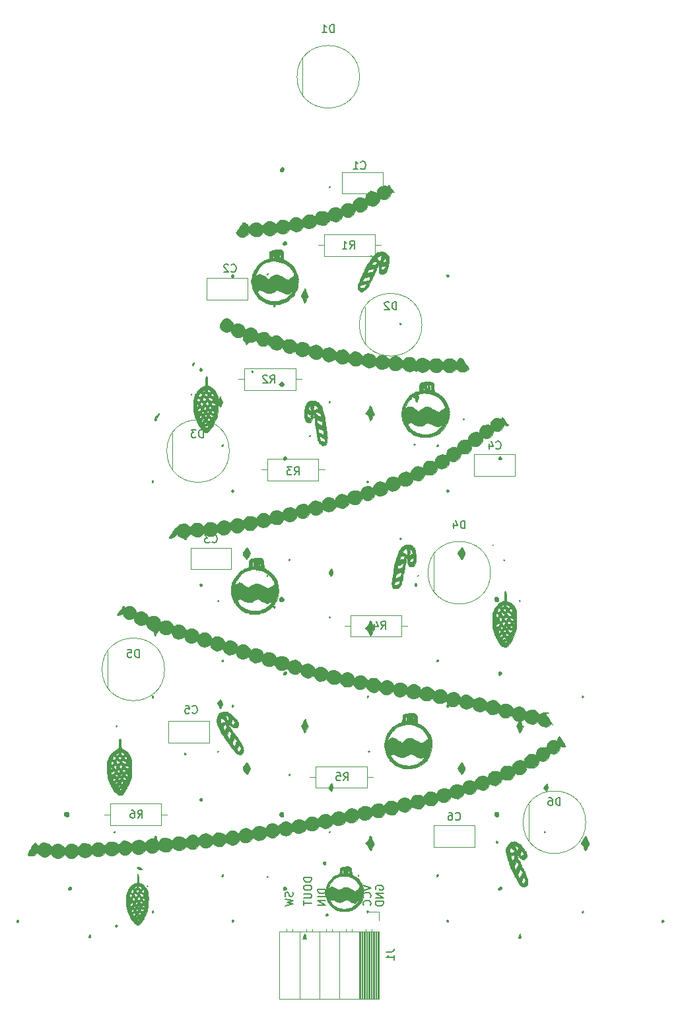
<source format=gbr>
%TF.GenerationSoftware,KiCad,Pcbnew,5.99.0+really5.1.10+dfsg1-1*%
%TF.CreationDate,2021-12-17T14:54:15+01:00*%
%TF.ProjectId,stromcek-led,7374726f-6d63-4656-9b2d-6c65642e6b69,rev?*%
%TF.SameCoordinates,Original*%
%TF.FileFunction,Legend,Bot*%
%TF.FilePolarity,Positive*%
%FSLAX46Y46*%
G04 Gerber Fmt 4.6, Leading zero omitted, Abs format (unit mm)*
G04 Created by KiCad (PCBNEW 5.99.0+really5.1.10+dfsg1-1) date 2021-12-17 14:54:15*
%MOMM*%
%LPD*%
G01*
G04 APERTURE LIST*
%ADD10C,0.150000*%
%ADD11C,0.010000*%
%ADD12C,0.120000*%
G04 APERTURE END LIST*
D10*
X145900000Y-151638095D02*
X145852380Y-151542857D01*
X145852380Y-151400000D01*
X145900000Y-151257142D01*
X145995238Y-151161904D01*
X146090476Y-151114285D01*
X146280952Y-151066666D01*
X146423809Y-151066666D01*
X146614285Y-151114285D01*
X146709523Y-151161904D01*
X146804761Y-151257142D01*
X146852380Y-151400000D01*
X146852380Y-151495238D01*
X146804761Y-151638095D01*
X146757142Y-151685714D01*
X146423809Y-151685714D01*
X146423809Y-151495238D01*
X146852380Y-152114285D02*
X145852380Y-152114285D01*
X146852380Y-152685714D01*
X145852380Y-152685714D01*
X146852380Y-153161904D02*
X145852380Y-153161904D01*
X145852380Y-153400000D01*
X145900000Y-153542857D01*
X145995238Y-153638095D01*
X146090476Y-153685714D01*
X146280952Y-153733333D01*
X146423809Y-153733333D01*
X146614285Y-153685714D01*
X146709523Y-153638095D01*
X146804761Y-153542857D01*
X146852380Y-153400000D01*
X146852380Y-153161904D01*
X144252380Y-151066666D02*
X145252380Y-151400000D01*
X144252380Y-151733333D01*
X145157142Y-152638095D02*
X145204761Y-152590476D01*
X145252380Y-152447619D01*
X145252380Y-152352380D01*
X145204761Y-152209523D01*
X145109523Y-152114285D01*
X145014285Y-152066666D01*
X144823809Y-152019047D01*
X144680952Y-152019047D01*
X144490476Y-152066666D01*
X144395238Y-152114285D01*
X144300000Y-152209523D01*
X144252380Y-152352380D01*
X144252380Y-152447619D01*
X144300000Y-152590476D01*
X144347619Y-152638095D01*
X145157142Y-153638095D02*
X145204761Y-153590476D01*
X145252380Y-153447619D01*
X145252380Y-153352380D01*
X145204761Y-153209523D01*
X145109523Y-153114285D01*
X145014285Y-153066666D01*
X144823809Y-153019047D01*
X144680952Y-153019047D01*
X144490476Y-153066666D01*
X144395238Y-153114285D01*
X144300000Y-153209523D01*
X144252380Y-153352380D01*
X144252380Y-153447619D01*
X144300000Y-153590476D01*
X144347619Y-153638095D01*
X139452380Y-151576190D02*
X138452380Y-151576190D01*
X138452380Y-151814285D01*
X138500000Y-151957142D01*
X138595238Y-152052380D01*
X138690476Y-152100000D01*
X138880952Y-152147619D01*
X139023809Y-152147619D01*
X139214285Y-152100000D01*
X139309523Y-152052380D01*
X139404761Y-151957142D01*
X139452380Y-151814285D01*
X139452380Y-151576190D01*
X139452380Y-152576190D02*
X138452380Y-152576190D01*
X139452380Y-153052380D02*
X138452380Y-153052380D01*
X139452380Y-153623809D01*
X138452380Y-153623809D01*
X137652380Y-150109523D02*
X136652380Y-150109523D01*
X136652380Y-150347619D01*
X136700000Y-150490476D01*
X136795238Y-150585714D01*
X136890476Y-150633333D01*
X137080952Y-150680952D01*
X137223809Y-150680952D01*
X137414285Y-150633333D01*
X137509523Y-150585714D01*
X137604761Y-150490476D01*
X137652380Y-150347619D01*
X137652380Y-150109523D01*
X136652380Y-151300000D02*
X136652380Y-151490476D01*
X136700000Y-151585714D01*
X136795238Y-151680952D01*
X136985714Y-151728571D01*
X137319047Y-151728571D01*
X137509523Y-151680952D01*
X137604761Y-151585714D01*
X137652380Y-151490476D01*
X137652380Y-151300000D01*
X137604761Y-151204761D01*
X137509523Y-151109523D01*
X137319047Y-151061904D01*
X136985714Y-151061904D01*
X136795238Y-151109523D01*
X136700000Y-151204761D01*
X136652380Y-151300000D01*
X136652380Y-152157142D02*
X137461904Y-152157142D01*
X137557142Y-152204761D01*
X137604761Y-152252380D01*
X137652380Y-152347619D01*
X137652380Y-152538095D01*
X137604761Y-152633333D01*
X137557142Y-152680952D01*
X137461904Y-152728571D01*
X136652380Y-152728571D01*
X136652380Y-153061904D02*
X136652380Y-153633333D01*
X137652380Y-153347619D02*
X136652380Y-153347619D01*
X135204761Y-151942857D02*
X135252380Y-152085714D01*
X135252380Y-152323809D01*
X135204761Y-152419047D01*
X135157142Y-152466666D01*
X135061904Y-152514285D01*
X134966666Y-152514285D01*
X134871428Y-152466666D01*
X134823809Y-152419047D01*
X134776190Y-152323809D01*
X134728571Y-152133333D01*
X134680952Y-152038095D01*
X134633333Y-151990476D01*
X134538095Y-151942857D01*
X134442857Y-151942857D01*
X134347619Y-151990476D01*
X134300000Y-152038095D01*
X134252380Y-152133333D01*
X134252380Y-152371428D01*
X134300000Y-152514285D01*
X134252380Y-152847619D02*
X135252380Y-153085714D01*
X134538095Y-153276190D01*
X135252380Y-153466666D01*
X134252380Y-153704761D01*
D11*
%TO.C,FID1*%
G36*
X136824573Y-157351031D02*
G01*
X136873447Y-157493068D01*
X136907803Y-157689875D01*
X136946570Y-157991500D01*
X136725535Y-157991500D01*
X136579024Y-157984017D01*
X136506260Y-157965635D01*
X136504500Y-157961904D01*
X136527388Y-157889622D01*
X136583626Y-157750454D01*
X136595114Y-157723779D01*
X136668432Y-157545796D01*
X136722328Y-157399333D01*
X136724196Y-157393506D01*
X136772623Y-157314294D01*
X136824573Y-157351031D01*
G37*
X136824573Y-157351031D02*
X136873447Y-157493068D01*
X136907803Y-157689875D01*
X136946570Y-157991500D01*
X136725535Y-157991500D01*
X136579024Y-157984017D01*
X136506260Y-157965635D01*
X136504500Y-157961904D01*
X136527388Y-157889622D01*
X136583626Y-157750454D01*
X136595114Y-157723779D01*
X136668432Y-157545796D01*
X136722328Y-157399333D01*
X136724196Y-157393506D01*
X136772623Y-157314294D01*
X136824573Y-157351031D01*
G36*
X112673857Y-156168142D02*
G01*
X112734314Y-156285827D01*
X112683059Y-156374798D01*
X112561252Y-156404000D01*
X112457282Y-156356805D01*
X112438000Y-156280747D01*
X112476734Y-156145611D01*
X112571646Y-156109075D01*
X112673857Y-156168142D01*
G37*
X112673857Y-156168142D02*
X112734314Y-156285827D01*
X112683059Y-156374798D01*
X112561252Y-156404000D01*
X112457282Y-156356805D01*
X112438000Y-156280747D01*
X112476734Y-156145611D01*
X112571646Y-156109075D01*
X112673857Y-156168142D01*
G36*
X145266390Y-144792429D02*
G01*
X145351661Y-144973325D01*
X145399559Y-145126514D01*
X145479266Y-145357496D01*
X145580072Y-145583006D01*
X145587349Y-145596799D01*
X145660169Y-145743914D01*
X145668362Y-145837629D01*
X145607363Y-145936446D01*
X145556013Y-145998296D01*
X145428055Y-146190269D01*
X145331638Y-146400816D01*
X145331532Y-146401136D01*
X145249688Y-146569543D01*
X145164760Y-146615250D01*
X145090134Y-146538359D01*
X145048728Y-146398961D01*
X144979032Y-146214873D01*
X144850891Y-146009197D01*
X144780272Y-145922711D01*
X144554221Y-145672500D01*
X144785946Y-145416008D01*
X144926597Y-145233142D01*
X145028129Y-145051437D01*
X145055537Y-144970186D01*
X145113208Y-144788533D01*
X145185199Y-144730056D01*
X145266390Y-144792429D01*
G37*
X145266390Y-144792429D02*
X145351661Y-144973325D01*
X145399559Y-145126514D01*
X145479266Y-145357496D01*
X145580072Y-145583006D01*
X145587349Y-145596799D01*
X145660169Y-145743914D01*
X145668362Y-145837629D01*
X145607363Y-145936446D01*
X145556013Y-145998296D01*
X145428055Y-146190269D01*
X145331638Y-146400816D01*
X145331532Y-146401136D01*
X145249688Y-146569543D01*
X145164760Y-146615250D01*
X145090134Y-146538359D01*
X145048728Y-146398961D01*
X144979032Y-146214873D01*
X144850891Y-146009197D01*
X144780272Y-145922711D01*
X144554221Y-145672500D01*
X144785946Y-145416008D01*
X144926597Y-145233142D01*
X145028129Y-145051437D01*
X145055537Y-144970186D01*
X145113208Y-144788533D01*
X145185199Y-144730056D01*
X145266390Y-144792429D01*
G36*
X172863924Y-144827747D02*
G01*
X172910072Y-144942250D01*
X172969891Y-145110727D01*
X173061598Y-145329170D01*
X173117976Y-145451256D01*
X173220157Y-145678115D01*
X173261038Y-145822786D01*
X173241934Y-145913572D01*
X173164160Y-145978777D01*
X173143018Y-145990525D01*
X173043513Y-146097427D01*
X172957404Y-146282283D01*
X172939347Y-146342009D01*
X172864140Y-146537540D01*
X172779497Y-146616176D01*
X172694011Y-146574533D01*
X172634428Y-146462116D01*
X172587374Y-146305056D01*
X172572500Y-146204536D01*
X172528570Y-146106073D01*
X172418346Y-145972059D01*
X172366961Y-145922110D01*
X172237600Y-145783430D01*
X172207120Y-145686526D01*
X172224086Y-145648846D01*
X172392014Y-145411506D01*
X172501898Y-145231519D01*
X172577017Y-145068690D01*
X172606027Y-144989298D01*
X172691882Y-144814787D01*
X172781414Y-144760385D01*
X172863924Y-144827747D01*
G37*
X172863924Y-144827747D02*
X172910072Y-144942250D01*
X172969891Y-145110727D01*
X173061598Y-145329170D01*
X173117976Y-145451256D01*
X173220157Y-145678115D01*
X173261038Y-145822786D01*
X173241934Y-145913572D01*
X173164160Y-145978777D01*
X173143018Y-145990525D01*
X173043513Y-146097427D01*
X172957404Y-146282283D01*
X172939347Y-146342009D01*
X172864140Y-146537540D01*
X172779497Y-146616176D01*
X172694011Y-146574533D01*
X172634428Y-146462116D01*
X172587374Y-146305056D01*
X172572500Y-146204536D01*
X172528570Y-146106073D01*
X172418346Y-145972059D01*
X172366961Y-145922110D01*
X172237600Y-145783430D01*
X172207120Y-145686526D01*
X172224086Y-145648846D01*
X172392014Y-145411506D01*
X172501898Y-145231519D01*
X172577017Y-145068690D01*
X172606027Y-144989298D01*
X172691882Y-144814787D01*
X172781414Y-144760385D01*
X172863924Y-144827747D01*
G36*
X161480458Y-145410774D02*
G01*
X161513725Y-145507312D01*
X161502174Y-145572981D01*
X161428784Y-145663684D01*
X161346615Y-145642448D01*
X161313918Y-145587366D01*
X161315129Y-145462046D01*
X161336230Y-145413272D01*
X161409390Y-145367971D01*
X161480458Y-145410774D01*
G37*
X161480458Y-145410774D02*
X161513725Y-145507312D01*
X161502174Y-145572981D01*
X161428784Y-145663684D01*
X161346615Y-145642448D01*
X161313918Y-145587366D01*
X161315129Y-145462046D01*
X161336230Y-145413272D01*
X161409390Y-145367971D01*
X161480458Y-145410774D01*
G36*
X112441354Y-144243750D02*
G01*
X112392164Y-144309160D01*
X112338790Y-144329189D01*
X112260910Y-144313489D01*
X112261353Y-144265689D01*
X112324565Y-144193584D01*
X112404957Y-144187545D01*
X112441354Y-144243750D01*
G37*
X112441354Y-144243750D02*
X112392164Y-144309160D01*
X112338790Y-144329189D01*
X112260910Y-144313489D01*
X112261353Y-144265689D01*
X112324565Y-144193584D01*
X112404957Y-144187545D01*
X112441354Y-144243750D01*
G36*
X140044601Y-144185421D02*
G01*
X140045947Y-144223906D01*
X139982743Y-144307762D01*
X139906653Y-144318424D01*
X139870000Y-144249041D01*
X139921127Y-144161567D01*
X139970541Y-144148500D01*
X140044601Y-144185421D01*
G37*
X140044601Y-144185421D02*
X140045947Y-144223906D01*
X139982743Y-144307762D01*
X139906653Y-144318424D01*
X139870000Y-144249041D01*
X139921127Y-144161567D01*
X139970541Y-144148500D01*
X140044601Y-144185421D01*
G36*
X167608436Y-144199329D02*
G01*
X167619500Y-144243750D01*
X167568670Y-144327936D01*
X167524250Y-144339000D01*
X167440063Y-144288170D01*
X167429000Y-144243750D01*
X167479829Y-144159563D01*
X167524250Y-144148500D01*
X167608436Y-144199329D01*
G37*
X167608436Y-144199329D02*
X167619500Y-144243750D01*
X167568670Y-144327936D01*
X167524250Y-144339000D01*
X167440063Y-144288170D01*
X167429000Y-144243750D01*
X167479829Y-144159563D01*
X167524250Y-144148500D01*
X167608436Y-144199329D01*
G36*
X106388436Y-141733172D02*
G01*
X106488424Y-141897992D01*
X106490319Y-141904467D01*
X106506460Y-142112582D01*
X106432653Y-142259058D01*
X106283799Y-142321452D01*
X106215000Y-142319048D01*
X106045451Y-142249550D01*
X105935057Y-142117339D01*
X105895602Y-141959257D01*
X105938872Y-141812145D01*
X106027775Y-141733746D01*
X106229425Y-141676408D01*
X106388436Y-141733172D01*
G37*
X106388436Y-141733172D02*
X106488424Y-141897992D01*
X106490319Y-141904467D01*
X106506460Y-142112582D01*
X106432653Y-142259058D01*
X106283799Y-142321452D01*
X106215000Y-142319048D01*
X106045451Y-142249550D01*
X105935057Y-142117339D01*
X105895602Y-141959257D01*
X105938872Y-141812145D01*
X106027775Y-141733746D01*
X106229425Y-141676408D01*
X106388436Y-141733172D01*
G36*
X133945413Y-141724927D02*
G01*
X134042116Y-141882381D01*
X134050447Y-141909297D01*
X134064474Y-142115439D01*
X133990275Y-142253530D01*
X133855471Y-142307555D01*
X133687684Y-142261501D01*
X133583500Y-142180000D01*
X133472953Y-142021508D01*
X133486285Y-141883557D01*
X133612127Y-141763456D01*
X133801185Y-141684987D01*
X133945413Y-141724927D01*
G37*
X133945413Y-141724927D02*
X134042116Y-141882381D01*
X134050447Y-141909297D01*
X134064474Y-142115439D01*
X133990275Y-142253530D01*
X133855471Y-142307555D01*
X133687684Y-142261501D01*
X133583500Y-142180000D01*
X133472953Y-142021508D01*
X133486285Y-141883557D01*
X133612127Y-141763456D01*
X133801185Y-141684987D01*
X133945413Y-141724927D01*
G36*
X161544241Y-141727494D02*
G01*
X161606315Y-141861961D01*
X161635411Y-142027369D01*
X161625599Y-142143567D01*
X161540591Y-142272302D01*
X161389418Y-142307012D01*
X161196880Y-142242296D01*
X161190125Y-142238413D01*
X161102767Y-142122405D01*
X161079000Y-141984772D01*
X161110235Y-141828650D01*
X161224478Y-141740862D01*
X161241883Y-141733928D01*
X161384184Y-141687623D01*
X161465495Y-141672000D01*
X161544241Y-141727494D01*
G37*
X161544241Y-141727494D02*
X161606315Y-141861961D01*
X161635411Y-142027369D01*
X161625599Y-142143567D01*
X161540591Y-142272302D01*
X161389418Y-142307012D01*
X161196880Y-142242296D01*
X161190125Y-142238413D01*
X161102767Y-142122405D01*
X161079000Y-141984772D01*
X161110235Y-141828650D01*
X161224478Y-141740862D01*
X161241883Y-141733928D01*
X161384184Y-141687623D01*
X161465495Y-141672000D01*
X161544241Y-141727494D01*
G36*
X123569989Y-139956373D02*
G01*
X123614000Y-140074731D01*
X123574139Y-140223727D01*
X123477728Y-140293139D01*
X123359521Y-140262270D01*
X123334977Y-140240906D01*
X123244369Y-140119716D01*
X123263478Y-140021937D01*
X123327441Y-139958171D01*
X123458860Y-139908655D01*
X123569989Y-139956373D01*
G37*
X123569989Y-139956373D02*
X123614000Y-140074731D01*
X123574139Y-140223727D01*
X123477728Y-140293139D01*
X123359521Y-140262270D01*
X123334977Y-140240906D01*
X123244369Y-140119716D01*
X123263478Y-140021937D01*
X123327441Y-139958171D01*
X123458860Y-139908655D01*
X123569989Y-139956373D01*
G36*
X113151000Y-132341161D02*
G01*
X113194104Y-132372449D01*
X113215608Y-132461819D01*
X113228812Y-132639726D01*
X113232433Y-132702625D01*
X113229497Y-132867156D01*
X113203764Y-132962734D01*
X113188494Y-132972500D01*
X113162573Y-133013259D01*
X113179644Y-133051875D01*
X113215054Y-133167396D01*
X113230965Y-133337467D01*
X113231017Y-133344619D01*
X113244998Y-133483803D01*
X113307791Y-133570573D01*
X113452512Y-133644509D01*
X113496748Y-133662243D01*
X113795269Y-133812674D01*
X114031805Y-134017868D01*
X114230068Y-134283579D01*
X114372191Y-134526542D01*
X114473461Y-134763435D01*
X114539238Y-135021868D01*
X114574885Y-135329455D01*
X114585763Y-135713807D01*
X114580420Y-136087912D01*
X114555073Y-136638077D01*
X114507335Y-137086121D01*
X114433082Y-137455604D01*
X114328186Y-137770085D01*
X114259302Y-137921421D01*
X114188673Y-138084500D01*
X114153409Y-138208043D01*
X114152500Y-138221006D01*
X114119871Y-138299116D01*
X114097626Y-138306500D01*
X114045013Y-138360478D01*
X113972797Y-138497793D01*
X113933625Y-138592250D01*
X113858953Y-138758940D01*
X113791620Y-138861907D01*
X113766248Y-138878000D01*
X113710276Y-138927016D01*
X113708000Y-138945736D01*
X113672934Y-139034265D01*
X113584470Y-139178636D01*
X113535943Y-139247361D01*
X113433199Y-139387913D01*
X113370282Y-139475684D01*
X113361318Y-139489236D01*
X113298484Y-139515900D01*
X113167748Y-139534395D01*
X113028197Y-139538167D01*
X112972751Y-139532328D01*
X112800348Y-139450832D01*
X112595787Y-139279879D01*
X112382295Y-139044295D01*
X112199497Y-138791574D01*
X112937615Y-138791574D01*
X112948454Y-138850463D01*
X113078458Y-138877275D01*
X113115333Y-138878000D01*
X113234301Y-138843670D01*
X113263500Y-138751000D01*
X113257303Y-138655023D01*
X113216565Y-138633311D01*
X113108063Y-138679441D01*
X113049469Y-138709627D01*
X112937615Y-138791574D01*
X112199497Y-138791574D01*
X112183102Y-138768909D01*
X112059788Y-138556474D01*
X112020514Y-138481497D01*
X113427278Y-138481497D01*
X113465863Y-138482462D01*
X113555958Y-138404764D01*
X113566447Y-138381906D01*
X113560546Y-138313980D01*
X113502600Y-138317912D01*
X113438930Y-138385227D01*
X113429000Y-138407056D01*
X113427278Y-138481497D01*
X112020514Y-138481497D01*
X111971373Y-138387686D01*
X112839677Y-138387686D01*
X112877213Y-138453940D01*
X112991910Y-138441614D01*
X113017453Y-138429243D01*
X113102625Y-138359552D01*
X113077099Y-138279894D01*
X113070793Y-138272091D01*
X112998029Y-138215751D01*
X112918512Y-138261727D01*
X112903895Y-138276033D01*
X112839677Y-138387686D01*
X111971373Y-138387686D01*
X111962913Y-138371536D01*
X111883154Y-138223440D01*
X111858413Y-138179500D01*
X111789831Y-138048588D01*
X111772076Y-138010889D01*
X112382453Y-138010889D01*
X112396573Y-138081930D01*
X112437097Y-138163046D01*
X112484269Y-138138280D01*
X112525364Y-138084295D01*
X112619131Y-138011694D01*
X112682815Y-138015073D01*
X112762893Y-138006006D01*
X112796951Y-137954866D01*
X112794857Y-137878591D01*
X113157562Y-137878591D01*
X113158292Y-137954199D01*
X113244029Y-138032116D01*
X113373942Y-138049463D01*
X113478819Y-137998860D01*
X113485681Y-137989111D01*
X113484151Y-137893388D01*
X113440221Y-137804887D01*
X113360274Y-137723141D01*
X113272495Y-137746126D01*
X113238077Y-137769975D01*
X113157562Y-137878591D01*
X112794857Y-137878591D01*
X112793837Y-137841440D01*
X112714564Y-137784920D01*
X112606708Y-137813603D01*
X112587585Y-137830343D01*
X112475938Y-137916186D01*
X112427709Y-137939513D01*
X112382453Y-138010889D01*
X111772076Y-138010889D01*
X111731858Y-137925500D01*
X111692602Y-137831053D01*
X111653681Y-137718274D01*
X111609058Y-137567247D01*
X112181646Y-137567247D01*
X112201835Y-137675430D01*
X112268525Y-137725351D01*
X112288318Y-137723781D01*
X112408100Y-137655841D01*
X112461516Y-137593872D01*
X112484856Y-137478319D01*
X112819000Y-137478319D01*
X112867626Y-137533958D01*
X112977413Y-137538134D01*
X113094219Y-137492626D01*
X113123800Y-137468300D01*
X113194756Y-137363253D01*
X113147540Y-137296848D01*
X113086999Y-137275762D01*
X112951923Y-137295086D01*
X112845318Y-137391398D01*
X112819000Y-137478319D01*
X112484856Y-137478319D01*
X112487086Y-137467280D01*
X112420190Y-137379227D01*
X112294750Y-137371364D01*
X112283518Y-137375325D01*
X112208645Y-137450609D01*
X112181646Y-137567247D01*
X111609058Y-137567247D01*
X111606580Y-137558861D01*
X111542780Y-137324509D01*
X111525583Y-137259449D01*
X113474783Y-137259449D01*
X113477872Y-137379857D01*
X113514844Y-137476038D01*
X113632742Y-137587520D01*
X113787847Y-137591894D01*
X113934406Y-137499522D01*
X114001377Y-137419173D01*
X113970439Y-137375885D01*
X113871382Y-137345178D01*
X113708985Y-137283797D01*
X113609441Y-137224254D01*
X113522830Y-137196427D01*
X113474783Y-137259449D01*
X111525583Y-137259449D01*
X111489029Y-137121166D01*
X112078166Y-137121166D01*
X112086883Y-137158917D01*
X112120500Y-137163500D01*
X112172767Y-137140266D01*
X112162833Y-137121166D01*
X112087473Y-137113566D01*
X112078166Y-137121166D01*
X111489029Y-137121166D01*
X111483434Y-137100000D01*
X111464260Y-136973192D01*
X112469047Y-136973192D01*
X112479524Y-137072154D01*
X112515224Y-137109825D01*
X112592083Y-137154859D01*
X112652219Y-137150175D01*
X112718556Y-137124956D01*
X112795124Y-137057371D01*
X112818878Y-136967841D01*
X112788209Y-136924786D01*
X113091439Y-136924786D01*
X113102535Y-136969416D01*
X113195412Y-137025451D01*
X113306523Y-136996913D01*
X113376977Y-136900129D01*
X113377913Y-136895827D01*
X113723651Y-136895827D01*
X113756214Y-136985750D01*
X113768855Y-137001563D01*
X113875357Y-137076551D01*
X113994066Y-137097276D01*
X114075587Y-137060777D01*
X114086980Y-137020625D01*
X114049606Y-136911045D01*
X113991109Y-136817138D01*
X113912347Y-136732816D01*
X113844184Y-136749715D01*
X113792208Y-136798076D01*
X113723651Y-136895827D01*
X113377913Y-136895827D01*
X113378551Y-136892895D01*
X113355321Y-136802652D01*
X113256433Y-136790244D01*
X113144239Y-136839872D01*
X113091439Y-136924786D01*
X112788209Y-136924786D01*
X112778973Y-136911820D01*
X112760693Y-136909500D01*
X112652910Y-136888552D01*
X112610137Y-136874100D01*
X112520071Y-136888580D01*
X112469047Y-136973192D01*
X111464260Y-136973192D01*
X111461010Y-136951705D01*
X111442420Y-136709248D01*
X111441657Y-136691273D01*
X111930000Y-136691273D01*
X111945254Y-136802436D01*
X112016782Y-136839169D01*
X112132189Y-136834148D01*
X112287573Y-136793049D01*
X112366154Y-136686108D01*
X112381692Y-136635906D01*
X112398275Y-136494208D01*
X112376037Y-136467187D01*
X112647006Y-136467187D01*
X112680047Y-136520485D01*
X112729877Y-136559977D01*
X112887590Y-136644666D01*
X112993566Y-136616321D01*
X113042217Y-136525452D01*
X113040655Y-136385562D01*
X113035769Y-136376543D01*
X113390500Y-136376543D01*
X113420532Y-136494939D01*
X113531103Y-136528470D01*
X113536550Y-136528500D01*
X113684656Y-136498167D01*
X113739343Y-136465000D01*
X114089000Y-136465000D01*
X114140686Y-136520728D01*
X114187997Y-136528500D01*
X114253723Y-136497715D01*
X114247750Y-136465000D01*
X114166567Y-136403922D01*
X114148752Y-136401500D01*
X114090710Y-136449934D01*
X114089000Y-136465000D01*
X113739343Y-136465000D01*
X113756511Y-136454588D01*
X113787901Y-136377053D01*
X113715952Y-136281697D01*
X113700568Y-136268054D01*
X113553598Y-136190006D01*
X113442035Y-136220875D01*
X113391302Y-136351765D01*
X113390500Y-136376543D01*
X113035769Y-136376543D01*
X112973742Y-136262072D01*
X112874724Y-136211000D01*
X112824258Y-136262055D01*
X112819000Y-136299456D01*
X112767401Y-136395335D01*
X112714002Y-136428203D01*
X112647006Y-136467187D01*
X112376037Y-136467187D01*
X112340759Y-136424323D01*
X112326185Y-136418107D01*
X112227308Y-136419934D01*
X112198391Y-136453575D01*
X112122472Y-136516180D01*
X112051708Y-136528500D01*
X111956329Y-136567552D01*
X111930000Y-136691273D01*
X111441657Y-136691273D01*
X111429523Y-136405451D01*
X111424176Y-136073138D01*
X111424135Y-136052250D01*
X111424177Y-136043659D01*
X111866500Y-136043659D01*
X111882415Y-136175418D01*
X111907106Y-136230440D01*
X111983744Y-136246660D01*
X112043482Y-136169903D01*
X112057000Y-136087046D01*
X112011479Y-135970368D01*
X111961750Y-135934036D01*
X111886628Y-135942784D01*
X111866500Y-136043659D01*
X111424177Y-136043659D01*
X111424961Y-135883762D01*
X112257962Y-135883762D01*
X112272848Y-135951323D01*
X112303593Y-135957000D01*
X112362881Y-136009846D01*
X112392899Y-136084000D01*
X112456459Y-136197361D01*
X112538708Y-136203312D01*
X112610766Y-136112197D01*
X112639756Y-135995564D01*
X112637218Y-135890380D01*
X112957259Y-135890380D01*
X113025375Y-135989014D01*
X113154397Y-136075584D01*
X113282805Y-136035939D01*
X113314300Y-136007800D01*
X113384785Y-135864768D01*
X113380882Y-135840741D01*
X113708000Y-135840741D01*
X113756875Y-135967729D01*
X113874504Y-136054151D01*
X114017392Y-136087007D01*
X114142044Y-136053299D01*
X114194087Y-135986011D01*
X114212494Y-135895374D01*
X114163115Y-135840303D01*
X114021230Y-135801601D01*
X113938117Y-135787226D01*
X113779103Y-135774171D01*
X113713812Y-135808748D01*
X113708000Y-135840741D01*
X113380882Y-135840741D01*
X113360189Y-135713359D01*
X113311125Y-135652781D01*
X113212605Y-135630292D01*
X113088875Y-135702809D01*
X112974888Y-135809383D01*
X112957259Y-135890380D01*
X112637218Y-135890380D01*
X112635512Y-135819737D01*
X112561074Y-135715952D01*
X112545631Y-135705640D01*
X112436680Y-135667253D01*
X112348377Y-135734278D01*
X112338947Y-135746450D01*
X112257962Y-135883762D01*
X111424961Y-135883762D01*
X111425849Y-135703086D01*
X111433783Y-135475903D01*
X111895850Y-135475903D01*
X111959565Y-135588749D01*
X112060106Y-135627460D01*
X112165893Y-135577223D01*
X112234080Y-135460200D01*
X112265267Y-135328467D01*
X112216647Y-135257319D01*
X112180554Y-135241276D01*
X112597063Y-135241276D01*
X112609905Y-135337875D01*
X112681154Y-135475964D01*
X112798279Y-135517351D01*
X112923022Y-135460471D01*
X112997945Y-135353750D01*
X113038598Y-135238363D01*
X113007467Y-135197792D01*
X112971852Y-135195000D01*
X112937689Y-135183202D01*
X113304457Y-135183202D01*
X113366570Y-135307468D01*
X113394783Y-135344773D01*
X113538657Y-135469294D01*
X113687600Y-135511003D01*
X113806812Y-135466928D01*
X113853801Y-135383962D01*
X113826986Y-135272990D01*
X113719441Y-135165523D01*
X113572853Y-135084875D01*
X113428907Y-135054358D01*
X113332889Y-135092653D01*
X113304457Y-135183202D01*
X112937689Y-135183202D01*
X112849826Y-135152860D01*
X112772526Y-135094097D01*
X112674367Y-135041249D01*
X112612094Y-135095984D01*
X112597063Y-135241276D01*
X112180554Y-135241276D01*
X112118315Y-135213612D01*
X111989848Y-135177540D01*
X111929057Y-135216366D01*
X111900539Y-135303736D01*
X111895850Y-135475903D01*
X111433783Y-135475903D01*
X111434674Y-135450391D01*
X111454805Y-135263665D01*
X111490440Y-135112410D01*
X111545773Y-134966126D01*
X111578734Y-134893090D01*
X112070878Y-134893090D01*
X112122824Y-134943780D01*
X112280438Y-135000153D01*
X112412625Y-134940438D01*
X112425300Y-134928300D01*
X112485563Y-134821395D01*
X112497007Y-134714957D01*
X112853985Y-134714957D01*
X112879714Y-134808795D01*
X112988740Y-134924945D01*
X113117343Y-134917872D01*
X113187300Y-134864800D01*
X113259004Y-134737746D01*
X113219740Y-134655663D01*
X113657006Y-134655663D01*
X113657464Y-134763841D01*
X113683043Y-134840556D01*
X113768478Y-134921333D01*
X113894407Y-134937239D01*
X113992340Y-134879773D01*
X113992819Y-134879005D01*
X113992194Y-134785061D01*
X113937522Y-134644434D01*
X113935609Y-134640880D01*
X113871013Y-134543519D01*
X113838372Y-134536588D01*
X113837542Y-134544125D01*
X113783866Y-134614539D01*
X113739750Y-134623500D01*
X113657006Y-134655663D01*
X113219740Y-134655663D01*
X113204583Y-134623978D01*
X113149234Y-134582689D01*
X113008050Y-134547243D01*
X112897648Y-134601387D01*
X112853985Y-134714957D01*
X112497007Y-134714957D01*
X112498233Y-134703563D01*
X112461043Y-134629219D01*
X112438000Y-134623500D01*
X112381664Y-134572067D01*
X112374500Y-134528250D01*
X112348021Y-134439973D01*
X112281009Y-134453784D01*
X112192097Y-134559396D01*
X112137672Y-134659002D01*
X112073634Y-134810768D01*
X112070878Y-134893090D01*
X111578734Y-134893090D01*
X111585770Y-134877500D01*
X111870643Y-134372099D01*
X111882922Y-134357608D01*
X112527924Y-134357608D01*
X112535961Y-134373887D01*
X112632225Y-134433461D01*
X112755420Y-134402666D01*
X112859979Y-134295406D01*
X112872307Y-134271262D01*
X112932217Y-134129431D01*
X112927051Y-134082848D01*
X112847107Y-134112470D01*
X112803125Y-134135475D01*
X112623810Y-134236676D01*
X112539116Y-134304439D01*
X112527924Y-134357608D01*
X111882922Y-134357608D01*
X112155059Y-134036459D01*
X113162759Y-134036459D01*
X113176866Y-134151007D01*
X113234813Y-134288151D01*
X113279046Y-134353625D01*
X113388273Y-134422870D01*
X113519115Y-134430961D01*
X113619755Y-134382707D01*
X113644500Y-134319691D01*
X113592726Y-134217325D01*
X113468234Y-134105094D01*
X113317269Y-134017593D01*
X113201798Y-133988500D01*
X113162759Y-134036459D01*
X112155059Y-134036459D01*
X112200227Y-133983157D01*
X112573059Y-133712387D01*
X112586967Y-133705023D01*
X112946000Y-133517184D01*
X112946000Y-132927342D01*
X112948000Y-132650675D01*
X112957418Y-132477175D01*
X112979381Y-132383031D01*
X113019016Y-132344431D01*
X113073000Y-132337500D01*
X113151000Y-132341161D01*
G37*
X113151000Y-132341161D02*
X113194104Y-132372449D01*
X113215608Y-132461819D01*
X113228812Y-132639726D01*
X113232433Y-132702625D01*
X113229497Y-132867156D01*
X113203764Y-132962734D01*
X113188494Y-132972500D01*
X113162573Y-133013259D01*
X113179644Y-133051875D01*
X113215054Y-133167396D01*
X113230965Y-133337467D01*
X113231017Y-133344619D01*
X113244998Y-133483803D01*
X113307791Y-133570573D01*
X113452512Y-133644509D01*
X113496748Y-133662243D01*
X113795269Y-133812674D01*
X114031805Y-134017868D01*
X114230068Y-134283579D01*
X114372191Y-134526542D01*
X114473461Y-134763435D01*
X114539238Y-135021868D01*
X114574885Y-135329455D01*
X114585763Y-135713807D01*
X114580420Y-136087912D01*
X114555073Y-136638077D01*
X114507335Y-137086121D01*
X114433082Y-137455604D01*
X114328186Y-137770085D01*
X114259302Y-137921421D01*
X114188673Y-138084500D01*
X114153409Y-138208043D01*
X114152500Y-138221006D01*
X114119871Y-138299116D01*
X114097626Y-138306500D01*
X114045013Y-138360478D01*
X113972797Y-138497793D01*
X113933625Y-138592250D01*
X113858953Y-138758940D01*
X113791620Y-138861907D01*
X113766248Y-138878000D01*
X113710276Y-138927016D01*
X113708000Y-138945736D01*
X113672934Y-139034265D01*
X113584470Y-139178636D01*
X113535943Y-139247361D01*
X113433199Y-139387913D01*
X113370282Y-139475684D01*
X113361318Y-139489236D01*
X113298484Y-139515900D01*
X113167748Y-139534395D01*
X113028197Y-139538167D01*
X112972751Y-139532328D01*
X112800348Y-139450832D01*
X112595787Y-139279879D01*
X112382295Y-139044295D01*
X112199497Y-138791574D01*
X112937615Y-138791574D01*
X112948454Y-138850463D01*
X113078458Y-138877275D01*
X113115333Y-138878000D01*
X113234301Y-138843670D01*
X113263500Y-138751000D01*
X113257303Y-138655023D01*
X113216565Y-138633311D01*
X113108063Y-138679441D01*
X113049469Y-138709627D01*
X112937615Y-138791574D01*
X112199497Y-138791574D01*
X112183102Y-138768909D01*
X112059788Y-138556474D01*
X112020514Y-138481497D01*
X113427278Y-138481497D01*
X113465863Y-138482462D01*
X113555958Y-138404764D01*
X113566447Y-138381906D01*
X113560546Y-138313980D01*
X113502600Y-138317912D01*
X113438930Y-138385227D01*
X113429000Y-138407056D01*
X113427278Y-138481497D01*
X112020514Y-138481497D01*
X111971373Y-138387686D01*
X112839677Y-138387686D01*
X112877213Y-138453940D01*
X112991910Y-138441614D01*
X113017453Y-138429243D01*
X113102625Y-138359552D01*
X113077099Y-138279894D01*
X113070793Y-138272091D01*
X112998029Y-138215751D01*
X112918512Y-138261727D01*
X112903895Y-138276033D01*
X112839677Y-138387686D01*
X111971373Y-138387686D01*
X111962913Y-138371536D01*
X111883154Y-138223440D01*
X111858413Y-138179500D01*
X111789831Y-138048588D01*
X111772076Y-138010889D01*
X112382453Y-138010889D01*
X112396573Y-138081930D01*
X112437097Y-138163046D01*
X112484269Y-138138280D01*
X112525364Y-138084295D01*
X112619131Y-138011694D01*
X112682815Y-138015073D01*
X112762893Y-138006006D01*
X112796951Y-137954866D01*
X112794857Y-137878591D01*
X113157562Y-137878591D01*
X113158292Y-137954199D01*
X113244029Y-138032116D01*
X113373942Y-138049463D01*
X113478819Y-137998860D01*
X113485681Y-137989111D01*
X113484151Y-137893388D01*
X113440221Y-137804887D01*
X113360274Y-137723141D01*
X113272495Y-137746126D01*
X113238077Y-137769975D01*
X113157562Y-137878591D01*
X112794857Y-137878591D01*
X112793837Y-137841440D01*
X112714564Y-137784920D01*
X112606708Y-137813603D01*
X112587585Y-137830343D01*
X112475938Y-137916186D01*
X112427709Y-137939513D01*
X112382453Y-138010889D01*
X111772076Y-138010889D01*
X111731858Y-137925500D01*
X111692602Y-137831053D01*
X111653681Y-137718274D01*
X111609058Y-137567247D01*
X112181646Y-137567247D01*
X112201835Y-137675430D01*
X112268525Y-137725351D01*
X112288318Y-137723781D01*
X112408100Y-137655841D01*
X112461516Y-137593872D01*
X112484856Y-137478319D01*
X112819000Y-137478319D01*
X112867626Y-137533958D01*
X112977413Y-137538134D01*
X113094219Y-137492626D01*
X113123800Y-137468300D01*
X113194756Y-137363253D01*
X113147540Y-137296848D01*
X113086999Y-137275762D01*
X112951923Y-137295086D01*
X112845318Y-137391398D01*
X112819000Y-137478319D01*
X112484856Y-137478319D01*
X112487086Y-137467280D01*
X112420190Y-137379227D01*
X112294750Y-137371364D01*
X112283518Y-137375325D01*
X112208645Y-137450609D01*
X112181646Y-137567247D01*
X111609058Y-137567247D01*
X111606580Y-137558861D01*
X111542780Y-137324509D01*
X111525583Y-137259449D01*
X113474783Y-137259449D01*
X113477872Y-137379857D01*
X113514844Y-137476038D01*
X113632742Y-137587520D01*
X113787847Y-137591894D01*
X113934406Y-137499522D01*
X114001377Y-137419173D01*
X113970439Y-137375885D01*
X113871382Y-137345178D01*
X113708985Y-137283797D01*
X113609441Y-137224254D01*
X113522830Y-137196427D01*
X113474783Y-137259449D01*
X111525583Y-137259449D01*
X111489029Y-137121166D01*
X112078166Y-137121166D01*
X112086883Y-137158917D01*
X112120500Y-137163500D01*
X112172767Y-137140266D01*
X112162833Y-137121166D01*
X112087473Y-137113566D01*
X112078166Y-137121166D01*
X111489029Y-137121166D01*
X111483434Y-137100000D01*
X111464260Y-136973192D01*
X112469047Y-136973192D01*
X112479524Y-137072154D01*
X112515224Y-137109825D01*
X112592083Y-137154859D01*
X112652219Y-137150175D01*
X112718556Y-137124956D01*
X112795124Y-137057371D01*
X112818878Y-136967841D01*
X112788209Y-136924786D01*
X113091439Y-136924786D01*
X113102535Y-136969416D01*
X113195412Y-137025451D01*
X113306523Y-136996913D01*
X113376977Y-136900129D01*
X113377913Y-136895827D01*
X113723651Y-136895827D01*
X113756214Y-136985750D01*
X113768855Y-137001563D01*
X113875357Y-137076551D01*
X113994066Y-137097276D01*
X114075587Y-137060777D01*
X114086980Y-137020625D01*
X114049606Y-136911045D01*
X113991109Y-136817138D01*
X113912347Y-136732816D01*
X113844184Y-136749715D01*
X113792208Y-136798076D01*
X113723651Y-136895827D01*
X113377913Y-136895827D01*
X113378551Y-136892895D01*
X113355321Y-136802652D01*
X113256433Y-136790244D01*
X113144239Y-136839872D01*
X113091439Y-136924786D01*
X112788209Y-136924786D01*
X112778973Y-136911820D01*
X112760693Y-136909500D01*
X112652910Y-136888552D01*
X112610137Y-136874100D01*
X112520071Y-136888580D01*
X112469047Y-136973192D01*
X111464260Y-136973192D01*
X111461010Y-136951705D01*
X111442420Y-136709248D01*
X111441657Y-136691273D01*
X111930000Y-136691273D01*
X111945254Y-136802436D01*
X112016782Y-136839169D01*
X112132189Y-136834148D01*
X112287573Y-136793049D01*
X112366154Y-136686108D01*
X112381692Y-136635906D01*
X112398275Y-136494208D01*
X112376037Y-136467187D01*
X112647006Y-136467187D01*
X112680047Y-136520485D01*
X112729877Y-136559977D01*
X112887590Y-136644666D01*
X112993566Y-136616321D01*
X113042217Y-136525452D01*
X113040655Y-136385562D01*
X113035769Y-136376543D01*
X113390500Y-136376543D01*
X113420532Y-136494939D01*
X113531103Y-136528470D01*
X113536550Y-136528500D01*
X113684656Y-136498167D01*
X113739343Y-136465000D01*
X114089000Y-136465000D01*
X114140686Y-136520728D01*
X114187997Y-136528500D01*
X114253723Y-136497715D01*
X114247750Y-136465000D01*
X114166567Y-136403922D01*
X114148752Y-136401500D01*
X114090710Y-136449934D01*
X114089000Y-136465000D01*
X113739343Y-136465000D01*
X113756511Y-136454588D01*
X113787901Y-136377053D01*
X113715952Y-136281697D01*
X113700568Y-136268054D01*
X113553598Y-136190006D01*
X113442035Y-136220875D01*
X113391302Y-136351765D01*
X113390500Y-136376543D01*
X113035769Y-136376543D01*
X112973742Y-136262072D01*
X112874724Y-136211000D01*
X112824258Y-136262055D01*
X112819000Y-136299456D01*
X112767401Y-136395335D01*
X112714002Y-136428203D01*
X112647006Y-136467187D01*
X112376037Y-136467187D01*
X112340759Y-136424323D01*
X112326185Y-136418107D01*
X112227308Y-136419934D01*
X112198391Y-136453575D01*
X112122472Y-136516180D01*
X112051708Y-136528500D01*
X111956329Y-136567552D01*
X111930000Y-136691273D01*
X111441657Y-136691273D01*
X111429523Y-136405451D01*
X111424176Y-136073138D01*
X111424135Y-136052250D01*
X111424177Y-136043659D01*
X111866500Y-136043659D01*
X111882415Y-136175418D01*
X111907106Y-136230440D01*
X111983744Y-136246660D01*
X112043482Y-136169903D01*
X112057000Y-136087046D01*
X112011479Y-135970368D01*
X111961750Y-135934036D01*
X111886628Y-135942784D01*
X111866500Y-136043659D01*
X111424177Y-136043659D01*
X111424961Y-135883762D01*
X112257962Y-135883762D01*
X112272848Y-135951323D01*
X112303593Y-135957000D01*
X112362881Y-136009846D01*
X112392899Y-136084000D01*
X112456459Y-136197361D01*
X112538708Y-136203312D01*
X112610766Y-136112197D01*
X112639756Y-135995564D01*
X112637218Y-135890380D01*
X112957259Y-135890380D01*
X113025375Y-135989014D01*
X113154397Y-136075584D01*
X113282805Y-136035939D01*
X113314300Y-136007800D01*
X113384785Y-135864768D01*
X113380882Y-135840741D01*
X113708000Y-135840741D01*
X113756875Y-135967729D01*
X113874504Y-136054151D01*
X114017392Y-136087007D01*
X114142044Y-136053299D01*
X114194087Y-135986011D01*
X114212494Y-135895374D01*
X114163115Y-135840303D01*
X114021230Y-135801601D01*
X113938117Y-135787226D01*
X113779103Y-135774171D01*
X113713812Y-135808748D01*
X113708000Y-135840741D01*
X113380882Y-135840741D01*
X113360189Y-135713359D01*
X113311125Y-135652781D01*
X113212605Y-135630292D01*
X113088875Y-135702809D01*
X112974888Y-135809383D01*
X112957259Y-135890380D01*
X112637218Y-135890380D01*
X112635512Y-135819737D01*
X112561074Y-135715952D01*
X112545631Y-135705640D01*
X112436680Y-135667253D01*
X112348377Y-135734278D01*
X112338947Y-135746450D01*
X112257962Y-135883762D01*
X111424961Y-135883762D01*
X111425849Y-135703086D01*
X111433783Y-135475903D01*
X111895850Y-135475903D01*
X111959565Y-135588749D01*
X112060106Y-135627460D01*
X112165893Y-135577223D01*
X112234080Y-135460200D01*
X112265267Y-135328467D01*
X112216647Y-135257319D01*
X112180554Y-135241276D01*
X112597063Y-135241276D01*
X112609905Y-135337875D01*
X112681154Y-135475964D01*
X112798279Y-135517351D01*
X112923022Y-135460471D01*
X112997945Y-135353750D01*
X113038598Y-135238363D01*
X113007467Y-135197792D01*
X112971852Y-135195000D01*
X112937689Y-135183202D01*
X113304457Y-135183202D01*
X113366570Y-135307468D01*
X113394783Y-135344773D01*
X113538657Y-135469294D01*
X113687600Y-135511003D01*
X113806812Y-135466928D01*
X113853801Y-135383962D01*
X113826986Y-135272990D01*
X113719441Y-135165523D01*
X113572853Y-135084875D01*
X113428907Y-135054358D01*
X113332889Y-135092653D01*
X113304457Y-135183202D01*
X112937689Y-135183202D01*
X112849826Y-135152860D01*
X112772526Y-135094097D01*
X112674367Y-135041249D01*
X112612094Y-135095984D01*
X112597063Y-135241276D01*
X112180554Y-135241276D01*
X112118315Y-135213612D01*
X111989848Y-135177540D01*
X111929057Y-135216366D01*
X111900539Y-135303736D01*
X111895850Y-135475903D01*
X111433783Y-135475903D01*
X111434674Y-135450391D01*
X111454805Y-135263665D01*
X111490440Y-135112410D01*
X111545773Y-134966126D01*
X111578734Y-134893090D01*
X112070878Y-134893090D01*
X112122824Y-134943780D01*
X112280438Y-135000153D01*
X112412625Y-134940438D01*
X112425300Y-134928300D01*
X112485563Y-134821395D01*
X112497007Y-134714957D01*
X112853985Y-134714957D01*
X112879714Y-134808795D01*
X112988740Y-134924945D01*
X113117343Y-134917872D01*
X113187300Y-134864800D01*
X113259004Y-134737746D01*
X113219740Y-134655663D01*
X113657006Y-134655663D01*
X113657464Y-134763841D01*
X113683043Y-134840556D01*
X113768478Y-134921333D01*
X113894407Y-134937239D01*
X113992340Y-134879773D01*
X113992819Y-134879005D01*
X113992194Y-134785061D01*
X113937522Y-134644434D01*
X113935609Y-134640880D01*
X113871013Y-134543519D01*
X113838372Y-134536588D01*
X113837542Y-134544125D01*
X113783866Y-134614539D01*
X113739750Y-134623500D01*
X113657006Y-134655663D01*
X113219740Y-134655663D01*
X113204583Y-134623978D01*
X113149234Y-134582689D01*
X113008050Y-134547243D01*
X112897648Y-134601387D01*
X112853985Y-134714957D01*
X112497007Y-134714957D01*
X112498233Y-134703563D01*
X112461043Y-134629219D01*
X112438000Y-134623500D01*
X112381664Y-134572067D01*
X112374500Y-134528250D01*
X112348021Y-134439973D01*
X112281009Y-134453784D01*
X112192097Y-134559396D01*
X112137672Y-134659002D01*
X112073634Y-134810768D01*
X112070878Y-134893090D01*
X111578734Y-134893090D01*
X111585770Y-134877500D01*
X111870643Y-134372099D01*
X111882922Y-134357608D01*
X112527924Y-134357608D01*
X112535961Y-134373887D01*
X112632225Y-134433461D01*
X112755420Y-134402666D01*
X112859979Y-134295406D01*
X112872307Y-134271262D01*
X112932217Y-134129431D01*
X112927051Y-134082848D01*
X112847107Y-134112470D01*
X112803125Y-134135475D01*
X112623810Y-134236676D01*
X112539116Y-134304439D01*
X112527924Y-134357608D01*
X111882922Y-134357608D01*
X112155059Y-134036459D01*
X113162759Y-134036459D01*
X113176866Y-134151007D01*
X113234813Y-134288151D01*
X113279046Y-134353625D01*
X113388273Y-134422870D01*
X113519115Y-134430961D01*
X113619755Y-134382707D01*
X113644500Y-134319691D01*
X113592726Y-134217325D01*
X113468234Y-134105094D01*
X113317269Y-134017593D01*
X113201798Y-133988500D01*
X113162759Y-134036459D01*
X112155059Y-134036459D01*
X112200227Y-133983157D01*
X112573059Y-133712387D01*
X112586967Y-133705023D01*
X112946000Y-133517184D01*
X112946000Y-132927342D01*
X112948000Y-132650675D01*
X112957418Y-132477175D01*
X112979381Y-132383031D01*
X113019016Y-132344431D01*
X113073000Y-132337500D01*
X113151000Y-132341161D01*
G36*
X140245128Y-138037773D02*
G01*
X140251391Y-138100125D01*
X140280256Y-138236335D01*
X140340725Y-138381730D01*
X140389939Y-138502923D01*
X140384622Y-138615574D01*
X140319890Y-138773696D01*
X140301947Y-138810355D01*
X140224062Y-138964078D01*
X140173716Y-139056478D01*
X140164989Y-139068498D01*
X140123882Y-139023861D01*
X140030388Y-138910833D01*
X139975074Y-138842058D01*
X139867904Y-138698126D01*
X139835199Y-138609610D01*
X139867483Y-138536619D01*
X139894906Y-138504562D01*
X139987644Y-138364798D01*
X140065918Y-138191251D01*
X140136057Y-138045878D01*
X140202422Y-137991461D01*
X140245128Y-138037773D01*
G37*
X140245128Y-138037773D02*
X140251391Y-138100125D01*
X140280256Y-138236335D01*
X140340725Y-138381730D01*
X140389939Y-138502923D01*
X140384622Y-138615574D01*
X140319890Y-138773696D01*
X140301947Y-138810355D01*
X140224062Y-138964078D01*
X140173716Y-139056478D01*
X140164989Y-139068498D01*
X140123882Y-139023861D01*
X140030388Y-138910833D01*
X139975074Y-138842058D01*
X139867904Y-138698126D01*
X139835199Y-138609610D01*
X139867483Y-138536619D01*
X139894906Y-138504562D01*
X139987644Y-138364798D01*
X140065918Y-138191251D01*
X140136057Y-138045878D01*
X140202422Y-137991461D01*
X140245128Y-138037773D01*
G36*
X167855737Y-138064744D02*
G01*
X167873500Y-138187422D01*
X167903857Y-138352988D01*
X167936536Y-138432634D01*
X167961587Y-138564282D01*
X167912131Y-138753711D01*
X167888767Y-138811323D01*
X167777961Y-139072227D01*
X167580588Y-138862973D01*
X167383215Y-138653720D01*
X167570969Y-138321390D01*
X167699755Y-138123072D01*
X167796297Y-138036807D01*
X167855737Y-138064744D01*
G37*
X167855737Y-138064744D02*
X167873500Y-138187422D01*
X167903857Y-138352988D01*
X167936536Y-138432634D01*
X167961587Y-138564282D01*
X167912131Y-138753711D01*
X167888767Y-138811323D01*
X167777961Y-139072227D01*
X167580588Y-138862973D01*
X167383215Y-138653720D01*
X167570969Y-138321390D01*
X167699755Y-138123072D01*
X167796297Y-138036807D01*
X167855737Y-138064744D01*
G36*
X134850726Y-136812536D02*
G01*
X134886656Y-136891377D01*
X134847314Y-136985952D01*
X134759324Y-137036193D01*
X134751456Y-137036500D01*
X134672353Y-136985827D01*
X134663000Y-136944997D01*
X134706638Y-136833981D01*
X134803557Y-136796204D01*
X134850726Y-136812536D01*
G37*
X134850726Y-136812536D02*
X134886656Y-136891377D01*
X134847314Y-136985952D01*
X134759324Y-137036193D01*
X134751456Y-137036500D01*
X134672353Y-136985827D01*
X134663000Y-136944997D01*
X134706638Y-136833981D01*
X134803557Y-136796204D01*
X134850726Y-136812536D01*
G36*
X129360828Y-135346171D02*
G01*
X129457922Y-135469047D01*
X129505986Y-135560125D01*
X129603634Y-135749633D01*
X129695734Y-135912877D01*
X129710372Y-135936527D01*
X129751915Y-136023695D01*
X129751933Y-136119686D01*
X129703737Y-136259638D01*
X129611278Y-136456986D01*
X129505696Y-136651150D01*
X129410135Y-136789894D01*
X129346505Y-136842584D01*
X129265531Y-136794146D01*
X129179170Y-136672743D01*
X129178381Y-136671225D01*
X129064961Y-136498768D01*
X128954501Y-136375633D01*
X128840073Y-136198153D01*
X128838785Y-135996160D01*
X128949075Y-135799659D01*
X128986487Y-135761693D01*
X129117143Y-135614260D01*
X129205243Y-135469700D01*
X129207165Y-135464875D01*
X129279181Y-135345398D01*
X129360828Y-135346171D01*
G37*
X129360828Y-135346171D02*
X129457922Y-135469047D01*
X129505986Y-135560125D01*
X129603634Y-135749633D01*
X129695734Y-135912877D01*
X129710372Y-135936527D01*
X129751915Y-136023695D01*
X129751933Y-136119686D01*
X129703737Y-136259638D01*
X129611278Y-136456986D01*
X129505696Y-136651150D01*
X129410135Y-136789894D01*
X129346505Y-136842584D01*
X129265531Y-136794146D01*
X129179170Y-136672743D01*
X129178381Y-136671225D01*
X129064961Y-136498768D01*
X128954501Y-136375633D01*
X128840073Y-136198153D01*
X128838785Y-135996160D01*
X128949075Y-135799659D01*
X128986487Y-135761693D01*
X129117143Y-135614260D01*
X129205243Y-135469700D01*
X129207165Y-135464875D01*
X129279181Y-135345398D01*
X129360828Y-135346171D01*
G36*
X156967392Y-135380072D02*
G01*
X157059523Y-135516237D01*
X157161141Y-135697736D01*
X157253118Y-135888391D01*
X157316327Y-136052028D01*
X157333354Y-136137697D01*
X157298345Y-136246592D01*
X157215197Y-136389750D01*
X157213830Y-136391697D01*
X157113689Y-136559046D01*
X157050801Y-136703125D01*
X156973295Y-136819374D01*
X156870942Y-136836737D01*
X156786208Y-136750236D01*
X156780043Y-136734875D01*
X156714175Y-136618047D01*
X156599410Y-136462641D01*
X156559786Y-136415165D01*
X156429074Y-136233091D01*
X156392610Y-136074982D01*
X156452445Y-135906423D01*
X156602250Y-135703000D01*
X156725900Y-135545213D01*
X156806591Y-135423475D01*
X156824500Y-135379492D01*
X156874427Y-135328273D01*
X156903875Y-135325415D01*
X156967392Y-135380072D01*
G37*
X156967392Y-135380072D02*
X157059523Y-135516237D01*
X157161141Y-135697736D01*
X157253118Y-135888391D01*
X157316327Y-136052028D01*
X157333354Y-136137697D01*
X157298345Y-136246592D01*
X157215197Y-136389750D01*
X157213830Y-136391697D01*
X157113689Y-136559046D01*
X157050801Y-136703125D01*
X156973295Y-136819374D01*
X156870942Y-136836737D01*
X156786208Y-136750236D01*
X156780043Y-136734875D01*
X156714175Y-136618047D01*
X156599410Y-136462641D01*
X156559786Y-136415165D01*
X156429074Y-136233091D01*
X156392610Y-136074982D01*
X156452445Y-135906423D01*
X156602250Y-135703000D01*
X156725900Y-135545213D01*
X156806591Y-135423475D01*
X156824500Y-135379492D01*
X156874427Y-135328273D01*
X156903875Y-135325415D01*
X156967392Y-135380072D01*
G36*
X150779616Y-129021362D02*
G01*
X150900275Y-129043831D01*
X150982179Y-129087717D01*
X151041810Y-129143969D01*
X151110351Y-129238123D01*
X151150434Y-129361377D01*
X151168985Y-129547732D01*
X151173000Y-129787950D01*
X151173000Y-130291710D01*
X151442875Y-130399691D01*
X151616836Y-130486977D01*
X151821737Y-130615280D01*
X152028844Y-130763010D01*
X152209422Y-130908581D01*
X152334736Y-131030405D01*
X152376495Y-131101106D01*
X152425354Y-131185119D01*
X152506500Y-131258000D01*
X152604983Y-131360751D01*
X152633500Y-131435303D01*
X152675086Y-131549169D01*
X152723252Y-131610824D01*
X152787689Y-131714107D01*
X152870894Y-131899238D01*
X152955027Y-132126453D01*
X152956266Y-132130163D01*
X153074678Y-132666308D01*
X153095706Y-133242918D01*
X153021279Y-133821302D01*
X152853329Y-134362773D01*
X152843722Y-134385375D01*
X152767639Y-134534401D01*
X152702116Y-134617375D01*
X152687355Y-134623500D01*
X152639535Y-134675070D01*
X152633500Y-134718750D01*
X152599211Y-134803253D01*
X152570000Y-134814000D01*
X152514397Y-134865738D01*
X152506500Y-134913785D01*
X152468110Y-135026662D01*
X152382585Y-135139576D01*
X152294392Y-135194783D01*
X152289940Y-135195000D01*
X152228186Y-135235525D01*
X152108748Y-135339161D01*
X152022400Y-135420700D01*
X151836317Y-135569326D01*
X151591299Y-135724077D01*
X151391599Y-135827040D01*
X150840439Y-136031292D01*
X150306695Y-136127725D01*
X149750119Y-136121670D01*
X149458500Y-136083178D01*
X148981610Y-135972079D01*
X148591842Y-135805010D01*
X148256149Y-135567100D01*
X148200455Y-135517033D01*
X148068064Y-135399988D01*
X147977395Y-135330395D01*
X147959444Y-135322000D01*
X147888036Y-135277873D01*
X147781367Y-135174314D01*
X147678932Y-135054557D01*
X147620228Y-134961836D01*
X147617000Y-134947158D01*
X147577351Y-134861076D01*
X147481038Y-134737451D01*
X147472355Y-134727969D01*
X147345342Y-134535656D01*
X147316985Y-134470418D01*
X147746821Y-134470418D01*
X147748277Y-134540208D01*
X147807500Y-134560000D01*
X147866408Y-134610195D01*
X147871000Y-134639975D01*
X147919591Y-134733121D01*
X147998000Y-134799263D01*
X148098073Y-134898328D01*
X148125000Y-134973288D01*
X148168811Y-135057283D01*
X148206231Y-135068000D01*
X148302946Y-135114894D01*
X148379000Y-135195000D01*
X148479891Y-135293363D01*
X148551768Y-135322000D01*
X148626901Y-135357567D01*
X148633000Y-135379288D01*
X148695039Y-135443636D01*
X148878227Y-135525372D01*
X149178165Y-135622717D01*
X149363250Y-135674718D01*
X149713374Y-135729883D01*
X150128703Y-135734496D01*
X150559166Y-135691299D01*
X150954691Y-135603034D01*
X151013016Y-135584364D01*
X151214306Y-135507731D01*
X151360307Y-135435594D01*
X151415183Y-135389199D01*
X151485004Y-135324397D01*
X151503127Y-135322000D01*
X151584100Y-135276342D01*
X151709664Y-135161789D01*
X151849460Y-135011973D01*
X151973130Y-134860522D01*
X152050313Y-134741068D01*
X152062000Y-134702903D01*
X152104878Y-134629158D01*
X152130035Y-134623500D01*
X152226647Y-134582652D01*
X152293321Y-134528250D01*
X152350344Y-134452011D01*
X152316696Y-134437195D01*
X152210405Y-134479549D01*
X152049498Y-134574818D01*
X152024208Y-134591750D01*
X151850396Y-134692474D01*
X151687531Y-134736227D01*
X151506268Y-134720287D01*
X151277265Y-134641934D01*
X150971177Y-134498449D01*
X150960565Y-134493144D01*
X150666643Y-134356088D01*
X150457860Y-134284118D01*
X150314380Y-134270842D01*
X150286453Y-134275928D01*
X150153828Y-134321248D01*
X150093958Y-134358659D01*
X149984768Y-134444168D01*
X149801625Y-134540279D01*
X149593493Y-134625667D01*
X149409338Y-134679007D01*
X149340058Y-134687000D01*
X149138758Y-134654178D01*
X148861089Y-134562953D01*
X148537132Y-134424183D01*
X148338445Y-134325439D01*
X148177922Y-134259922D01*
X148040401Y-134267415D01*
X147941570Y-134303071D01*
X147816867Y-134380612D01*
X147746821Y-134470418D01*
X147316985Y-134470418D01*
X147223273Y-134254827D01*
X147118439Y-133923752D01*
X147043129Y-133580702D01*
X147010596Y-133290000D01*
X147016556Y-132988121D01*
X147054982Y-132659662D01*
X147108448Y-132383501D01*
X147426500Y-132383501D01*
X147431861Y-132496899D01*
X147467473Y-132496532D01*
X147537625Y-132420684D01*
X147773107Y-132227928D01*
X148028907Y-132148374D01*
X148283291Y-132183868D01*
X148514525Y-132336259D01*
X148515769Y-132337500D01*
X148646646Y-132455656D01*
X148745294Y-132522444D01*
X148764884Y-132528000D01*
X148821829Y-132576467D01*
X148823500Y-132591500D01*
X148876684Y-132643092D01*
X148950500Y-132655000D01*
X149053685Y-132681592D01*
X149077500Y-132718500D01*
X149121833Y-132777328D01*
X149224422Y-132772205D01*
X149339655Y-132712254D01*
X149395000Y-132655000D01*
X149495891Y-132556636D01*
X149567768Y-132528000D01*
X149642864Y-132489655D01*
X149649000Y-132466130D01*
X149705204Y-132385715D01*
X149847004Y-132305034D01*
X150034181Y-132241129D01*
X150226516Y-132211043D01*
X150252250Y-132210500D01*
X150442017Y-132234316D01*
X150632413Y-132294405D01*
X150783219Y-132373722D01*
X150854217Y-132455225D01*
X150855500Y-132466130D01*
X150909851Y-132512642D01*
X151014250Y-132528000D01*
X151133586Y-132549736D01*
X151173000Y-132591500D01*
X151226184Y-132643092D01*
X151300000Y-132655000D01*
X151403185Y-132681592D01*
X151427000Y-132718500D01*
X151480184Y-132770092D01*
X151554000Y-132782000D01*
X151657185Y-132808592D01*
X151681000Y-132845500D01*
X151729321Y-132907154D01*
X151744500Y-132909000D01*
X151806154Y-132860678D01*
X151808000Y-132845500D01*
X151859432Y-132789164D01*
X151903250Y-132782000D01*
X151987753Y-132747711D01*
X151998500Y-132718500D01*
X152049932Y-132662164D01*
X152093750Y-132655000D01*
X152178253Y-132620711D01*
X152189000Y-132591500D01*
X152237706Y-132530300D01*
X152255386Y-132528000D01*
X152341262Y-132486678D01*
X152463856Y-132385565D01*
X152480522Y-132369250D01*
X152567325Y-132266599D01*
X152581876Y-132212821D01*
X152572886Y-132210500D01*
X152522988Y-132156176D01*
X152506500Y-132051750D01*
X152484763Y-131932413D01*
X152443000Y-131893000D01*
X152382068Y-131844086D01*
X152379500Y-131824964D01*
X152339622Y-131724344D01*
X152300125Y-131673994D01*
X152203253Y-131556947D01*
X152125500Y-131448823D01*
X151848810Y-131117878D01*
X151521478Y-130859514D01*
X151277621Y-130736876D01*
X150751917Y-130560287D01*
X150294273Y-130462542D01*
X149875123Y-130441256D01*
X149464902Y-130494046D01*
X149185306Y-130568114D01*
X148899549Y-130670635D01*
X148638185Y-130788482D01*
X148426575Y-130907685D01*
X148290082Y-131014273D01*
X148252000Y-131082211D01*
X148209307Y-131160676D01*
X148102789Y-131281469D01*
X148061500Y-131321500D01*
X147941423Y-131449376D01*
X147875398Y-131550222D01*
X147871000Y-131569226D01*
X147826293Y-131635861D01*
X147807500Y-131639000D01*
X147751164Y-131690432D01*
X147744000Y-131734250D01*
X147709711Y-131818753D01*
X147680500Y-131829500D01*
X147624897Y-131881238D01*
X147617000Y-131929285D01*
X147574794Y-132054255D01*
X147521750Y-132124321D01*
X147447543Y-132259978D01*
X147426500Y-132383501D01*
X147108448Y-132383501D01*
X147119078Y-132328596D01*
X147202049Y-132018896D01*
X147297099Y-131754535D01*
X147397432Y-131559487D01*
X147496252Y-131457725D01*
X147532604Y-131448500D01*
X147601067Y-131395539D01*
X147617000Y-131321500D01*
X147643592Y-131218314D01*
X147680500Y-131194500D01*
X147736835Y-131143067D01*
X147744000Y-131099250D01*
X147802542Y-131022456D01*
X147950375Y-130995352D01*
X148066935Y-130985580D01*
X148060565Y-130969779D01*
X148014200Y-130959228D01*
X147926766Y-130936670D01*
X147922389Y-130898965D01*
X148007407Y-130817710D01*
X148054683Y-130777741D01*
X148215151Y-130661109D01*
X148426754Y-130531016D01*
X148654200Y-130406332D01*
X148862196Y-130305925D01*
X149015450Y-130248664D01*
X149056733Y-130242000D01*
X149202846Y-130190442D01*
X149293518Y-130032641D01*
X149331099Y-129763904D01*
X149331303Y-129753050D01*
X149712500Y-129753050D01*
X149719962Y-129965903D01*
X149747003Y-130077870D01*
X149800605Y-130114441D01*
X149811640Y-130115000D01*
X149869416Y-130093714D01*
X149887304Y-130010234D01*
X149870778Y-129835123D01*
X149867720Y-129813375D01*
X149824347Y-129584236D01*
X149795538Y-129509240D01*
X150241429Y-129509240D01*
X150259044Y-129700249D01*
X150266019Y-129741397D01*
X150315750Y-130019750D01*
X150335599Y-129743265D01*
X150340233Y-129566842D01*
X150328412Y-129450195D01*
X150321731Y-129435476D01*
X150564182Y-129435476D01*
X150585625Y-129454661D01*
X150636545Y-129540037D01*
X150662875Y-129720765D01*
X150665000Y-129802791D01*
X150677306Y-129986465D01*
X150709199Y-130097575D01*
X150731818Y-130115000D01*
X150769566Y-130056088D01*
X150782887Y-129894121D01*
X150779443Y-129782219D01*
X150760008Y-129582195D01*
X150722718Y-129477741D01*
X150654410Y-129437514D01*
X150633250Y-129434089D01*
X150564182Y-129435476D01*
X150321731Y-129435476D01*
X150319724Y-129431057D01*
X150262384Y-129415303D01*
X150241429Y-129509240D01*
X149795538Y-129509240D01*
X149780362Y-129469734D01*
X149742659Y-129472549D01*
X149718134Y-129595361D01*
X149712500Y-129753050D01*
X149331303Y-129753050D01*
X149332472Y-129690910D01*
X149340574Y-129478301D01*
X149360484Y-129314750D01*
X149380097Y-129251381D01*
X149486266Y-129153141D01*
X149663598Y-129085046D01*
X149930349Y-129042550D01*
X150304611Y-129021109D01*
X150590846Y-129015419D01*
X150779616Y-129021362D01*
G37*
X150779616Y-129021362D02*
X150900275Y-129043831D01*
X150982179Y-129087717D01*
X151041810Y-129143969D01*
X151110351Y-129238123D01*
X151150434Y-129361377D01*
X151168985Y-129547732D01*
X151173000Y-129787950D01*
X151173000Y-130291710D01*
X151442875Y-130399691D01*
X151616836Y-130486977D01*
X151821737Y-130615280D01*
X152028844Y-130763010D01*
X152209422Y-130908581D01*
X152334736Y-131030405D01*
X152376495Y-131101106D01*
X152425354Y-131185119D01*
X152506500Y-131258000D01*
X152604983Y-131360751D01*
X152633500Y-131435303D01*
X152675086Y-131549169D01*
X152723252Y-131610824D01*
X152787689Y-131714107D01*
X152870894Y-131899238D01*
X152955027Y-132126453D01*
X152956266Y-132130163D01*
X153074678Y-132666308D01*
X153095706Y-133242918D01*
X153021279Y-133821302D01*
X152853329Y-134362773D01*
X152843722Y-134385375D01*
X152767639Y-134534401D01*
X152702116Y-134617375D01*
X152687355Y-134623500D01*
X152639535Y-134675070D01*
X152633500Y-134718750D01*
X152599211Y-134803253D01*
X152570000Y-134814000D01*
X152514397Y-134865738D01*
X152506500Y-134913785D01*
X152468110Y-135026662D01*
X152382585Y-135139576D01*
X152294392Y-135194783D01*
X152289940Y-135195000D01*
X152228186Y-135235525D01*
X152108748Y-135339161D01*
X152022400Y-135420700D01*
X151836317Y-135569326D01*
X151591299Y-135724077D01*
X151391599Y-135827040D01*
X150840439Y-136031292D01*
X150306695Y-136127725D01*
X149750119Y-136121670D01*
X149458500Y-136083178D01*
X148981610Y-135972079D01*
X148591842Y-135805010D01*
X148256149Y-135567100D01*
X148200455Y-135517033D01*
X148068064Y-135399988D01*
X147977395Y-135330395D01*
X147959444Y-135322000D01*
X147888036Y-135277873D01*
X147781367Y-135174314D01*
X147678932Y-135054557D01*
X147620228Y-134961836D01*
X147617000Y-134947158D01*
X147577351Y-134861076D01*
X147481038Y-134737451D01*
X147472355Y-134727969D01*
X147345342Y-134535656D01*
X147316985Y-134470418D01*
X147746821Y-134470418D01*
X147748277Y-134540208D01*
X147807500Y-134560000D01*
X147866408Y-134610195D01*
X147871000Y-134639975D01*
X147919591Y-134733121D01*
X147998000Y-134799263D01*
X148098073Y-134898328D01*
X148125000Y-134973288D01*
X148168811Y-135057283D01*
X148206231Y-135068000D01*
X148302946Y-135114894D01*
X148379000Y-135195000D01*
X148479891Y-135293363D01*
X148551768Y-135322000D01*
X148626901Y-135357567D01*
X148633000Y-135379288D01*
X148695039Y-135443636D01*
X148878227Y-135525372D01*
X149178165Y-135622717D01*
X149363250Y-135674718D01*
X149713374Y-135729883D01*
X150128703Y-135734496D01*
X150559166Y-135691299D01*
X150954691Y-135603034D01*
X151013016Y-135584364D01*
X151214306Y-135507731D01*
X151360307Y-135435594D01*
X151415183Y-135389199D01*
X151485004Y-135324397D01*
X151503127Y-135322000D01*
X151584100Y-135276342D01*
X151709664Y-135161789D01*
X151849460Y-135011973D01*
X151973130Y-134860522D01*
X152050313Y-134741068D01*
X152062000Y-134702903D01*
X152104878Y-134629158D01*
X152130035Y-134623500D01*
X152226647Y-134582652D01*
X152293321Y-134528250D01*
X152350344Y-134452011D01*
X152316696Y-134437195D01*
X152210405Y-134479549D01*
X152049498Y-134574818D01*
X152024208Y-134591750D01*
X151850396Y-134692474D01*
X151687531Y-134736227D01*
X151506268Y-134720287D01*
X151277265Y-134641934D01*
X150971177Y-134498449D01*
X150960565Y-134493144D01*
X150666643Y-134356088D01*
X150457860Y-134284118D01*
X150314380Y-134270842D01*
X150286453Y-134275928D01*
X150153828Y-134321248D01*
X150093958Y-134358659D01*
X149984768Y-134444168D01*
X149801625Y-134540279D01*
X149593493Y-134625667D01*
X149409338Y-134679007D01*
X149340058Y-134687000D01*
X149138758Y-134654178D01*
X148861089Y-134562953D01*
X148537132Y-134424183D01*
X148338445Y-134325439D01*
X148177922Y-134259922D01*
X148040401Y-134267415D01*
X147941570Y-134303071D01*
X147816867Y-134380612D01*
X147746821Y-134470418D01*
X147316985Y-134470418D01*
X147223273Y-134254827D01*
X147118439Y-133923752D01*
X147043129Y-133580702D01*
X147010596Y-133290000D01*
X147016556Y-132988121D01*
X147054982Y-132659662D01*
X147108448Y-132383501D01*
X147426500Y-132383501D01*
X147431861Y-132496899D01*
X147467473Y-132496532D01*
X147537625Y-132420684D01*
X147773107Y-132227928D01*
X148028907Y-132148374D01*
X148283291Y-132183868D01*
X148514525Y-132336259D01*
X148515769Y-132337500D01*
X148646646Y-132455656D01*
X148745294Y-132522444D01*
X148764884Y-132528000D01*
X148821829Y-132576467D01*
X148823500Y-132591500D01*
X148876684Y-132643092D01*
X148950500Y-132655000D01*
X149053685Y-132681592D01*
X149077500Y-132718500D01*
X149121833Y-132777328D01*
X149224422Y-132772205D01*
X149339655Y-132712254D01*
X149395000Y-132655000D01*
X149495891Y-132556636D01*
X149567768Y-132528000D01*
X149642864Y-132489655D01*
X149649000Y-132466130D01*
X149705204Y-132385715D01*
X149847004Y-132305034D01*
X150034181Y-132241129D01*
X150226516Y-132211043D01*
X150252250Y-132210500D01*
X150442017Y-132234316D01*
X150632413Y-132294405D01*
X150783219Y-132373722D01*
X150854217Y-132455225D01*
X150855500Y-132466130D01*
X150909851Y-132512642D01*
X151014250Y-132528000D01*
X151133586Y-132549736D01*
X151173000Y-132591500D01*
X151226184Y-132643092D01*
X151300000Y-132655000D01*
X151403185Y-132681592D01*
X151427000Y-132718500D01*
X151480184Y-132770092D01*
X151554000Y-132782000D01*
X151657185Y-132808592D01*
X151681000Y-132845500D01*
X151729321Y-132907154D01*
X151744500Y-132909000D01*
X151806154Y-132860678D01*
X151808000Y-132845500D01*
X151859432Y-132789164D01*
X151903250Y-132782000D01*
X151987753Y-132747711D01*
X151998500Y-132718500D01*
X152049932Y-132662164D01*
X152093750Y-132655000D01*
X152178253Y-132620711D01*
X152189000Y-132591500D01*
X152237706Y-132530300D01*
X152255386Y-132528000D01*
X152341262Y-132486678D01*
X152463856Y-132385565D01*
X152480522Y-132369250D01*
X152567325Y-132266599D01*
X152581876Y-132212821D01*
X152572886Y-132210500D01*
X152522988Y-132156176D01*
X152506500Y-132051750D01*
X152484763Y-131932413D01*
X152443000Y-131893000D01*
X152382068Y-131844086D01*
X152379500Y-131824964D01*
X152339622Y-131724344D01*
X152300125Y-131673994D01*
X152203253Y-131556947D01*
X152125500Y-131448823D01*
X151848810Y-131117878D01*
X151521478Y-130859514D01*
X151277621Y-130736876D01*
X150751917Y-130560287D01*
X150294273Y-130462542D01*
X149875123Y-130441256D01*
X149464902Y-130494046D01*
X149185306Y-130568114D01*
X148899549Y-130670635D01*
X148638185Y-130788482D01*
X148426575Y-130907685D01*
X148290082Y-131014273D01*
X148252000Y-131082211D01*
X148209307Y-131160676D01*
X148102789Y-131281469D01*
X148061500Y-131321500D01*
X147941423Y-131449376D01*
X147875398Y-131550222D01*
X147871000Y-131569226D01*
X147826293Y-131635861D01*
X147807500Y-131639000D01*
X147751164Y-131690432D01*
X147744000Y-131734250D01*
X147709711Y-131818753D01*
X147680500Y-131829500D01*
X147624897Y-131881238D01*
X147617000Y-131929285D01*
X147574794Y-132054255D01*
X147521750Y-132124321D01*
X147447543Y-132259978D01*
X147426500Y-132383501D01*
X147108448Y-132383501D01*
X147119078Y-132328596D01*
X147202049Y-132018896D01*
X147297099Y-131754535D01*
X147397432Y-131559487D01*
X147496252Y-131457725D01*
X147532604Y-131448500D01*
X147601067Y-131395539D01*
X147617000Y-131321500D01*
X147643592Y-131218314D01*
X147680500Y-131194500D01*
X147736835Y-131143067D01*
X147744000Y-131099250D01*
X147802542Y-131022456D01*
X147950375Y-130995352D01*
X148066935Y-130985580D01*
X148060565Y-130969779D01*
X148014200Y-130959228D01*
X147926766Y-130936670D01*
X147922389Y-130898965D01*
X148007407Y-130817710D01*
X148054683Y-130777741D01*
X148215151Y-130661109D01*
X148426754Y-130531016D01*
X148654200Y-130406332D01*
X148862196Y-130305925D01*
X149015450Y-130248664D01*
X149056733Y-130242000D01*
X149202846Y-130190442D01*
X149293518Y-130032641D01*
X149331099Y-129763904D01*
X149331303Y-129753050D01*
X149712500Y-129753050D01*
X149719962Y-129965903D01*
X149747003Y-130077870D01*
X149800605Y-130114441D01*
X149811640Y-130115000D01*
X149869416Y-130093714D01*
X149887304Y-130010234D01*
X149870778Y-129835123D01*
X149867720Y-129813375D01*
X149824347Y-129584236D01*
X149795538Y-129509240D01*
X150241429Y-129509240D01*
X150259044Y-129700249D01*
X150266019Y-129741397D01*
X150315750Y-130019750D01*
X150335599Y-129743265D01*
X150340233Y-129566842D01*
X150328412Y-129450195D01*
X150321731Y-129435476D01*
X150564182Y-129435476D01*
X150585625Y-129454661D01*
X150636545Y-129540037D01*
X150662875Y-129720765D01*
X150665000Y-129802791D01*
X150677306Y-129986465D01*
X150709199Y-130097575D01*
X150731818Y-130115000D01*
X150769566Y-130056088D01*
X150782887Y-129894121D01*
X150779443Y-129782219D01*
X150760008Y-129582195D01*
X150722718Y-129477741D01*
X150654410Y-129437514D01*
X150633250Y-129434089D01*
X150564182Y-129435476D01*
X150321731Y-129435476D01*
X150319724Y-129431057D01*
X150262384Y-129415303D01*
X150241429Y-129509240D01*
X149795538Y-129509240D01*
X149780362Y-129469734D01*
X149742659Y-129472549D01*
X149718134Y-129595361D01*
X149712500Y-129753050D01*
X149331303Y-129753050D01*
X149332472Y-129690910D01*
X149340574Y-129478301D01*
X149360484Y-129314750D01*
X149380097Y-129251381D01*
X149486266Y-129153141D01*
X149663598Y-129085046D01*
X149930349Y-129042550D01*
X150304611Y-129021109D01*
X150590846Y-129015419D01*
X150779616Y-129021362D01*
G36*
X121439125Y-134064088D02*
G01*
X121530563Y-134135993D01*
X121550250Y-134210750D01*
X121502081Y-134323096D01*
X121439125Y-134357411D01*
X121354900Y-134340447D01*
X121328192Y-134228106D01*
X121328000Y-134210750D01*
X121349941Y-134087596D01*
X121427623Y-134062164D01*
X121439125Y-134064088D01*
G37*
X121439125Y-134064088D02*
X121530563Y-134135993D01*
X121550250Y-134210750D01*
X121502081Y-134323096D01*
X121439125Y-134357411D01*
X121354900Y-134340447D01*
X121328192Y-134228106D01*
X121328000Y-134210750D01*
X121349941Y-134087596D01*
X121427623Y-134062164D01*
X121439125Y-134064088D01*
G36*
X126656777Y-128808811D02*
G01*
X126755097Y-128844742D01*
X126761814Y-128852385D01*
X126837747Y-128879782D01*
X126866699Y-128867974D01*
X126906023Y-128865259D01*
X126894500Y-128891914D01*
X126915839Y-128953579D01*
X127017124Y-128999550D01*
X127179050Y-129060148D01*
X127273662Y-129117449D01*
X127425107Y-129251944D01*
X127592277Y-129414029D01*
X127749339Y-129576739D01*
X127870459Y-129713109D01*
X127929800Y-129796174D01*
X127932000Y-129804599D01*
X127984198Y-129853168D01*
X128037833Y-129861000D01*
X128108362Y-129879454D01*
X128103575Y-129901091D01*
X128105157Y-129976341D01*
X128156491Y-130073970D01*
X128228090Y-130259264D01*
X128242574Y-130487366D01*
X128199675Y-130695192D01*
X128159479Y-130768098D01*
X128035558Y-130858807D01*
X127832279Y-130891851D01*
X127658323Y-130885979D01*
X127558308Y-130840587D01*
X127399264Y-130728851D01*
X127212811Y-130573374D01*
X127182073Y-130545514D01*
X127024552Y-130402968D01*
X126922515Y-130314589D01*
X126892214Y-130294287D01*
X126900125Y-130304214D01*
X126969209Y-130439427D01*
X126979500Y-130505813D01*
X127022039Y-130624264D01*
X127125617Y-130763043D01*
X127137236Y-130774963D01*
X127268715Y-130934918D01*
X127399986Y-131136986D01*
X127429397Y-131190600D01*
X127518756Y-131344379D01*
X127590136Y-131436645D01*
X127610181Y-131448500D01*
X127668077Y-131499111D01*
X127742920Y-131621045D01*
X127743964Y-131623125D01*
X127833894Y-131773221D01*
X127968418Y-131966371D01*
X128056320Y-132081810D01*
X128178941Y-132245243D01*
X128260638Y-132370562D01*
X128281250Y-132418563D01*
X128321125Y-132497694D01*
X128414771Y-132610753D01*
X128512214Y-132733748D01*
X128623833Y-132903003D01*
X128722609Y-133073888D01*
X128781521Y-133201772D01*
X128787560Y-133226500D01*
X128820440Y-133301679D01*
X128844251Y-133341922D01*
X128876074Y-133451364D01*
X128897177Y-133635266D01*
X128901441Y-133743596D01*
X128892884Y-133950769D01*
X128847354Y-134084987D01*
X128745250Y-134199100D01*
X128726411Y-134215548D01*
X128552406Y-134334998D01*
X128393526Y-134356527D01*
X128202547Y-134283530D01*
X128154250Y-134256685D01*
X128010128Y-134160883D01*
X127918454Y-134076626D01*
X127915317Y-134072069D01*
X127852453Y-133989483D01*
X127731192Y-133840838D01*
X127576126Y-133656205D01*
X127553459Y-133629594D01*
X127530805Y-133601928D01*
X128088581Y-133601928D01*
X128131422Y-133764667D01*
X128189329Y-133850444D01*
X128287146Y-133945655D01*
X128339123Y-133977701D01*
X128340107Y-133976823D01*
X128378690Y-133914947D01*
X128458226Y-133783890D01*
X128492409Y-133727107D01*
X128576085Y-133578484D01*
X128595547Y-133486808D01*
X128553332Y-133400981D01*
X128511314Y-133346107D01*
X128416894Y-133214376D01*
X128381041Y-133115407D01*
X128376500Y-133036000D01*
X128328178Y-132974345D01*
X128313000Y-132972500D01*
X128267931Y-133027555D01*
X128249500Y-133157708D01*
X128231594Y-133296917D01*
X128190695Y-133364083D01*
X128108385Y-133452116D01*
X128088581Y-133601928D01*
X127530805Y-133601928D01*
X127407769Y-133451677D01*
X127305922Y-133313300D01*
X127266221Y-133239707D01*
X127267375Y-133234957D01*
X127259027Y-133196792D01*
X127196585Y-133106323D01*
X127071129Y-132952415D01*
X126963766Y-132828140D01*
X127488795Y-132828140D01*
X127505285Y-132936446D01*
X127540807Y-132972500D01*
X127602603Y-133023887D01*
X127670184Y-133139455D01*
X127746032Y-133245710D01*
X127813055Y-133248164D01*
X127841927Y-133173583D01*
X127886060Y-132979233D01*
X127960407Y-132781085D01*
X128038520Y-132646970D01*
X128094739Y-132561668D01*
X128053531Y-132515806D01*
X128029991Y-132506088D01*
X127943781Y-132419881D01*
X127932000Y-132367495D01*
X127901709Y-132300238D01*
X127868500Y-132305750D01*
X127809985Y-132300715D01*
X127805000Y-132277747D01*
X127779880Y-132205959D01*
X127723366Y-132225394D01*
X127663720Y-132315162D01*
X127636460Y-132402321D01*
X127592837Y-132548520D01*
X127542798Y-132628318D01*
X127501414Y-132705457D01*
X127488795Y-132828140D01*
X126963766Y-132828140D01*
X126873738Y-132723931D01*
X126704195Y-132531908D01*
X126637078Y-132442009D01*
X126648933Y-132419726D01*
X126662000Y-132425377D01*
X126683650Y-132422465D01*
X126620408Y-132355781D01*
X126587175Y-132326218D01*
X126455455Y-132171484D01*
X126373578Y-132002719D01*
X126372629Y-131998996D01*
X126316527Y-131860988D01*
X126853374Y-131860988D01*
X126881833Y-131988250D01*
X126994663Y-132185480D01*
X127077337Y-132264951D01*
X127145494Y-132227358D01*
X127214772Y-132073399D01*
X127238275Y-132004125D01*
X127310365Y-131743358D01*
X127321521Y-131563720D01*
X127270292Y-131434127D01*
X127208492Y-131367002D01*
X127112508Y-131291263D01*
X127058092Y-131303383D01*
X127016216Y-131367002D01*
X126893053Y-131634746D01*
X126853374Y-131860988D01*
X126316527Y-131860988D01*
X126315760Y-131859102D01*
X126249784Y-131789168D01*
X126189500Y-131719111D01*
X126102692Y-131561936D01*
X126006765Y-131349685D01*
X125993859Y-131318046D01*
X125901963Y-131106186D01*
X125821607Y-130949963D01*
X125768089Y-130878593D01*
X125762904Y-130877000D01*
X125715214Y-130825555D01*
X125711279Y-130796711D01*
X126266145Y-130796711D01*
X126316124Y-130924625D01*
X126381423Y-131073035D01*
X126407608Y-131176632D01*
X126453842Y-131225215D01*
X126502885Y-131217603D01*
X126568098Y-131158921D01*
X126564069Y-131126662D01*
X126579413Y-131047959D01*
X126659683Y-130942816D01*
X126762201Y-130820978D01*
X126767355Y-130725709D01*
X126679383Y-130607125D01*
X126621539Y-130523302D01*
X126630991Y-130496000D01*
X126651661Y-130465859D01*
X126644177Y-130457010D01*
X126573505Y-130464781D01*
X126454714Y-130536504D01*
X126445247Y-130543830D01*
X126346958Y-130640586D01*
X126323061Y-130706693D01*
X126325486Y-130709820D01*
X126318080Y-130747256D01*
X126295349Y-130750000D01*
X126266145Y-130796711D01*
X125711279Y-130796711D01*
X125709500Y-130783681D01*
X125680021Y-130669036D01*
X125607615Y-130508782D01*
X125593086Y-130482056D01*
X125536404Y-130341450D01*
X125519979Y-130274729D01*
X125550750Y-130305500D01*
X125582500Y-130273750D01*
X125550750Y-130242000D01*
X125519592Y-130273158D01*
X125492721Y-130164005D01*
X125466199Y-129984557D01*
X125463942Y-129920917D01*
X125950476Y-129920917D01*
X125958814Y-130014125D01*
X125966930Y-130021870D01*
X126002624Y-130095588D01*
X125994950Y-130115485D01*
X126013428Y-130186680D01*
X126073289Y-130236166D01*
X126205214Y-130296396D01*
X126261413Y-130286243D01*
X126245045Y-130235196D01*
X126250130Y-130191605D01*
X126332680Y-130206498D01*
X126399354Y-130204723D01*
X127348755Y-130204723D01*
X127366616Y-130302448D01*
X127385582Y-130320402D01*
X127415471Y-130362417D01*
X127395988Y-130368027D01*
X127392578Y-130399296D01*
X127459488Y-130460831D01*
X127558234Y-130515385D01*
X127635112Y-130480178D01*
X127692463Y-130413206D01*
X127774683Y-130281753D01*
X127803588Y-130191488D01*
X127762680Y-130096213D01*
X127659840Y-129965579D01*
X127632707Y-129937488D01*
X127460415Y-129765750D01*
X127387915Y-130019750D01*
X127348755Y-130204723D01*
X126399354Y-130204723D01*
X126461184Y-130203077D01*
X126531132Y-130122226D01*
X126584726Y-130008179D01*
X126598500Y-129961221D01*
X126551699Y-129912159D01*
X126437225Y-129828197D01*
X126293967Y-129734360D01*
X126160814Y-129655676D01*
X126076657Y-129617172D01*
X126065608Y-129618291D01*
X125989934Y-129773186D01*
X125950476Y-129920917D01*
X125463942Y-129920917D01*
X125460997Y-129837941D01*
X125481278Y-129758994D01*
X125506617Y-129758097D01*
X125548310Y-129729158D01*
X125568741Y-129634648D01*
X125587206Y-129432884D01*
X125607495Y-129333047D01*
X126519821Y-129333047D01*
X126552962Y-129410223D01*
X126629785Y-129505751D01*
X126767001Y-129710313D01*
X126801391Y-129899832D01*
X126797281Y-129938089D01*
X126836994Y-129960885D01*
X126874428Y-129951232D01*
X126956656Y-129874626D01*
X126966363Y-129842392D01*
X126986716Y-129724201D01*
X127012553Y-129607000D01*
X127019097Y-129486921D01*
X126945558Y-129407616D01*
X126857405Y-129364016D01*
X126694623Y-129311095D01*
X126569566Y-129300070D01*
X126567334Y-129300516D01*
X126519821Y-129333047D01*
X125607495Y-129333047D01*
X125608428Y-129328460D01*
X125639933Y-129291809D01*
X125656583Y-129289500D01*
X125705748Y-129239112D01*
X125709500Y-129209662D01*
X125764557Y-129117940D01*
X125905378Y-129011270D01*
X126095430Y-128908963D01*
X126178488Y-128876750D01*
X126662000Y-128876750D01*
X126693750Y-128908500D01*
X126725500Y-128876750D01*
X126693750Y-128845000D01*
X126662000Y-128876750D01*
X126178488Y-128876750D01*
X126298183Y-128830328D01*
X126477107Y-128794673D01*
X126495502Y-128794200D01*
X126656777Y-128808811D01*
G37*
X126656777Y-128808811D02*
X126755097Y-128844742D01*
X126761814Y-128852385D01*
X126837747Y-128879782D01*
X126866699Y-128867974D01*
X126906023Y-128865259D01*
X126894500Y-128891914D01*
X126915839Y-128953579D01*
X127017124Y-128999550D01*
X127179050Y-129060148D01*
X127273662Y-129117449D01*
X127425107Y-129251944D01*
X127592277Y-129414029D01*
X127749339Y-129576739D01*
X127870459Y-129713109D01*
X127929800Y-129796174D01*
X127932000Y-129804599D01*
X127984198Y-129853168D01*
X128037833Y-129861000D01*
X128108362Y-129879454D01*
X128103575Y-129901091D01*
X128105157Y-129976341D01*
X128156491Y-130073970D01*
X128228090Y-130259264D01*
X128242574Y-130487366D01*
X128199675Y-130695192D01*
X128159479Y-130768098D01*
X128035558Y-130858807D01*
X127832279Y-130891851D01*
X127658323Y-130885979D01*
X127558308Y-130840587D01*
X127399264Y-130728851D01*
X127212811Y-130573374D01*
X127182073Y-130545514D01*
X127024552Y-130402968D01*
X126922515Y-130314589D01*
X126892214Y-130294287D01*
X126900125Y-130304214D01*
X126969209Y-130439427D01*
X126979500Y-130505813D01*
X127022039Y-130624264D01*
X127125617Y-130763043D01*
X127137236Y-130774963D01*
X127268715Y-130934918D01*
X127399986Y-131136986D01*
X127429397Y-131190600D01*
X127518756Y-131344379D01*
X127590136Y-131436645D01*
X127610181Y-131448500D01*
X127668077Y-131499111D01*
X127742920Y-131621045D01*
X127743964Y-131623125D01*
X127833894Y-131773221D01*
X127968418Y-131966371D01*
X128056320Y-132081810D01*
X128178941Y-132245243D01*
X128260638Y-132370562D01*
X128281250Y-132418563D01*
X128321125Y-132497694D01*
X128414771Y-132610753D01*
X128512214Y-132733748D01*
X128623833Y-132903003D01*
X128722609Y-133073888D01*
X128781521Y-133201772D01*
X128787560Y-133226500D01*
X128820440Y-133301679D01*
X128844251Y-133341922D01*
X128876074Y-133451364D01*
X128897177Y-133635266D01*
X128901441Y-133743596D01*
X128892884Y-133950769D01*
X128847354Y-134084987D01*
X128745250Y-134199100D01*
X128726411Y-134215548D01*
X128552406Y-134334998D01*
X128393526Y-134356527D01*
X128202547Y-134283530D01*
X128154250Y-134256685D01*
X128010128Y-134160883D01*
X127918454Y-134076626D01*
X127915317Y-134072069D01*
X127852453Y-133989483D01*
X127731192Y-133840838D01*
X127576126Y-133656205D01*
X127553459Y-133629594D01*
X127530805Y-133601928D01*
X128088581Y-133601928D01*
X128131422Y-133764667D01*
X128189329Y-133850444D01*
X128287146Y-133945655D01*
X128339123Y-133977701D01*
X128340107Y-133976823D01*
X128378690Y-133914947D01*
X128458226Y-133783890D01*
X128492409Y-133727107D01*
X128576085Y-133578484D01*
X128595547Y-133486808D01*
X128553332Y-133400981D01*
X128511314Y-133346107D01*
X128416894Y-133214376D01*
X128381041Y-133115407D01*
X128376500Y-133036000D01*
X128328178Y-132974345D01*
X128313000Y-132972500D01*
X128267931Y-133027555D01*
X128249500Y-133157708D01*
X128231594Y-133296917D01*
X128190695Y-133364083D01*
X128108385Y-133452116D01*
X128088581Y-133601928D01*
X127530805Y-133601928D01*
X127407769Y-133451677D01*
X127305922Y-133313300D01*
X127266221Y-133239707D01*
X127267375Y-133234957D01*
X127259027Y-133196792D01*
X127196585Y-133106323D01*
X127071129Y-132952415D01*
X126963766Y-132828140D01*
X127488795Y-132828140D01*
X127505285Y-132936446D01*
X127540807Y-132972500D01*
X127602603Y-133023887D01*
X127670184Y-133139455D01*
X127746032Y-133245710D01*
X127813055Y-133248164D01*
X127841927Y-133173583D01*
X127886060Y-132979233D01*
X127960407Y-132781085D01*
X128038520Y-132646970D01*
X128094739Y-132561668D01*
X128053531Y-132515806D01*
X128029991Y-132506088D01*
X127943781Y-132419881D01*
X127932000Y-132367495D01*
X127901709Y-132300238D01*
X127868500Y-132305750D01*
X127809985Y-132300715D01*
X127805000Y-132277747D01*
X127779880Y-132205959D01*
X127723366Y-132225394D01*
X127663720Y-132315162D01*
X127636460Y-132402321D01*
X127592837Y-132548520D01*
X127542798Y-132628318D01*
X127501414Y-132705457D01*
X127488795Y-132828140D01*
X126963766Y-132828140D01*
X126873738Y-132723931D01*
X126704195Y-132531908D01*
X126637078Y-132442009D01*
X126648933Y-132419726D01*
X126662000Y-132425377D01*
X126683650Y-132422465D01*
X126620408Y-132355781D01*
X126587175Y-132326218D01*
X126455455Y-132171484D01*
X126373578Y-132002719D01*
X126372629Y-131998996D01*
X126316527Y-131860988D01*
X126853374Y-131860988D01*
X126881833Y-131988250D01*
X126994663Y-132185480D01*
X127077337Y-132264951D01*
X127145494Y-132227358D01*
X127214772Y-132073399D01*
X127238275Y-132004125D01*
X127310365Y-131743358D01*
X127321521Y-131563720D01*
X127270292Y-131434127D01*
X127208492Y-131367002D01*
X127112508Y-131291263D01*
X127058092Y-131303383D01*
X127016216Y-131367002D01*
X126893053Y-131634746D01*
X126853374Y-131860988D01*
X126316527Y-131860988D01*
X126315760Y-131859102D01*
X126249784Y-131789168D01*
X126189500Y-131719111D01*
X126102692Y-131561936D01*
X126006765Y-131349685D01*
X125993859Y-131318046D01*
X125901963Y-131106186D01*
X125821607Y-130949963D01*
X125768089Y-130878593D01*
X125762904Y-130877000D01*
X125715214Y-130825555D01*
X125711279Y-130796711D01*
X126266145Y-130796711D01*
X126316124Y-130924625D01*
X126381423Y-131073035D01*
X126407608Y-131176632D01*
X126453842Y-131225215D01*
X126502885Y-131217603D01*
X126568098Y-131158921D01*
X126564069Y-131126662D01*
X126579413Y-131047959D01*
X126659683Y-130942816D01*
X126762201Y-130820978D01*
X126767355Y-130725709D01*
X126679383Y-130607125D01*
X126621539Y-130523302D01*
X126630991Y-130496000D01*
X126651661Y-130465859D01*
X126644177Y-130457010D01*
X126573505Y-130464781D01*
X126454714Y-130536504D01*
X126445247Y-130543830D01*
X126346958Y-130640586D01*
X126323061Y-130706693D01*
X126325486Y-130709820D01*
X126318080Y-130747256D01*
X126295349Y-130750000D01*
X126266145Y-130796711D01*
X125711279Y-130796711D01*
X125709500Y-130783681D01*
X125680021Y-130669036D01*
X125607615Y-130508782D01*
X125593086Y-130482056D01*
X125536404Y-130341450D01*
X125519979Y-130274729D01*
X125550750Y-130305500D01*
X125582500Y-130273750D01*
X125550750Y-130242000D01*
X125519592Y-130273158D01*
X125492721Y-130164005D01*
X125466199Y-129984557D01*
X125463942Y-129920917D01*
X125950476Y-129920917D01*
X125958814Y-130014125D01*
X125966930Y-130021870D01*
X126002624Y-130095588D01*
X125994950Y-130115485D01*
X126013428Y-130186680D01*
X126073289Y-130236166D01*
X126205214Y-130296396D01*
X126261413Y-130286243D01*
X126245045Y-130235196D01*
X126250130Y-130191605D01*
X126332680Y-130206498D01*
X126399354Y-130204723D01*
X127348755Y-130204723D01*
X127366616Y-130302448D01*
X127385582Y-130320402D01*
X127415471Y-130362417D01*
X127395988Y-130368027D01*
X127392578Y-130399296D01*
X127459488Y-130460831D01*
X127558234Y-130515385D01*
X127635112Y-130480178D01*
X127692463Y-130413206D01*
X127774683Y-130281753D01*
X127803588Y-130191488D01*
X127762680Y-130096213D01*
X127659840Y-129965579D01*
X127632707Y-129937488D01*
X127460415Y-129765750D01*
X127387915Y-130019750D01*
X127348755Y-130204723D01*
X126399354Y-130204723D01*
X126461184Y-130203077D01*
X126531132Y-130122226D01*
X126584726Y-130008179D01*
X126598500Y-129961221D01*
X126551699Y-129912159D01*
X126437225Y-129828197D01*
X126293967Y-129734360D01*
X126160814Y-129655676D01*
X126076657Y-129617172D01*
X126065608Y-129618291D01*
X125989934Y-129773186D01*
X125950476Y-129920917D01*
X125463942Y-129920917D01*
X125460997Y-129837941D01*
X125481278Y-129758994D01*
X125506617Y-129758097D01*
X125548310Y-129729158D01*
X125568741Y-129634648D01*
X125587206Y-129432884D01*
X125607495Y-129333047D01*
X126519821Y-129333047D01*
X126552962Y-129410223D01*
X126629785Y-129505751D01*
X126767001Y-129710313D01*
X126801391Y-129899832D01*
X126797281Y-129938089D01*
X126836994Y-129960885D01*
X126874428Y-129951232D01*
X126956656Y-129874626D01*
X126966363Y-129842392D01*
X126986716Y-129724201D01*
X127012553Y-129607000D01*
X127019097Y-129486921D01*
X126945558Y-129407616D01*
X126857405Y-129364016D01*
X126694623Y-129311095D01*
X126569566Y-129300070D01*
X126567334Y-129300516D01*
X126519821Y-129333047D01*
X125607495Y-129333047D01*
X125608428Y-129328460D01*
X125639933Y-129291809D01*
X125656583Y-129289500D01*
X125705748Y-129239112D01*
X125709500Y-129209662D01*
X125764557Y-129117940D01*
X125905378Y-129011270D01*
X126095430Y-128908963D01*
X126178488Y-128876750D01*
X126662000Y-128876750D01*
X126693750Y-128908500D01*
X126725500Y-128876750D01*
X126693750Y-128845000D01*
X126662000Y-128876750D01*
X126178488Y-128876750D01*
X126298183Y-128830328D01*
X126477107Y-128794673D01*
X126495502Y-128794200D01*
X126656777Y-128808811D01*
G36*
X125712899Y-133898163D02*
G01*
X125677111Y-133961675D01*
X125642825Y-133978975D01*
X125588652Y-133959001D01*
X125592025Y-133928175D01*
X125645450Y-133860038D01*
X125663462Y-133856737D01*
X125712899Y-133898163D01*
G37*
X125712899Y-133898163D02*
X125677111Y-133961675D01*
X125642825Y-133978975D01*
X125588652Y-133959001D01*
X125592025Y-133928175D01*
X125645450Y-133860038D01*
X125663462Y-133856737D01*
X125712899Y-133898163D01*
G36*
X145077000Y-133887958D02*
G01*
X145025872Y-133975432D01*
X144976458Y-133988500D01*
X144902398Y-133951578D01*
X144901052Y-133913093D01*
X144964256Y-133829237D01*
X145040346Y-133818575D01*
X145077000Y-133887958D01*
G37*
X145077000Y-133887958D02*
X145025872Y-133975432D01*
X144976458Y-133988500D01*
X144902398Y-133951578D01*
X144901052Y-133913093D01*
X144964256Y-133829237D01*
X145040346Y-133818575D01*
X145077000Y-133887958D01*
G36*
X136866577Y-129802532D02*
G01*
X136885499Y-129972651D01*
X136885500Y-129973847D01*
X136947589Y-130277480D01*
X137048866Y-130465011D01*
X137212232Y-130705745D01*
X137007615Y-131108872D01*
X136888151Y-131334780D01*
X136805001Y-131461172D01*
X136742874Y-131504573D01*
X136686482Y-131481511D01*
X136673833Y-131469666D01*
X136638150Y-131377540D01*
X136629518Y-131295041D01*
X136595893Y-131160573D01*
X136513965Y-130981904D01*
X136476967Y-130917747D01*
X136326398Y-130672744D01*
X136456372Y-130452456D01*
X136567264Y-130238104D01*
X136660701Y-130015593D01*
X136665754Y-130001181D01*
X136746647Y-129818048D01*
X136816941Y-129751415D01*
X136866577Y-129802532D01*
G37*
X136866577Y-129802532D02*
X136885499Y-129972651D01*
X136885500Y-129973847D01*
X136947589Y-130277480D01*
X137048866Y-130465011D01*
X137212232Y-130705745D01*
X137007615Y-131108872D01*
X136888151Y-131334780D01*
X136805001Y-131461172D01*
X136742874Y-131504573D01*
X136686482Y-131481511D01*
X136673833Y-131469666D01*
X136638150Y-131377540D01*
X136629518Y-131295041D01*
X136595893Y-131160573D01*
X136513965Y-130981904D01*
X136476967Y-130917747D01*
X136326398Y-130672744D01*
X136456372Y-130452456D01*
X136567264Y-130238104D01*
X136660701Y-130015593D01*
X136665754Y-130001181D01*
X136746647Y-129818048D01*
X136816941Y-129751415D01*
X136866577Y-129802532D01*
G36*
X113586669Y-115315403D02*
G01*
X113612161Y-115381145D01*
X113642764Y-115457111D01*
X113691889Y-115472812D01*
X113796532Y-115428247D01*
X113885375Y-115381145D01*
X114198628Y-115270927D01*
X114502487Y-115285603D01*
X114720084Y-115372031D01*
X114903658Y-115517244D01*
X115059081Y-115720526D01*
X115153906Y-115933941D01*
X115168499Y-116034514D01*
X115178877Y-116106369D01*
X115232842Y-116109444D01*
X115355846Y-116051380D01*
X115657480Y-115961561D01*
X115967508Y-115982001D01*
X116254515Y-116102360D01*
X116487083Y-116312297D01*
X116575815Y-116452914D01*
X116661933Y-116616867D01*
X116726543Y-116686197D01*
X116806544Y-116679054D01*
X116921177Y-116622776D01*
X117228121Y-116528471D01*
X117539474Y-116547774D01*
X117828571Y-116671157D01*
X118068745Y-116889088D01*
X118184750Y-117074363D01*
X118311750Y-117335846D01*
X118533009Y-117216673D01*
X118852984Y-117108745D01*
X119168294Y-117119463D01*
X119456861Y-117241671D01*
X119696605Y-117468214D01*
X119795047Y-117625650D01*
X119944844Y-117916566D01*
X120126585Y-117782199D01*
X120368541Y-117674665D01*
X120659229Y-117650886D01*
X120951485Y-117711349D01*
X121081762Y-117772334D01*
X121274603Y-117938446D01*
X121456889Y-118211618D01*
X121558963Y-118418546D01*
X121612463Y-118401433D01*
X121735221Y-118335124D01*
X121781213Y-118307659D01*
X122072835Y-118198966D01*
X122395763Y-118190551D01*
X122702346Y-118283218D01*
X122718826Y-118291820D01*
X122915349Y-118455059D01*
X123104392Y-118720496D01*
X123209963Y-118926546D01*
X123263463Y-118909433D01*
X123386221Y-118843124D01*
X123432213Y-118815659D01*
X123735475Y-118698284D01*
X124049813Y-118691899D01*
X124346002Y-118788401D01*
X124594821Y-118979686D01*
X124730317Y-119175624D01*
X124807905Y-119328119D01*
X124856645Y-119423947D01*
X124863133Y-119436716D01*
X124915556Y-119418399D01*
X125030310Y-119345543D01*
X125053633Y-119329017D01*
X125341211Y-119193348D01*
X125646557Y-119168685D01*
X125941272Y-119247723D01*
X126196958Y-119423157D01*
X126376250Y-119669250D01*
X126455048Y-119826786D01*
X126505861Y-119928257D01*
X126514133Y-119944716D01*
X126566154Y-119924865D01*
X126682574Y-119849075D01*
X126725946Y-119817716D01*
X126992687Y-119693178D01*
X127286595Y-119672120D01*
X127576611Y-119745157D01*
X127831674Y-119902903D01*
X128020724Y-120135975D01*
X128060654Y-120221009D01*
X128119613Y-120365221D01*
X128155656Y-120446427D01*
X128158047Y-120450546D01*
X128214822Y-120433350D01*
X128339643Y-120366813D01*
X128385213Y-120339659D01*
X128686010Y-120224700D01*
X129000065Y-120220661D01*
X129296999Y-120319288D01*
X129546432Y-120512330D01*
X129671085Y-120688945D01*
X129754602Y-120844705D01*
X129808806Y-120945694D01*
X129817780Y-120962364D01*
X129869823Y-120943879D01*
X129979746Y-120867841D01*
X129991853Y-120858409D01*
X130272647Y-120712412D01*
X130582615Y-120687800D01*
X130874875Y-120769589D01*
X131095389Y-120903260D01*
X131279691Y-121079652D01*
X131397611Y-121265146D01*
X131424500Y-121382001D01*
X131438319Y-121440923D01*
X131497863Y-121428869D01*
X131620799Y-121347870D01*
X131921643Y-121207429D01*
X132252055Y-121177325D01*
X132574116Y-121260312D01*
X132606984Y-121276248D01*
X132780661Y-121392032D01*
X132926296Y-121560034D01*
X133068644Y-121811126D01*
X133116314Y-121911398D01*
X133171724Y-121896511D01*
X133300860Y-121836015D01*
X133369374Y-121800273D01*
X133704218Y-121685358D01*
X134040557Y-121696964D01*
X134257778Y-121772578D01*
X134451013Y-121901171D01*
X134613267Y-122073147D01*
X134711583Y-122249299D01*
X134726500Y-122330177D01*
X134734999Y-122406793D01*
X134778633Y-122421118D01*
X134884605Y-122370573D01*
X134994840Y-122304737D01*
X135296822Y-122189149D01*
X135613381Y-122183771D01*
X135914756Y-122279805D01*
X136171187Y-122468453D01*
X136334410Y-122700760D01*
X136450071Y-122936595D01*
X136641355Y-122795172D01*
X136837037Y-122693530D01*
X137085750Y-122655144D01*
X137160695Y-122653750D01*
X137503874Y-122706511D01*
X137775774Y-122863892D01*
X137974162Y-123124536D01*
X137990487Y-123157522D01*
X138095133Y-123378046D01*
X138324677Y-123222273D01*
X138609387Y-123096796D01*
X138915429Y-123073112D01*
X139210702Y-123144208D01*
X139463105Y-123303073D01*
X139621994Y-123505640D01*
X139713888Y-123669089D01*
X139785284Y-123732993D01*
X139878591Y-123708131D01*
X140030166Y-123609388D01*
X140321349Y-123481016D01*
X140626006Y-123463973D01*
X140918253Y-123548841D01*
X141172210Y-123726198D01*
X141361994Y-123986628D01*
X141414569Y-124113215D01*
X141469881Y-124115903D01*
X141583743Y-124048389D01*
X141635550Y-124007469D01*
X141925332Y-123837689D01*
X142234036Y-123785219D01*
X142537851Y-123847773D01*
X142812968Y-124023065D01*
X142914651Y-124130263D01*
X143029717Y-124287912D01*
X143099186Y-124417918D01*
X143108500Y-124457287D01*
X143131506Y-124501781D01*
X143211957Y-124453598D01*
X143251375Y-124419004D01*
X143544058Y-124226329D01*
X143855388Y-124148533D01*
X144162579Y-124182436D01*
X144442847Y-124324859D01*
X144673408Y-124572620D01*
X144704121Y-124621754D01*
X144834281Y-124842358D01*
X145035015Y-124693016D01*
X145325198Y-124532446D01*
X145618928Y-124490239D01*
X145835578Y-124526078D01*
X146034355Y-124620430D01*
X146240193Y-124779897D01*
X146408630Y-124964844D01*
X146487478Y-125107186D01*
X146536503Y-125138413D01*
X146644265Y-125080092D01*
X146718940Y-125020616D01*
X147009100Y-124850126D01*
X147317465Y-124798397D01*
X147622720Y-124863496D01*
X147903552Y-125043490D01*
X147994825Y-125136336D01*
X148111113Y-125283555D01*
X148180206Y-125399566D01*
X148188500Y-125430183D01*
X148224305Y-125441162D01*
X148311782Y-125370799D01*
X148324493Y-125357475D01*
X148586438Y-125159028D01*
X148882973Y-125067073D01*
X149186969Y-125078007D01*
X149471294Y-125188224D01*
X149708820Y-125394120D01*
X149814160Y-125555395D01*
X149884370Y-125679881D01*
X149932382Y-125702174D01*
X149992602Y-125633769D01*
X150003284Y-125618581D01*
X150155173Y-125486936D01*
X150383356Y-125380416D01*
X150637358Y-125316548D01*
X150866702Y-125312858D01*
X150878068Y-125314838D01*
X151176255Y-125431916D01*
X151422744Y-125648099D01*
X151528468Y-125809025D01*
X151627399Y-126000337D01*
X151765324Y-125874853D01*
X152046393Y-125691367D01*
X152352166Y-125611528D01*
X152656272Y-125631828D01*
X152932341Y-125748759D01*
X153154000Y-125958813D01*
X153221767Y-126068594D01*
X153300323Y-126210928D01*
X153355207Y-126254922D01*
X153420935Y-126215122D01*
X153465634Y-126171365D01*
X153718201Y-126002557D01*
X154020346Y-125927519D01*
X154332215Y-125949850D01*
X154606851Y-126068304D01*
X154832579Y-126280619D01*
X155015303Y-126592197D01*
X155023180Y-126609763D01*
X155075095Y-126589218D01*
X155196933Y-126515399D01*
X155270166Y-126466888D01*
X155568809Y-126334223D01*
X155884861Y-126311812D01*
X156188679Y-126392869D01*
X156450623Y-126570610D01*
X156607368Y-126772995D01*
X156693154Y-126916130D01*
X156749711Y-126962498D01*
X156810175Y-126925965D01*
X156855831Y-126876961D01*
X157085644Y-126709723D01*
X157362880Y-126637943D01*
X157657691Y-126656293D01*
X157940229Y-126759445D01*
X158180645Y-126942072D01*
X158320872Y-127138471D01*
X158417706Y-127325728D01*
X158580951Y-127197320D01*
X158878556Y-127035290D01*
X159201635Y-126984814D01*
X159409145Y-127015163D01*
X159593886Y-127098085D01*
X159784100Y-127232432D01*
X159946147Y-127388052D01*
X160046393Y-127534790D01*
X160063000Y-127601300D01*
X160080603Y-127653073D01*
X160149395Y-127638287D01*
X160293344Y-127551354D01*
X160302164Y-127545530D01*
X160630115Y-127381639D01*
X160942250Y-127338759D01*
X161167791Y-127382368D01*
X161331229Y-127469676D01*
X161506228Y-127612364D01*
X161659645Y-127776737D01*
X161758333Y-127929099D01*
X161777500Y-128002218D01*
X161786334Y-128063915D01*
X161829109Y-128070768D01*
X161930231Y-128015931D01*
X162076305Y-127918429D01*
X162269686Y-127809746D01*
X162456320Y-127774354D01*
X162610762Y-127781328D01*
X162938969Y-127864810D01*
X163204614Y-128038584D01*
X163365173Y-128252266D01*
X163431007Y-128382315D01*
X163465514Y-128449822D01*
X163465945Y-128450632D01*
X163522096Y-128433824D01*
X163656239Y-128371088D01*
X163779131Y-128307757D01*
X164010039Y-128197388D01*
X164189355Y-128155531D01*
X164369954Y-128178479D01*
X164577948Y-128251739D01*
X164834239Y-128410771D01*
X165015042Y-128631467D01*
X165119337Y-128790007D01*
X165185019Y-128855569D01*
X165240717Y-128842908D01*
X165303143Y-128779960D01*
X165500687Y-128643205D01*
X165764611Y-128566179D01*
X166043808Y-128560378D01*
X166166476Y-128585737D01*
X166350387Y-128678464D01*
X166547302Y-128832865D01*
X166713927Y-129009757D01*
X166804940Y-129163571D01*
X166867797Y-129185188D01*
X167013319Y-129114785D01*
X167075144Y-129074475D01*
X167389245Y-128935028D01*
X167737586Y-128915698D01*
X167937000Y-128956048D01*
X168026760Y-128986913D01*
X168015075Y-129007825D01*
X167890581Y-129029605D01*
X167854557Y-129034556D01*
X167613365Y-129067250D01*
X167821808Y-129353000D01*
X167944932Y-129514186D01*
X168041562Y-129627077D01*
X168078875Y-129659916D01*
X168122804Y-129732967D01*
X168127500Y-129775278D01*
X168163910Y-129882520D01*
X168254647Y-130034071D01*
X168288412Y-130080440D01*
X168449324Y-130291406D01*
X168254191Y-130486539D01*
X167990332Y-130667497D01*
X167686493Y-130743095D01*
X167372880Y-130713816D01*
X167079703Y-130580140D01*
X166941391Y-130465591D01*
X166814995Y-130318789D01*
X166739702Y-130191931D01*
X166730500Y-130153100D01*
X166714392Y-130066877D01*
X166653865Y-130072927D01*
X166530613Y-130173634D01*
X166523728Y-130180030D01*
X166259820Y-130344634D01*
X165948748Y-130411973D01*
X165654349Y-130377505D01*
X165474575Y-130288885D01*
X165288928Y-130144209D01*
X165130484Y-129976217D01*
X165032317Y-129817647D01*
X165016000Y-129745637D01*
X164976564Y-129719925D01*
X164862038Y-129789962D01*
X164820627Y-129823605D01*
X164680777Y-129928299D01*
X164575275Y-129984794D01*
X164558319Y-129988000D01*
X164516501Y-130038864D01*
X164519844Y-130165192D01*
X164559328Y-130327584D01*
X164625932Y-130486639D01*
X164695756Y-130588329D01*
X164825041Y-130725947D01*
X164669846Y-130936302D01*
X164557505Y-131120608D01*
X164481414Y-131302576D01*
X164474530Y-131329328D01*
X164409762Y-131472864D01*
X164323203Y-131503069D01*
X164244761Y-131419004D01*
X164218686Y-131337375D01*
X164163634Y-131166473D01*
X164075281Y-130964994D01*
X164053802Y-130923094D01*
X163926653Y-130683438D01*
X164067455Y-130392579D01*
X164147578Y-130183699D01*
X164139271Y-130056358D01*
X164038529Y-129997221D01*
X163946302Y-129988972D01*
X163794923Y-129936768D01*
X163623294Y-129805447D01*
X163469778Y-129628558D01*
X163401265Y-129512296D01*
X163294873Y-129288091D01*
X163078343Y-129453246D01*
X162797457Y-129595008D01*
X162495882Y-129626273D01*
X162201242Y-129553999D01*
X161941164Y-129385139D01*
X161743272Y-129126648D01*
X161737637Y-129115719D01*
X161653421Y-128957706D01*
X161597659Y-128897579D01*
X161542393Y-128919436D01*
X161489428Y-128974564D01*
X161289481Y-129112081D01*
X161022021Y-129185339D01*
X160734655Y-129183714D01*
X160640300Y-129164061D01*
X160440931Y-129069874D01*
X160234748Y-128911091D01*
X160066075Y-128727020D01*
X159986757Y-128584523D01*
X159936621Y-128552063D01*
X159822971Y-128602731D01*
X159741289Y-128657744D01*
X159537479Y-128767196D01*
X159300314Y-128810415D01*
X159194531Y-128813250D01*
X158877181Y-128770004D01*
X158618869Y-128630413D01*
X158393092Y-128379695D01*
X158377991Y-128357850D01*
X158248732Y-128168128D01*
X158010706Y-128326089D01*
X157749192Y-128449821D01*
X157479984Y-128479624D01*
X157191760Y-128433800D01*
X156952516Y-128295404D01*
X156736340Y-128048474D01*
X156705133Y-128002352D01*
X156605221Y-127863913D01*
X156537703Y-127819990D01*
X156473173Y-127854153D01*
X156460992Y-127865935D01*
X156198841Y-128043439D01*
X155881254Y-128127546D01*
X155545247Y-128111931D01*
X155356470Y-128054673D01*
X155261539Y-128060473D01*
X155219540Y-128142908D01*
X155148081Y-128252622D01*
X155047058Y-128259964D01*
X154959857Y-128166521D01*
X154946947Y-128132944D01*
X154945142Y-127990594D01*
X155002091Y-127929466D01*
X155062745Y-127874753D01*
X155057453Y-127798332D01*
X154994798Y-127673146D01*
X154921058Y-127538950D01*
X154880898Y-127464004D01*
X154879319Y-127460736D01*
X154827404Y-127481281D01*
X154705566Y-127555100D01*
X154632333Y-127603611D01*
X154359552Y-127728408D01*
X154064346Y-127766148D01*
X153794586Y-127711888D01*
X153756450Y-127694064D01*
X153531378Y-127541522D01*
X153347458Y-127350997D01*
X153261327Y-127204596D01*
X153204129Y-127056442D01*
X153012195Y-127217944D01*
X152723442Y-127381696D01*
X152394506Y-127433809D01*
X152124054Y-127391569D01*
X151916590Y-127288086D01*
X151717261Y-127123041D01*
X151572744Y-126938397D01*
X151540121Y-126866615D01*
X151479804Y-126844536D01*
X151343389Y-126919363D01*
X151295923Y-126954171D01*
X151094845Y-127073486D01*
X150878737Y-127155355D01*
X150841712Y-127163577D01*
X150562749Y-127156774D01*
X150282626Y-127053011D01*
X150045601Y-126873930D01*
X149930403Y-126717924D01*
X149812008Y-126498078D01*
X149651129Y-126651499D01*
X149405647Y-126825414D01*
X149131920Y-126925540D01*
X148998164Y-126940000D01*
X148770354Y-126891506D01*
X148526103Y-126766855D01*
X148316751Y-126597290D01*
X148215903Y-126463924D01*
X148097508Y-126244078D01*
X147930669Y-126403919D01*
X147658885Y-126583914D01*
X147353477Y-126654937D01*
X147043689Y-126618361D01*
X146758766Y-126475562D01*
X146614143Y-126342017D01*
X146492630Y-126192793D01*
X146411241Y-126072882D01*
X146397576Y-126043980D01*
X146349710Y-126010443D01*
X146249103Y-126074686D01*
X146217867Y-126102857D01*
X145944365Y-126277330D01*
X145629243Y-126348468D01*
X145336889Y-126314266D01*
X145149208Y-126223433D01*
X144959850Y-126077805D01*
X144801868Y-125909657D01*
X144708315Y-125751265D01*
X144696000Y-125688471D01*
X144682557Y-125628218D01*
X144624819Y-125652689D01*
X144553125Y-125714495D01*
X144260214Y-125907349D01*
X143948786Y-125985095D01*
X143641530Y-125950921D01*
X143361137Y-125808010D01*
X143130295Y-125559550D01*
X143099601Y-125510429D01*
X142968666Y-125288509D01*
X142789121Y-125439586D01*
X142516860Y-125592022D01*
X142203800Y-125646770D01*
X141932969Y-125606242D01*
X141756229Y-125510730D01*
X141565393Y-125353812D01*
X141403767Y-125176202D01*
X141317452Y-125027608D01*
X141270149Y-124991425D01*
X141166790Y-125043081D01*
X141112261Y-125083999D01*
X140816477Y-125248121D01*
X140504510Y-125304593D01*
X140202232Y-125258119D01*
X139935517Y-125113404D01*
X139730236Y-124875153D01*
X139704495Y-124828026D01*
X139631638Y-124687964D01*
X139586928Y-124607934D01*
X139583619Y-124603236D01*
X139526976Y-124624246D01*
X139401489Y-124699121D01*
X139321819Y-124751932D01*
X139029807Y-124881727D01*
X138724379Y-124898413D01*
X138431844Y-124809507D01*
X138178511Y-124622526D01*
X138005365Y-124375778D01*
X137886980Y-124137502D01*
X137741627Y-124274054D01*
X137510251Y-124414661D01*
X137222755Y-124480491D01*
X136933373Y-124459633D01*
X136916747Y-124455257D01*
X136701711Y-124352919D01*
X136494172Y-124184984D01*
X136335717Y-123990323D01*
X136275467Y-123855834D01*
X136236978Y-123702480D01*
X136047439Y-123837444D01*
X135758649Y-123973649D01*
X135448690Y-124005000D01*
X135147863Y-123938318D01*
X134886467Y-123780428D01*
X134694803Y-123538153D01*
X134691704Y-123532129D01*
X134614065Y-123379132D01*
X134565900Y-123283165D01*
X134559502Y-123269918D01*
X134504213Y-123285189D01*
X134373017Y-123345247D01*
X134286713Y-123388973D01*
X133980399Y-123488447D01*
X133669418Y-123486106D01*
X133382754Y-123391032D01*
X133149393Y-123212307D01*
X133009426Y-122988772D01*
X132950801Y-122845377D01*
X132915143Y-122765191D01*
X132912952Y-122761453D01*
X132856177Y-122778649D01*
X132731356Y-122845186D01*
X132685786Y-122872340D01*
X132380489Y-122990071D01*
X132061935Y-122996756D01*
X131759518Y-122900973D01*
X131502632Y-122711302D01*
X131340589Y-122479739D01*
X131224928Y-122243904D01*
X131052740Y-122371209D01*
X130762059Y-122513493D01*
X130443489Y-122532294D01*
X130129101Y-122440851D01*
X129923108Y-122328343D01*
X129790933Y-122187178D01*
X129705890Y-122024248D01*
X129579731Y-121739045D01*
X129343240Y-121900593D01*
X129160092Y-122004433D01*
X128982859Y-122040842D01*
X128800394Y-122033437D01*
X128470621Y-121954786D01*
X128218839Y-121780914D01*
X128027403Y-121499630D01*
X128027250Y-121499319D01*
X127900250Y-121241555D01*
X127740010Y-121361935D01*
X127457883Y-121498913D01*
X127141441Y-121516005D01*
X126827101Y-121424851D01*
X126621593Y-121312750D01*
X126489591Y-121172027D01*
X126402651Y-121005448D01*
X126275254Y-120717445D01*
X126097374Y-120848957D01*
X125819166Y-120982024D01*
X125515492Y-121008572D01*
X125216099Y-120936453D01*
X124950738Y-120773518D01*
X124749155Y-120527617D01*
X124727990Y-120487568D01*
X124598250Y-120226386D01*
X124418968Y-120360568D01*
X124228661Y-120457098D01*
X123975982Y-120493586D01*
X123906025Y-120494750D01*
X123577385Y-120441780D01*
X123302460Y-120293487D01*
X123105480Y-120065799D01*
X123044148Y-119928244D01*
X122971985Y-119709587D01*
X122737367Y-119869864D01*
X122554967Y-119972950D01*
X122377347Y-120008896D01*
X122196394Y-120001437D01*
X121866621Y-119922786D01*
X121614839Y-119748914D01*
X121423403Y-119467630D01*
X121423250Y-119467319D01*
X121296250Y-119209555D01*
X121116799Y-119344152D01*
X120934766Y-119438636D01*
X120697282Y-119474452D01*
X120604744Y-119475615D01*
X120261464Y-119422025D01*
X119993636Y-119266791D01*
X119797333Y-119007406D01*
X119764769Y-118939330D01*
X119654204Y-118688730D01*
X119451732Y-118813865D01*
X119163065Y-118922754D01*
X118849219Y-118928298D01*
X118546064Y-118838515D01*
X118289467Y-118661424D01*
X118181254Y-118529826D01*
X118097735Y-118429332D01*
X118022606Y-118416578D01*
X117941624Y-118501319D01*
X117840547Y-118693310D01*
X117794730Y-118794552D01*
X117702457Y-118986844D01*
X117635300Y-119077426D01*
X117577033Y-119084671D01*
X117552784Y-119068518D01*
X117485924Y-118961648D01*
X117430760Y-118788436D01*
X117421496Y-118741078D01*
X117385793Y-118591633D01*
X117319877Y-118490258D01*
X117191777Y-118402406D01*
X117036358Y-118324941D01*
X116774702Y-118163127D01*
X116573769Y-117964830D01*
X116457588Y-117757353D01*
X116438500Y-117645629D01*
X116416456Y-117561651D01*
X116336398Y-117553231D01*
X116177436Y-117619747D01*
X116144133Y-117636858D01*
X115854089Y-117723139D01*
X115560506Y-117699024D01*
X115289104Y-117577702D01*
X115065598Y-117372361D01*
X114915708Y-117096189D01*
X114886858Y-116992105D01*
X114849926Y-116858246D01*
X114794505Y-116827322D01*
X114678581Y-116877465D01*
X114672588Y-116880589D01*
X114384063Y-116965211D01*
X114088904Y-116939860D01*
X113818426Y-116815759D01*
X113603942Y-116604132D01*
X113528097Y-116470375D01*
X113419079Y-116226875D01*
X113199405Y-116344687D01*
X113016434Y-116422805D01*
X112852498Y-116461571D01*
X112832275Y-116462500D01*
X112736935Y-116456482D01*
X112720490Y-116415932D01*
X112776669Y-116307100D01*
X112796994Y-116272604D01*
X112922712Y-116083814D01*
X113058885Y-115908471D01*
X113191037Y-115734053D01*
X113323170Y-115529521D01*
X113342994Y-115495117D01*
X113452321Y-115323232D01*
X113529438Y-115265067D01*
X113586669Y-115315403D01*
G37*
X113586669Y-115315403D02*
X113612161Y-115381145D01*
X113642764Y-115457111D01*
X113691889Y-115472812D01*
X113796532Y-115428247D01*
X113885375Y-115381145D01*
X114198628Y-115270927D01*
X114502487Y-115285603D01*
X114720084Y-115372031D01*
X114903658Y-115517244D01*
X115059081Y-115720526D01*
X115153906Y-115933941D01*
X115168499Y-116034514D01*
X115178877Y-116106369D01*
X115232842Y-116109444D01*
X115355846Y-116051380D01*
X115657480Y-115961561D01*
X115967508Y-115982001D01*
X116254515Y-116102360D01*
X116487083Y-116312297D01*
X116575815Y-116452914D01*
X116661933Y-116616867D01*
X116726543Y-116686197D01*
X116806544Y-116679054D01*
X116921177Y-116622776D01*
X117228121Y-116528471D01*
X117539474Y-116547774D01*
X117828571Y-116671157D01*
X118068745Y-116889088D01*
X118184750Y-117074363D01*
X118311750Y-117335846D01*
X118533009Y-117216673D01*
X118852984Y-117108745D01*
X119168294Y-117119463D01*
X119456861Y-117241671D01*
X119696605Y-117468214D01*
X119795047Y-117625650D01*
X119944844Y-117916566D01*
X120126585Y-117782199D01*
X120368541Y-117674665D01*
X120659229Y-117650886D01*
X120951485Y-117711349D01*
X121081762Y-117772334D01*
X121274603Y-117938446D01*
X121456889Y-118211618D01*
X121558963Y-118418546D01*
X121612463Y-118401433D01*
X121735221Y-118335124D01*
X121781213Y-118307659D01*
X122072835Y-118198966D01*
X122395763Y-118190551D01*
X122702346Y-118283218D01*
X122718826Y-118291820D01*
X122915349Y-118455059D01*
X123104392Y-118720496D01*
X123209963Y-118926546D01*
X123263463Y-118909433D01*
X123386221Y-118843124D01*
X123432213Y-118815659D01*
X123735475Y-118698284D01*
X124049813Y-118691899D01*
X124346002Y-118788401D01*
X124594821Y-118979686D01*
X124730317Y-119175624D01*
X124807905Y-119328119D01*
X124856645Y-119423947D01*
X124863133Y-119436716D01*
X124915556Y-119418399D01*
X125030310Y-119345543D01*
X125053633Y-119329017D01*
X125341211Y-119193348D01*
X125646557Y-119168685D01*
X125941272Y-119247723D01*
X126196958Y-119423157D01*
X126376250Y-119669250D01*
X126455048Y-119826786D01*
X126505861Y-119928257D01*
X126514133Y-119944716D01*
X126566154Y-119924865D01*
X126682574Y-119849075D01*
X126725946Y-119817716D01*
X126992687Y-119693178D01*
X127286595Y-119672120D01*
X127576611Y-119745157D01*
X127831674Y-119902903D01*
X128020724Y-120135975D01*
X128060654Y-120221009D01*
X128119613Y-120365221D01*
X128155656Y-120446427D01*
X128158047Y-120450546D01*
X128214822Y-120433350D01*
X128339643Y-120366813D01*
X128385213Y-120339659D01*
X128686010Y-120224700D01*
X129000065Y-120220661D01*
X129296999Y-120319288D01*
X129546432Y-120512330D01*
X129671085Y-120688945D01*
X129754602Y-120844705D01*
X129808806Y-120945694D01*
X129817780Y-120962364D01*
X129869823Y-120943879D01*
X129979746Y-120867841D01*
X129991853Y-120858409D01*
X130272647Y-120712412D01*
X130582615Y-120687800D01*
X130874875Y-120769589D01*
X131095389Y-120903260D01*
X131279691Y-121079652D01*
X131397611Y-121265146D01*
X131424500Y-121382001D01*
X131438319Y-121440923D01*
X131497863Y-121428869D01*
X131620799Y-121347870D01*
X131921643Y-121207429D01*
X132252055Y-121177325D01*
X132574116Y-121260312D01*
X132606984Y-121276248D01*
X132780661Y-121392032D01*
X132926296Y-121560034D01*
X133068644Y-121811126D01*
X133116314Y-121911398D01*
X133171724Y-121896511D01*
X133300860Y-121836015D01*
X133369374Y-121800273D01*
X133704218Y-121685358D01*
X134040557Y-121696964D01*
X134257778Y-121772578D01*
X134451013Y-121901171D01*
X134613267Y-122073147D01*
X134711583Y-122249299D01*
X134726500Y-122330177D01*
X134734999Y-122406793D01*
X134778633Y-122421118D01*
X134884605Y-122370573D01*
X134994840Y-122304737D01*
X135296822Y-122189149D01*
X135613381Y-122183771D01*
X135914756Y-122279805D01*
X136171187Y-122468453D01*
X136334410Y-122700760D01*
X136450071Y-122936595D01*
X136641355Y-122795172D01*
X136837037Y-122693530D01*
X137085750Y-122655144D01*
X137160695Y-122653750D01*
X137503874Y-122706511D01*
X137775774Y-122863892D01*
X137974162Y-123124536D01*
X137990487Y-123157522D01*
X138095133Y-123378046D01*
X138324677Y-123222273D01*
X138609387Y-123096796D01*
X138915429Y-123073112D01*
X139210702Y-123144208D01*
X139463105Y-123303073D01*
X139621994Y-123505640D01*
X139713888Y-123669089D01*
X139785284Y-123732993D01*
X139878591Y-123708131D01*
X140030166Y-123609388D01*
X140321349Y-123481016D01*
X140626006Y-123463973D01*
X140918253Y-123548841D01*
X141172210Y-123726198D01*
X141361994Y-123986628D01*
X141414569Y-124113215D01*
X141469881Y-124115903D01*
X141583743Y-124048389D01*
X141635550Y-124007469D01*
X141925332Y-123837689D01*
X142234036Y-123785219D01*
X142537851Y-123847773D01*
X142812968Y-124023065D01*
X142914651Y-124130263D01*
X143029717Y-124287912D01*
X143099186Y-124417918D01*
X143108500Y-124457287D01*
X143131506Y-124501781D01*
X143211957Y-124453598D01*
X143251375Y-124419004D01*
X143544058Y-124226329D01*
X143855388Y-124148533D01*
X144162579Y-124182436D01*
X144442847Y-124324859D01*
X144673408Y-124572620D01*
X144704121Y-124621754D01*
X144834281Y-124842358D01*
X145035015Y-124693016D01*
X145325198Y-124532446D01*
X145618928Y-124490239D01*
X145835578Y-124526078D01*
X146034355Y-124620430D01*
X146240193Y-124779897D01*
X146408630Y-124964844D01*
X146487478Y-125107186D01*
X146536503Y-125138413D01*
X146644265Y-125080092D01*
X146718940Y-125020616D01*
X147009100Y-124850126D01*
X147317465Y-124798397D01*
X147622720Y-124863496D01*
X147903552Y-125043490D01*
X147994825Y-125136336D01*
X148111113Y-125283555D01*
X148180206Y-125399566D01*
X148188500Y-125430183D01*
X148224305Y-125441162D01*
X148311782Y-125370799D01*
X148324493Y-125357475D01*
X148586438Y-125159028D01*
X148882973Y-125067073D01*
X149186969Y-125078007D01*
X149471294Y-125188224D01*
X149708820Y-125394120D01*
X149814160Y-125555395D01*
X149884370Y-125679881D01*
X149932382Y-125702174D01*
X149992602Y-125633769D01*
X150003284Y-125618581D01*
X150155173Y-125486936D01*
X150383356Y-125380416D01*
X150637358Y-125316548D01*
X150866702Y-125312858D01*
X150878068Y-125314838D01*
X151176255Y-125431916D01*
X151422744Y-125648099D01*
X151528468Y-125809025D01*
X151627399Y-126000337D01*
X151765324Y-125874853D01*
X152046393Y-125691367D01*
X152352166Y-125611528D01*
X152656272Y-125631828D01*
X152932341Y-125748759D01*
X153154000Y-125958813D01*
X153221767Y-126068594D01*
X153300323Y-126210928D01*
X153355207Y-126254922D01*
X153420935Y-126215122D01*
X153465634Y-126171365D01*
X153718201Y-126002557D01*
X154020346Y-125927519D01*
X154332215Y-125949850D01*
X154606851Y-126068304D01*
X154832579Y-126280619D01*
X155015303Y-126592197D01*
X155023180Y-126609763D01*
X155075095Y-126589218D01*
X155196933Y-126515399D01*
X155270166Y-126466888D01*
X155568809Y-126334223D01*
X155884861Y-126311812D01*
X156188679Y-126392869D01*
X156450623Y-126570610D01*
X156607368Y-126772995D01*
X156693154Y-126916130D01*
X156749711Y-126962498D01*
X156810175Y-126925965D01*
X156855831Y-126876961D01*
X157085644Y-126709723D01*
X157362880Y-126637943D01*
X157657691Y-126656293D01*
X157940229Y-126759445D01*
X158180645Y-126942072D01*
X158320872Y-127138471D01*
X158417706Y-127325728D01*
X158580951Y-127197320D01*
X158878556Y-127035290D01*
X159201635Y-126984814D01*
X159409145Y-127015163D01*
X159593886Y-127098085D01*
X159784100Y-127232432D01*
X159946147Y-127388052D01*
X160046393Y-127534790D01*
X160063000Y-127601300D01*
X160080603Y-127653073D01*
X160149395Y-127638287D01*
X160293344Y-127551354D01*
X160302164Y-127545530D01*
X160630115Y-127381639D01*
X160942250Y-127338759D01*
X161167791Y-127382368D01*
X161331229Y-127469676D01*
X161506228Y-127612364D01*
X161659645Y-127776737D01*
X161758333Y-127929099D01*
X161777500Y-128002218D01*
X161786334Y-128063915D01*
X161829109Y-128070768D01*
X161930231Y-128015931D01*
X162076305Y-127918429D01*
X162269686Y-127809746D01*
X162456320Y-127774354D01*
X162610762Y-127781328D01*
X162938969Y-127864810D01*
X163204614Y-128038584D01*
X163365173Y-128252266D01*
X163431007Y-128382315D01*
X163465514Y-128449822D01*
X163465945Y-128450632D01*
X163522096Y-128433824D01*
X163656239Y-128371088D01*
X163779131Y-128307757D01*
X164010039Y-128197388D01*
X164189355Y-128155531D01*
X164369954Y-128178479D01*
X164577948Y-128251739D01*
X164834239Y-128410771D01*
X165015042Y-128631467D01*
X165119337Y-128790007D01*
X165185019Y-128855569D01*
X165240717Y-128842908D01*
X165303143Y-128779960D01*
X165500687Y-128643205D01*
X165764611Y-128566179D01*
X166043808Y-128560378D01*
X166166476Y-128585737D01*
X166350387Y-128678464D01*
X166547302Y-128832865D01*
X166713927Y-129009757D01*
X166804940Y-129163571D01*
X166867797Y-129185188D01*
X167013319Y-129114785D01*
X167075144Y-129074475D01*
X167389245Y-128935028D01*
X167737586Y-128915698D01*
X167937000Y-128956048D01*
X168026760Y-128986913D01*
X168015075Y-129007825D01*
X167890581Y-129029605D01*
X167854557Y-129034556D01*
X167613365Y-129067250D01*
X167821808Y-129353000D01*
X167944932Y-129514186D01*
X168041562Y-129627077D01*
X168078875Y-129659916D01*
X168122804Y-129732967D01*
X168127500Y-129775278D01*
X168163910Y-129882520D01*
X168254647Y-130034071D01*
X168288412Y-130080440D01*
X168449324Y-130291406D01*
X168254191Y-130486539D01*
X167990332Y-130667497D01*
X167686493Y-130743095D01*
X167372880Y-130713816D01*
X167079703Y-130580140D01*
X166941391Y-130465591D01*
X166814995Y-130318789D01*
X166739702Y-130191931D01*
X166730500Y-130153100D01*
X166714392Y-130066877D01*
X166653865Y-130072927D01*
X166530613Y-130173634D01*
X166523728Y-130180030D01*
X166259820Y-130344634D01*
X165948748Y-130411973D01*
X165654349Y-130377505D01*
X165474575Y-130288885D01*
X165288928Y-130144209D01*
X165130484Y-129976217D01*
X165032317Y-129817647D01*
X165016000Y-129745637D01*
X164976564Y-129719925D01*
X164862038Y-129789962D01*
X164820627Y-129823605D01*
X164680777Y-129928299D01*
X164575275Y-129984794D01*
X164558319Y-129988000D01*
X164516501Y-130038864D01*
X164519844Y-130165192D01*
X164559328Y-130327584D01*
X164625932Y-130486639D01*
X164695756Y-130588329D01*
X164825041Y-130725947D01*
X164669846Y-130936302D01*
X164557505Y-131120608D01*
X164481414Y-131302576D01*
X164474530Y-131329328D01*
X164409762Y-131472864D01*
X164323203Y-131503069D01*
X164244761Y-131419004D01*
X164218686Y-131337375D01*
X164163634Y-131166473D01*
X164075281Y-130964994D01*
X164053802Y-130923094D01*
X163926653Y-130683438D01*
X164067455Y-130392579D01*
X164147578Y-130183699D01*
X164139271Y-130056358D01*
X164038529Y-129997221D01*
X163946302Y-129988972D01*
X163794923Y-129936768D01*
X163623294Y-129805447D01*
X163469778Y-129628558D01*
X163401265Y-129512296D01*
X163294873Y-129288091D01*
X163078343Y-129453246D01*
X162797457Y-129595008D01*
X162495882Y-129626273D01*
X162201242Y-129553999D01*
X161941164Y-129385139D01*
X161743272Y-129126648D01*
X161737637Y-129115719D01*
X161653421Y-128957706D01*
X161597659Y-128897579D01*
X161542393Y-128919436D01*
X161489428Y-128974564D01*
X161289481Y-129112081D01*
X161022021Y-129185339D01*
X160734655Y-129183714D01*
X160640300Y-129164061D01*
X160440931Y-129069874D01*
X160234748Y-128911091D01*
X160066075Y-128727020D01*
X159986757Y-128584523D01*
X159936621Y-128552063D01*
X159822971Y-128602731D01*
X159741289Y-128657744D01*
X159537479Y-128767196D01*
X159300314Y-128810415D01*
X159194531Y-128813250D01*
X158877181Y-128770004D01*
X158618869Y-128630413D01*
X158393092Y-128379695D01*
X158377991Y-128357850D01*
X158248732Y-128168128D01*
X158010706Y-128326089D01*
X157749192Y-128449821D01*
X157479984Y-128479624D01*
X157191760Y-128433800D01*
X156952516Y-128295404D01*
X156736340Y-128048474D01*
X156705133Y-128002352D01*
X156605221Y-127863913D01*
X156537703Y-127819990D01*
X156473173Y-127854153D01*
X156460992Y-127865935D01*
X156198841Y-128043439D01*
X155881254Y-128127546D01*
X155545247Y-128111931D01*
X155356470Y-128054673D01*
X155261539Y-128060473D01*
X155219540Y-128142908D01*
X155148081Y-128252622D01*
X155047058Y-128259964D01*
X154959857Y-128166521D01*
X154946947Y-128132944D01*
X154945142Y-127990594D01*
X155002091Y-127929466D01*
X155062745Y-127874753D01*
X155057453Y-127798332D01*
X154994798Y-127673146D01*
X154921058Y-127538950D01*
X154880898Y-127464004D01*
X154879319Y-127460736D01*
X154827404Y-127481281D01*
X154705566Y-127555100D01*
X154632333Y-127603611D01*
X154359552Y-127728408D01*
X154064346Y-127766148D01*
X153794586Y-127711888D01*
X153756450Y-127694064D01*
X153531378Y-127541522D01*
X153347458Y-127350997D01*
X153261327Y-127204596D01*
X153204129Y-127056442D01*
X153012195Y-127217944D01*
X152723442Y-127381696D01*
X152394506Y-127433809D01*
X152124054Y-127391569D01*
X151916590Y-127288086D01*
X151717261Y-127123041D01*
X151572744Y-126938397D01*
X151540121Y-126866615D01*
X151479804Y-126844536D01*
X151343389Y-126919363D01*
X151295923Y-126954171D01*
X151094845Y-127073486D01*
X150878737Y-127155355D01*
X150841712Y-127163577D01*
X150562749Y-127156774D01*
X150282626Y-127053011D01*
X150045601Y-126873930D01*
X149930403Y-126717924D01*
X149812008Y-126498078D01*
X149651129Y-126651499D01*
X149405647Y-126825414D01*
X149131920Y-126925540D01*
X148998164Y-126940000D01*
X148770354Y-126891506D01*
X148526103Y-126766855D01*
X148316751Y-126597290D01*
X148215903Y-126463924D01*
X148097508Y-126244078D01*
X147930669Y-126403919D01*
X147658885Y-126583914D01*
X147353477Y-126654937D01*
X147043689Y-126618361D01*
X146758766Y-126475562D01*
X146614143Y-126342017D01*
X146492630Y-126192793D01*
X146411241Y-126072882D01*
X146397576Y-126043980D01*
X146349710Y-126010443D01*
X146249103Y-126074686D01*
X146217867Y-126102857D01*
X145944365Y-126277330D01*
X145629243Y-126348468D01*
X145336889Y-126314266D01*
X145149208Y-126223433D01*
X144959850Y-126077805D01*
X144801868Y-125909657D01*
X144708315Y-125751265D01*
X144696000Y-125688471D01*
X144682557Y-125628218D01*
X144624819Y-125652689D01*
X144553125Y-125714495D01*
X144260214Y-125907349D01*
X143948786Y-125985095D01*
X143641530Y-125950921D01*
X143361137Y-125808010D01*
X143130295Y-125559550D01*
X143099601Y-125510429D01*
X142968666Y-125288509D01*
X142789121Y-125439586D01*
X142516860Y-125592022D01*
X142203800Y-125646770D01*
X141932969Y-125606242D01*
X141756229Y-125510730D01*
X141565393Y-125353812D01*
X141403767Y-125176202D01*
X141317452Y-125027608D01*
X141270149Y-124991425D01*
X141166790Y-125043081D01*
X141112261Y-125083999D01*
X140816477Y-125248121D01*
X140504510Y-125304593D01*
X140202232Y-125258119D01*
X139935517Y-125113404D01*
X139730236Y-124875153D01*
X139704495Y-124828026D01*
X139631638Y-124687964D01*
X139586928Y-124607934D01*
X139583619Y-124603236D01*
X139526976Y-124624246D01*
X139401489Y-124699121D01*
X139321819Y-124751932D01*
X139029807Y-124881727D01*
X138724379Y-124898413D01*
X138431844Y-124809507D01*
X138178511Y-124622526D01*
X138005365Y-124375778D01*
X137886980Y-124137502D01*
X137741627Y-124274054D01*
X137510251Y-124414661D01*
X137222755Y-124480491D01*
X136933373Y-124459633D01*
X136916747Y-124455257D01*
X136701711Y-124352919D01*
X136494172Y-124184984D01*
X136335717Y-123990323D01*
X136275467Y-123855834D01*
X136236978Y-123702480D01*
X136047439Y-123837444D01*
X135758649Y-123973649D01*
X135448690Y-124005000D01*
X135147863Y-123938318D01*
X134886467Y-123780428D01*
X134694803Y-123538153D01*
X134691704Y-123532129D01*
X134614065Y-123379132D01*
X134565900Y-123283165D01*
X134559502Y-123269918D01*
X134504213Y-123285189D01*
X134373017Y-123345247D01*
X134286713Y-123388973D01*
X133980399Y-123488447D01*
X133669418Y-123486106D01*
X133382754Y-123391032D01*
X133149393Y-123212307D01*
X133009426Y-122988772D01*
X132950801Y-122845377D01*
X132915143Y-122765191D01*
X132912952Y-122761453D01*
X132856177Y-122778649D01*
X132731356Y-122845186D01*
X132685786Y-122872340D01*
X132380489Y-122990071D01*
X132061935Y-122996756D01*
X131759518Y-122900973D01*
X131502632Y-122711302D01*
X131340589Y-122479739D01*
X131224928Y-122243904D01*
X131052740Y-122371209D01*
X130762059Y-122513493D01*
X130443489Y-122532294D01*
X130129101Y-122440851D01*
X129923108Y-122328343D01*
X129790933Y-122187178D01*
X129705890Y-122024248D01*
X129579731Y-121739045D01*
X129343240Y-121900593D01*
X129160092Y-122004433D01*
X128982859Y-122040842D01*
X128800394Y-122033437D01*
X128470621Y-121954786D01*
X128218839Y-121780914D01*
X128027403Y-121499630D01*
X128027250Y-121499319D01*
X127900250Y-121241555D01*
X127740010Y-121361935D01*
X127457883Y-121498913D01*
X127141441Y-121516005D01*
X126827101Y-121424851D01*
X126621593Y-121312750D01*
X126489591Y-121172027D01*
X126402651Y-121005448D01*
X126275254Y-120717445D01*
X126097374Y-120848957D01*
X125819166Y-120982024D01*
X125515492Y-121008572D01*
X125216099Y-120936453D01*
X124950738Y-120773518D01*
X124749155Y-120527617D01*
X124727990Y-120487568D01*
X124598250Y-120226386D01*
X124418968Y-120360568D01*
X124228661Y-120457098D01*
X123975982Y-120493586D01*
X123906025Y-120494750D01*
X123577385Y-120441780D01*
X123302460Y-120293487D01*
X123105480Y-120065799D01*
X123044148Y-119928244D01*
X122971985Y-119709587D01*
X122737367Y-119869864D01*
X122554967Y-119972950D01*
X122377347Y-120008896D01*
X122196394Y-120001437D01*
X121866621Y-119922786D01*
X121614839Y-119748914D01*
X121423403Y-119467630D01*
X121423250Y-119467319D01*
X121296250Y-119209555D01*
X121116799Y-119344152D01*
X120934766Y-119438636D01*
X120697282Y-119474452D01*
X120604744Y-119475615D01*
X120261464Y-119422025D01*
X119993636Y-119266791D01*
X119797333Y-119007406D01*
X119764769Y-118939330D01*
X119654204Y-118688730D01*
X119451732Y-118813865D01*
X119163065Y-118922754D01*
X118849219Y-118928298D01*
X118546064Y-118838515D01*
X118289467Y-118661424D01*
X118181254Y-118529826D01*
X118097735Y-118429332D01*
X118022606Y-118416578D01*
X117941624Y-118501319D01*
X117840547Y-118693310D01*
X117794730Y-118794552D01*
X117702457Y-118986844D01*
X117635300Y-119077426D01*
X117577033Y-119084671D01*
X117552784Y-119068518D01*
X117485924Y-118961648D01*
X117430760Y-118788436D01*
X117421496Y-118741078D01*
X117385793Y-118591633D01*
X117319877Y-118490258D01*
X117191777Y-118402406D01*
X117036358Y-118324941D01*
X116774702Y-118163127D01*
X116573769Y-117964830D01*
X116457588Y-117757353D01*
X116438500Y-117645629D01*
X116416456Y-117561651D01*
X116336398Y-117553231D01*
X116177436Y-117619747D01*
X116144133Y-117636858D01*
X115854089Y-117723139D01*
X115560506Y-117699024D01*
X115289104Y-117577702D01*
X115065598Y-117372361D01*
X114915708Y-117096189D01*
X114886858Y-116992105D01*
X114849926Y-116858246D01*
X114794505Y-116827322D01*
X114678581Y-116877465D01*
X114672588Y-116880589D01*
X114384063Y-116965211D01*
X114088904Y-116939860D01*
X113818426Y-116815759D01*
X113603942Y-116604132D01*
X113528097Y-116470375D01*
X113419079Y-116226875D01*
X113199405Y-116344687D01*
X113016434Y-116422805D01*
X112852498Y-116461571D01*
X112832275Y-116462500D01*
X112736935Y-116456482D01*
X112720490Y-116415932D01*
X112776669Y-116307100D01*
X112796994Y-116272604D01*
X112922712Y-116083814D01*
X113058885Y-115908471D01*
X113191037Y-115734053D01*
X113323170Y-115529521D01*
X113342994Y-115495117D01*
X113452321Y-115323232D01*
X113529438Y-115265067D01*
X113586669Y-115315403D01*
G36*
X112685633Y-130611032D02*
G01*
X112692000Y-130654750D01*
X112642190Y-130738959D01*
X112598742Y-130750000D01*
X112534680Y-130707926D01*
X112542036Y-130654750D01*
X112604366Y-130570721D01*
X112635293Y-130559500D01*
X112685633Y-130611032D01*
G37*
X112685633Y-130611032D02*
X112692000Y-130654750D01*
X112642190Y-130738959D01*
X112598742Y-130750000D01*
X112534680Y-130707926D01*
X112542036Y-130654750D01*
X112604366Y-130570721D01*
X112635293Y-130559500D01*
X112685633Y-130611032D01*
G36*
X168572000Y-130464250D02*
G01*
X168540250Y-130496000D01*
X168508500Y-130464250D01*
X168540250Y-130432500D01*
X168572000Y-130464250D01*
G37*
X168572000Y-130464250D02*
X168540250Y-130496000D01*
X168508500Y-130464250D01*
X168540250Y-130432500D01*
X168572000Y-130464250D01*
G36*
X126007489Y-127254086D02*
G01*
X126017203Y-127285278D01*
X126062778Y-127417857D01*
X126145360Y-127590670D01*
X126161819Y-127620672D01*
X126236903Y-127765621D01*
X126247911Y-127859836D01*
X126193866Y-127962801D01*
X126155300Y-128017673D01*
X126067371Y-128168863D01*
X126027246Y-128292537D01*
X126027000Y-128299177D01*
X126001455Y-128391949D01*
X125936269Y-128380960D01*
X125848615Y-128276033D01*
X125787847Y-128162375D01*
X125695398Y-127992506D01*
X125603832Y-127869093D01*
X125585020Y-127851837D01*
X125545338Y-127797109D01*
X125564139Y-127717519D01*
X125652318Y-127586998D01*
X125743330Y-127473064D01*
X125883347Y-127310842D01*
X125966093Y-127241489D01*
X126007489Y-127254086D01*
G37*
X126007489Y-127254086D02*
X126017203Y-127285278D01*
X126062778Y-127417857D01*
X126145360Y-127590670D01*
X126161819Y-127620672D01*
X126236903Y-127765621D01*
X126247911Y-127859836D01*
X126193866Y-127962801D01*
X126155300Y-128017673D01*
X126067371Y-128168863D01*
X126027246Y-128292537D01*
X126027000Y-128299177D01*
X126001455Y-128391949D01*
X125936269Y-128380960D01*
X125848615Y-128276033D01*
X125787847Y-128162375D01*
X125695398Y-127992506D01*
X125603832Y-127869093D01*
X125585020Y-127851837D01*
X125545338Y-127797109D01*
X125564139Y-127717519D01*
X125652318Y-127586998D01*
X125743330Y-127473064D01*
X125883347Y-127310842D01*
X125966093Y-127241489D01*
X126007489Y-127254086D01*
G36*
X127627034Y-127941895D02*
G01*
X127661604Y-128055314D01*
X127613828Y-128179058D01*
X127507432Y-128265676D01*
X127429070Y-128229188D01*
X127392430Y-128147068D01*
X127382358Y-127988963D01*
X127463010Y-127902347D01*
X127524990Y-127892500D01*
X127627034Y-127941895D01*
G37*
X127627034Y-127941895D02*
X127661604Y-128055314D01*
X127613828Y-128179058D01*
X127507432Y-128265676D01*
X127429070Y-128229188D01*
X127392430Y-128147068D01*
X127382358Y-127988963D01*
X127463010Y-127902347D01*
X127524990Y-127892500D01*
X127627034Y-127941895D01*
G36*
X117337448Y-126764407D02*
G01*
X117359250Y-126875630D01*
X117317300Y-127014848D01*
X117243369Y-127055827D01*
X117162369Y-127048158D01*
X117142929Y-126960044D01*
X117148119Y-126897946D01*
X117195321Y-126761755D01*
X117270853Y-126715929D01*
X117337448Y-126764407D01*
G37*
X117337448Y-126764407D02*
X117359250Y-126875630D01*
X117317300Y-127014848D01*
X117243369Y-127055827D01*
X117162369Y-127048158D01*
X117142929Y-126960044D01*
X117148119Y-126897946D01*
X117195321Y-126761755D01*
X117270853Y-126715929D01*
X117337448Y-126764407D01*
G36*
X144935293Y-126799544D02*
G01*
X144938541Y-126887401D01*
X144890535Y-127008307D01*
X144815612Y-127053218D01*
X144750113Y-127002818D01*
X144744927Y-126990308D01*
X144737469Y-126849931D01*
X144810954Y-126760740D01*
X144864458Y-126749500D01*
X144935293Y-126799544D01*
G37*
X144935293Y-126799544D02*
X144938541Y-126887401D01*
X144890535Y-127008307D01*
X144815612Y-127053218D01*
X144750113Y-127002818D01*
X144744927Y-126990308D01*
X144737469Y-126849931D01*
X144810954Y-126760740D01*
X144864458Y-126749500D01*
X144935293Y-126799544D01*
G36*
X172491698Y-126802132D02*
G01*
X172509000Y-126872752D01*
X172479129Y-126995804D01*
X172410741Y-127046030D01*
X172359106Y-127022940D01*
X172317700Y-126920844D01*
X172337309Y-126808846D01*
X172405327Y-126750030D01*
X172413750Y-126749500D01*
X172491698Y-126802132D01*
G37*
X172491698Y-126802132D02*
X172509000Y-126872752D01*
X172479129Y-126995804D01*
X172410741Y-127046030D01*
X172359106Y-127022940D01*
X172317700Y-126920844D01*
X172337309Y-126808846D01*
X172405327Y-126750030D01*
X172413750Y-126749500D01*
X172491698Y-126802132D01*
G36*
X134295860Y-123694040D02*
G01*
X134411471Y-123780281D01*
X134464358Y-123901545D01*
X134462204Y-123930263D01*
X134388712Y-124026086D01*
X134247493Y-124092063D01*
X134097538Y-124106842D01*
X134033033Y-124085610D01*
X133997397Y-124000186D01*
X134023513Y-123868798D01*
X134093441Y-123744367D01*
X134168670Y-123685474D01*
X134295860Y-123694040D01*
G37*
X134295860Y-123694040D02*
X134411471Y-123780281D01*
X134464358Y-123901545D01*
X134462204Y-123930263D01*
X134388712Y-124026086D01*
X134247493Y-124092063D01*
X134097538Y-124106842D01*
X134033033Y-124085610D01*
X133997397Y-124000186D01*
X134023513Y-123868798D01*
X134093441Y-123744367D01*
X134168670Y-123685474D01*
X134295860Y-123694040D01*
G36*
X161911778Y-123704622D02*
G01*
X161922014Y-123710039D01*
X162019866Y-123820125D01*
X162014970Y-123952161D01*
X161913514Y-124062812D01*
X161868616Y-124084071D01*
X161737636Y-124132124D01*
X161677030Y-124140227D01*
X161638014Y-124112376D01*
X161629333Y-124103666D01*
X161595733Y-124012643D01*
X161587000Y-123915400D01*
X161637652Y-123765921D01*
X161760478Y-123686732D01*
X161911778Y-123704622D01*
G37*
X161911778Y-123704622D02*
X161922014Y-123710039D01*
X162019866Y-123820125D01*
X162014970Y-123952161D01*
X161913514Y-124062812D01*
X161868616Y-124084071D01*
X161737636Y-124132124D01*
X161677030Y-124140227D01*
X161638014Y-124112376D01*
X161629333Y-124103666D01*
X161595733Y-124012643D01*
X161587000Y-123915400D01*
X161637652Y-123765921D01*
X161760478Y-123686732D01*
X161911778Y-123704622D01*
G36*
X126333436Y-122166786D02*
G01*
X126333041Y-122256226D01*
X126283969Y-122358803D01*
X126198885Y-122418588D01*
X126120366Y-122418486D01*
X126090500Y-122353606D01*
X126134797Y-122233524D01*
X126232435Y-122136181D01*
X126298116Y-122114000D01*
X126333436Y-122166786D01*
G37*
X126333436Y-122166786D02*
X126333041Y-122256226D01*
X126283969Y-122358803D01*
X126198885Y-122418588D01*
X126120366Y-122418486D01*
X126090500Y-122353606D01*
X126134797Y-122233524D01*
X126232435Y-122136181D01*
X126298116Y-122114000D01*
X126333436Y-122166786D01*
G36*
X153892929Y-122161464D02*
G01*
X153887900Y-122265789D01*
X153847381Y-122369869D01*
X153798194Y-122414003D01*
X153702151Y-122392090D01*
X153681602Y-122368570D01*
X153682799Y-122270588D01*
X153751676Y-122165745D01*
X153847981Y-122114109D01*
X153852191Y-122114000D01*
X153892929Y-122161464D01*
G37*
X153892929Y-122161464D02*
X153887900Y-122265789D01*
X153847381Y-122369869D01*
X153798194Y-122414003D01*
X153702151Y-122392090D01*
X153681602Y-122368570D01*
X153682799Y-122270588D01*
X153751676Y-122165745D01*
X153847981Y-122114109D01*
X153852191Y-122114000D01*
X153892929Y-122161464D01*
G36*
X162541797Y-113382971D02*
G01*
X162574158Y-113428459D01*
X162592670Y-113536428D01*
X162601046Y-113728428D01*
X162603000Y-114023368D01*
X162604071Y-114318582D01*
X162610700Y-114509512D01*
X162628004Y-114618875D01*
X162661104Y-114669387D01*
X162715118Y-114683763D01*
X162751993Y-114684500D01*
X163016899Y-114745062D01*
X163282459Y-114917085D01*
X163533095Y-115186068D01*
X163753228Y-115537514D01*
X163821188Y-115679576D01*
X163872786Y-115807579D01*
X163909146Y-115937361D01*
X163932593Y-116093381D01*
X163945454Y-116300098D01*
X163950055Y-116581974D01*
X163948721Y-116963466D01*
X163948282Y-117016071D01*
X163940594Y-117391626D01*
X163925290Y-117746796D01*
X163904251Y-118051322D01*
X163879357Y-118274945D01*
X163865425Y-118349571D01*
X163759312Y-118691738D01*
X163602412Y-119079519D01*
X163411616Y-119480041D01*
X163203818Y-119860427D01*
X162995912Y-120187803D01*
X162804790Y-120429295D01*
X162787577Y-120447125D01*
X162588892Y-120567718D01*
X162360025Y-120573767D01*
X162123389Y-120466320D01*
X162055022Y-120412794D01*
X161915815Y-120265419D01*
X161747071Y-120048973D01*
X161597210Y-119833776D01*
X162330143Y-119833776D01*
X162333046Y-119872774D01*
X162391755Y-119900372D01*
X162525426Y-119943974D01*
X162602572Y-119926675D01*
X162661808Y-119865403D01*
X162699448Y-119771195D01*
X162643443Y-119723096D01*
X162522458Y-119733033D01*
X162433325Y-119770346D01*
X162330143Y-119833776D01*
X161597210Y-119833776D01*
X161574282Y-119800853D01*
X161422940Y-119558455D01*
X161416164Y-119545521D01*
X162095000Y-119545521D01*
X162144115Y-119574986D01*
X162258085Y-119560145D01*
X162329491Y-119532755D01*
X162803169Y-119532755D01*
X162840206Y-119573838D01*
X162844914Y-119574000D01*
X162918289Y-119523120D01*
X162945499Y-119473443D01*
X162947221Y-119399002D01*
X162908636Y-119398037D01*
X162832480Y-119456205D01*
X162803169Y-119532755D01*
X162329491Y-119532755D01*
X162386847Y-119510755D01*
X162437797Y-119478715D01*
X162518079Y-119393910D01*
X162493992Y-119311057D01*
X162477260Y-119289769D01*
X162411916Y-119235434D01*
X162340552Y-119261114D01*
X162245588Y-119354555D01*
X162145006Y-119470414D01*
X162095942Y-119541318D01*
X162095000Y-119545521D01*
X161416164Y-119545521D01*
X161318537Y-119359174D01*
X161294959Y-119297789D01*
X161245221Y-119175838D01*
X161213316Y-119129500D01*
X161185754Y-119085374D01*
X161774109Y-119085374D01*
X161802426Y-119146880D01*
X161909192Y-119235302D01*
X162028503Y-119207021D01*
X162137931Y-119067426D01*
X162138569Y-119066151D01*
X162182797Y-118916944D01*
X162158624Y-118882716D01*
X162515639Y-118882716D01*
X162537792Y-118974840D01*
X162555417Y-119004390D01*
X162668829Y-119106421D01*
X162796773Y-119120494D01*
X162892619Y-119043819D01*
X162901060Y-119025067D01*
X162892988Y-118905760D01*
X162801173Y-118818742D01*
X162668837Y-118793478D01*
X162594870Y-118816350D01*
X162515639Y-118882716D01*
X162158624Y-118882716D01*
X162135650Y-118850187D01*
X162008390Y-118873527D01*
X161922029Y-118919056D01*
X161799083Y-119008804D01*
X161774109Y-119085374D01*
X161185754Y-119085374D01*
X161152743Y-119032527D01*
X161076765Y-118842398D01*
X160996240Y-118590209D01*
X160995598Y-118587757D01*
X161587000Y-118587757D01*
X161623301Y-118715178D01*
X161706768Y-118745796D01*
X161799247Y-118676875D01*
X161836411Y-118605625D01*
X161845874Y-118551594D01*
X162186291Y-118551594D01*
X162289211Y-118615355D01*
X162429925Y-118601061D01*
X162541147Y-118524265D01*
X162584692Y-118435727D01*
X162525440Y-118356054D01*
X162501297Y-118337427D01*
X162423209Y-118296146D01*
X162839788Y-118296146D01*
X162840008Y-118365013D01*
X162898433Y-118494833D01*
X163018627Y-118642122D01*
X163159626Y-118667976D01*
X163303046Y-118571761D01*
X163349593Y-118510375D01*
X163406091Y-118410780D01*
X163375857Y-118373209D01*
X163251036Y-118367500D01*
X163107425Y-118345490D01*
X163033108Y-118292575D01*
X162963561Y-118247918D01*
X162904067Y-118257585D01*
X162839788Y-118296146D01*
X162423209Y-118296146D01*
X162398744Y-118283213D01*
X162310430Y-118320055D01*
X162261918Y-118364757D01*
X162187888Y-118475165D01*
X162186291Y-118551594D01*
X161845874Y-118551594D01*
X161859442Y-118474135D01*
X161838633Y-118406693D01*
X161740622Y-118371160D01*
X161644511Y-118428660D01*
X161589656Y-118550874D01*
X161587000Y-118587757D01*
X160995598Y-118587757D01*
X160922026Y-118307058D01*
X160914008Y-118272250D01*
X160906596Y-118225318D01*
X161424041Y-118225318D01*
X161486458Y-118235486D01*
X161568818Y-118223811D01*
X161569802Y-118202135D01*
X161484814Y-118186976D01*
X161448093Y-118197122D01*
X161424041Y-118225318D01*
X160906596Y-118225318D01*
X160880406Y-118059500D01*
X161858683Y-118059500D01*
X161906255Y-118147364D01*
X162017347Y-118220822D01*
X162107775Y-118176330D01*
X162145982Y-118068983D01*
X162133456Y-118011161D01*
X162519475Y-118011161D01*
X162523813Y-118034691D01*
X162592890Y-118108552D01*
X162684365Y-118087892D01*
X162748382Y-117986563D01*
X162750766Y-117880178D01*
X163086939Y-117880178D01*
X163105036Y-117974859D01*
X163113281Y-117990763D01*
X163199690Y-118069553D01*
X163324246Y-118110627D01*
X163437935Y-118106907D01*
X163491742Y-118051313D01*
X163492000Y-118045464D01*
X163437814Y-117921327D01*
X163312514Y-117836244D01*
X163174742Y-117827673D01*
X163086939Y-117880178D01*
X162750766Y-117880178D01*
X162751032Y-117868336D01*
X162723551Y-117823764D01*
X162637083Y-117830562D01*
X162553883Y-117909052D01*
X162519475Y-118011161D01*
X162133456Y-118011161D01*
X162119238Y-117945529D01*
X162026091Y-117896306D01*
X161915266Y-117943317D01*
X161901367Y-117958524D01*
X161858683Y-118059500D01*
X160880406Y-118059500D01*
X160879514Y-118053858D01*
X160855307Y-117792363D01*
X161313649Y-117792363D01*
X161390658Y-117904047D01*
X161514328Y-117924390D01*
X161648325Y-117858177D01*
X161744119Y-117735653D01*
X161817631Y-117586110D01*
X161828690Y-117513211D01*
X162078399Y-117513211D01*
X162112560Y-117593978D01*
X162146968Y-117630254D01*
X162254586Y-117718553D01*
X162335680Y-117711324D01*
X162399800Y-117656300D01*
X162470499Y-117524591D01*
X162450311Y-117411836D01*
X162752989Y-117411836D01*
X162809930Y-117526125D01*
X162924811Y-117598644D01*
X163072122Y-117554751D01*
X163126875Y-117517105D01*
X163128436Y-117515541D01*
X163492000Y-117515541D01*
X163529015Y-117585080D01*
X163605177Y-117573991D01*
X163667947Y-117490406D01*
X163640311Y-117425631D01*
X163592541Y-117415000D01*
X163505067Y-117466127D01*
X163492000Y-117515541D01*
X163128436Y-117515541D01*
X163225732Y-117418097D01*
X163210709Y-117361864D01*
X163142750Y-117351500D01*
X163058194Y-117320780D01*
X163047500Y-117294717D01*
X162993803Y-117254376D01*
X162899337Y-117247092D01*
X162778003Y-117298722D01*
X162752989Y-117411836D01*
X162450311Y-117411836D01*
X162448238Y-117400258D01*
X162356371Y-117335028D01*
X162220007Y-117355045D01*
X162140733Y-117415876D01*
X162078399Y-117513211D01*
X161828690Y-117513211D01*
X161828845Y-117512193D01*
X161773691Y-117476664D01*
X161714000Y-117460100D01*
X161612548Y-117452526D01*
X161587000Y-117474252D01*
X161535983Y-117532657D01*
X161433243Y-117591670D01*
X161320416Y-117678157D01*
X161313649Y-117792363D01*
X160855307Y-117792363D01*
X160851267Y-117748728D01*
X160832224Y-117397078D01*
X160826605Y-117125502D01*
X161269500Y-117125502D01*
X161285203Y-117273884D01*
X161323896Y-117349167D01*
X161333000Y-117351500D01*
X161377926Y-117296407D01*
X161396500Y-117164747D01*
X161379760Y-117039334D01*
X161707847Y-117039334D01*
X161719457Y-117081625D01*
X161809672Y-117205491D01*
X161919806Y-117221844D01*
X162012510Y-117136528D01*
X162045541Y-117030614D01*
X162024210Y-116853212D01*
X162011059Y-116839166D01*
X162313153Y-116839166D01*
X162317568Y-116891544D01*
X162405717Y-116995005D01*
X162418029Y-117008135D01*
X162569582Y-117169456D01*
X162681541Y-117031193D01*
X162763781Y-116913892D01*
X162786759Y-116860038D01*
X163040899Y-116860038D01*
X163182268Y-117010519D01*
X163333484Y-117135272D01*
X163456867Y-117145462D01*
X163556773Y-117064215D01*
X163611672Y-116979382D01*
X163612173Y-116953090D01*
X163419039Y-116852089D01*
X163286262Y-116813833D01*
X163178516Y-116824050D01*
X163040899Y-116860038D01*
X162786759Y-116860038D01*
X162793500Y-116844240D01*
X162750906Y-116759209D01*
X162659074Y-116692492D01*
X162571930Y-116677553D01*
X162550535Y-116693464D01*
X162459101Y-116767828D01*
X162387112Y-116802163D01*
X162313153Y-116839166D01*
X162011059Y-116839166D01*
X161918177Y-116739971D01*
X161815658Y-116716500D01*
X161748699Y-116770606D01*
X161707957Y-116896454D01*
X161707847Y-117039334D01*
X161379760Y-117039334D01*
X161376925Y-117018101D01*
X161333000Y-116938750D01*
X161289790Y-116965577D01*
X161269968Y-117094942D01*
X161269500Y-117125502D01*
X160826605Y-117125502D01*
X160825368Y-117065750D01*
X160823603Y-116425943D01*
X161275501Y-116425943D01*
X161317801Y-116574642D01*
X161348875Y-116621337D01*
X161456587Y-116690973D01*
X161557423Y-116639242D01*
X161632753Y-116520985D01*
X161675930Y-116404895D01*
X161630304Y-116344515D01*
X161553378Y-116314333D01*
X161436071Y-116253835D01*
X161429771Y-116245178D01*
X161959302Y-116245178D01*
X162010707Y-116401833D01*
X162014077Y-116408641D01*
X162123006Y-116555076D01*
X162239755Y-116574949D01*
X162363046Y-116468101D01*
X162373437Y-116453670D01*
X162426298Y-116359404D01*
X162406098Y-116288943D01*
X162296636Y-116201049D01*
X162265913Y-116179997D01*
X162255277Y-116173561D01*
X162679435Y-116173561D01*
X162689176Y-116264078D01*
X162786492Y-116397813D01*
X162809375Y-116424208D01*
X162963908Y-116548941D01*
X163111958Y-116584798D01*
X163223003Y-116529435D01*
X163224672Y-116526000D01*
X163492000Y-116526000D01*
X163515233Y-116578267D01*
X163534333Y-116568333D01*
X163541933Y-116492973D01*
X163534333Y-116483666D01*
X163496582Y-116492383D01*
X163492000Y-116526000D01*
X163224672Y-116526000D01*
X163257414Y-116458615D01*
X163245689Y-116331493D01*
X163185445Y-116287196D01*
X163056479Y-116212802D01*
X162957378Y-116133474D01*
X162843430Y-116060314D01*
X162751003Y-116090418D01*
X162679435Y-116173561D01*
X162255277Y-116173561D01*
X162127291Y-116096121D01*
X162047305Y-116086466D01*
X161993551Y-116134968D01*
X161959302Y-116245178D01*
X161429771Y-116245178D01*
X161396500Y-116199460D01*
X161357284Y-116166477D01*
X161333000Y-116176750D01*
X161279851Y-116273259D01*
X161275501Y-116425943D01*
X160823603Y-116425943D01*
X160823090Y-116240250D01*
X161015781Y-115862828D01*
X161442517Y-115862828D01*
X161447998Y-115967283D01*
X161558544Y-116013300D01*
X161646844Y-116018000D01*
X161786019Y-115991946D01*
X161849290Y-115890447D01*
X161857954Y-115851857D01*
X161851017Y-115774177D01*
X162210574Y-115774177D01*
X162267065Y-115870659D01*
X162386020Y-115983940D01*
X162500934Y-115989364D01*
X162579822Y-115890396D01*
X162592501Y-115835402D01*
X162587449Y-115767106D01*
X162993846Y-115767106D01*
X163024937Y-115848845D01*
X163044589Y-115885561D01*
X163144503Y-115985922D01*
X163268382Y-116015903D01*
X163365820Y-115967568D01*
X163381612Y-115938625D01*
X163384658Y-115820883D01*
X163357674Y-115713595D01*
X163302488Y-115613416D01*
X163219206Y-115614587D01*
X163159643Y-115642822D01*
X163031700Y-115713302D01*
X162993846Y-115767106D01*
X162587449Y-115767106D01*
X162579979Y-115666155D01*
X162490371Y-115593314D01*
X162336908Y-115626751D01*
X162322654Y-115634107D01*
X162217399Y-115702440D01*
X162210574Y-115774177D01*
X161851017Y-115774177D01*
X161841259Y-115664922D01*
X161785982Y-115581463D01*
X161713331Y-115524228D01*
X161651108Y-115542080D01*
X161564827Y-115649920D01*
X161538325Y-115688471D01*
X161442517Y-115862828D01*
X161015781Y-115862828D01*
X161062170Y-115771968D01*
X161326844Y-115337083D01*
X161950694Y-115337083D01*
X161950784Y-115414614D01*
X162045911Y-115440999D01*
X162185056Y-115407956D01*
X162269798Y-115319565D01*
X162285500Y-115249206D01*
X162273794Y-115154119D01*
X162220707Y-115140693D01*
X162099281Y-115206759D01*
X162061561Y-115231195D01*
X161950694Y-115337083D01*
X161326844Y-115337083D01*
X161346138Y-115305382D01*
X161510762Y-115124100D01*
X162570968Y-115124100D01*
X162586705Y-115202604D01*
X162664283Y-115362836D01*
X162781199Y-115467955D01*
X162905074Y-115502703D01*
X163003527Y-115451821D01*
X163026426Y-115409826D01*
X163015771Y-115281705D01*
X162899614Y-115168243D01*
X162718560Y-115095658D01*
X162599705Y-115077362D01*
X162570968Y-115124100D01*
X161510762Y-115124100D01*
X161659035Y-114960825D01*
X161999962Y-114739248D01*
X162064633Y-114712346D01*
X162344588Y-114605430D01*
X162362669Y-114000010D01*
X162374183Y-113714432D01*
X162391338Y-113532549D01*
X162418976Y-113431060D01*
X162461941Y-113386662D01*
X162491875Y-113378414D01*
X162541797Y-113382971D01*
G37*
X162541797Y-113382971D02*
X162574158Y-113428459D01*
X162592670Y-113536428D01*
X162601046Y-113728428D01*
X162603000Y-114023368D01*
X162604071Y-114318582D01*
X162610700Y-114509512D01*
X162628004Y-114618875D01*
X162661104Y-114669387D01*
X162715118Y-114683763D01*
X162751993Y-114684500D01*
X163016899Y-114745062D01*
X163282459Y-114917085D01*
X163533095Y-115186068D01*
X163753228Y-115537514D01*
X163821188Y-115679576D01*
X163872786Y-115807579D01*
X163909146Y-115937361D01*
X163932593Y-116093381D01*
X163945454Y-116300098D01*
X163950055Y-116581974D01*
X163948721Y-116963466D01*
X163948282Y-117016071D01*
X163940594Y-117391626D01*
X163925290Y-117746796D01*
X163904251Y-118051322D01*
X163879357Y-118274945D01*
X163865425Y-118349571D01*
X163759312Y-118691738D01*
X163602412Y-119079519D01*
X163411616Y-119480041D01*
X163203818Y-119860427D01*
X162995912Y-120187803D01*
X162804790Y-120429295D01*
X162787577Y-120447125D01*
X162588892Y-120567718D01*
X162360025Y-120573767D01*
X162123389Y-120466320D01*
X162055022Y-120412794D01*
X161915815Y-120265419D01*
X161747071Y-120048973D01*
X161597210Y-119833776D01*
X162330143Y-119833776D01*
X162333046Y-119872774D01*
X162391755Y-119900372D01*
X162525426Y-119943974D01*
X162602572Y-119926675D01*
X162661808Y-119865403D01*
X162699448Y-119771195D01*
X162643443Y-119723096D01*
X162522458Y-119733033D01*
X162433325Y-119770346D01*
X162330143Y-119833776D01*
X161597210Y-119833776D01*
X161574282Y-119800853D01*
X161422940Y-119558455D01*
X161416164Y-119545521D01*
X162095000Y-119545521D01*
X162144115Y-119574986D01*
X162258085Y-119560145D01*
X162329491Y-119532755D01*
X162803169Y-119532755D01*
X162840206Y-119573838D01*
X162844914Y-119574000D01*
X162918289Y-119523120D01*
X162945499Y-119473443D01*
X162947221Y-119399002D01*
X162908636Y-119398037D01*
X162832480Y-119456205D01*
X162803169Y-119532755D01*
X162329491Y-119532755D01*
X162386847Y-119510755D01*
X162437797Y-119478715D01*
X162518079Y-119393910D01*
X162493992Y-119311057D01*
X162477260Y-119289769D01*
X162411916Y-119235434D01*
X162340552Y-119261114D01*
X162245588Y-119354555D01*
X162145006Y-119470414D01*
X162095942Y-119541318D01*
X162095000Y-119545521D01*
X161416164Y-119545521D01*
X161318537Y-119359174D01*
X161294959Y-119297789D01*
X161245221Y-119175838D01*
X161213316Y-119129500D01*
X161185754Y-119085374D01*
X161774109Y-119085374D01*
X161802426Y-119146880D01*
X161909192Y-119235302D01*
X162028503Y-119207021D01*
X162137931Y-119067426D01*
X162138569Y-119066151D01*
X162182797Y-118916944D01*
X162158624Y-118882716D01*
X162515639Y-118882716D01*
X162537792Y-118974840D01*
X162555417Y-119004390D01*
X162668829Y-119106421D01*
X162796773Y-119120494D01*
X162892619Y-119043819D01*
X162901060Y-119025067D01*
X162892988Y-118905760D01*
X162801173Y-118818742D01*
X162668837Y-118793478D01*
X162594870Y-118816350D01*
X162515639Y-118882716D01*
X162158624Y-118882716D01*
X162135650Y-118850187D01*
X162008390Y-118873527D01*
X161922029Y-118919056D01*
X161799083Y-119008804D01*
X161774109Y-119085374D01*
X161185754Y-119085374D01*
X161152743Y-119032527D01*
X161076765Y-118842398D01*
X160996240Y-118590209D01*
X160995598Y-118587757D01*
X161587000Y-118587757D01*
X161623301Y-118715178D01*
X161706768Y-118745796D01*
X161799247Y-118676875D01*
X161836411Y-118605625D01*
X161845874Y-118551594D01*
X162186291Y-118551594D01*
X162289211Y-118615355D01*
X162429925Y-118601061D01*
X162541147Y-118524265D01*
X162584692Y-118435727D01*
X162525440Y-118356054D01*
X162501297Y-118337427D01*
X162423209Y-118296146D01*
X162839788Y-118296146D01*
X162840008Y-118365013D01*
X162898433Y-118494833D01*
X163018627Y-118642122D01*
X163159626Y-118667976D01*
X163303046Y-118571761D01*
X163349593Y-118510375D01*
X163406091Y-118410780D01*
X163375857Y-118373209D01*
X163251036Y-118367500D01*
X163107425Y-118345490D01*
X163033108Y-118292575D01*
X162963561Y-118247918D01*
X162904067Y-118257585D01*
X162839788Y-118296146D01*
X162423209Y-118296146D01*
X162398744Y-118283213D01*
X162310430Y-118320055D01*
X162261918Y-118364757D01*
X162187888Y-118475165D01*
X162186291Y-118551594D01*
X161845874Y-118551594D01*
X161859442Y-118474135D01*
X161838633Y-118406693D01*
X161740622Y-118371160D01*
X161644511Y-118428660D01*
X161589656Y-118550874D01*
X161587000Y-118587757D01*
X160995598Y-118587757D01*
X160922026Y-118307058D01*
X160914008Y-118272250D01*
X160906596Y-118225318D01*
X161424041Y-118225318D01*
X161486458Y-118235486D01*
X161568818Y-118223811D01*
X161569802Y-118202135D01*
X161484814Y-118186976D01*
X161448093Y-118197122D01*
X161424041Y-118225318D01*
X160906596Y-118225318D01*
X160880406Y-118059500D01*
X161858683Y-118059500D01*
X161906255Y-118147364D01*
X162017347Y-118220822D01*
X162107775Y-118176330D01*
X162145982Y-118068983D01*
X162133456Y-118011161D01*
X162519475Y-118011161D01*
X162523813Y-118034691D01*
X162592890Y-118108552D01*
X162684365Y-118087892D01*
X162748382Y-117986563D01*
X162750766Y-117880178D01*
X163086939Y-117880178D01*
X163105036Y-117974859D01*
X163113281Y-117990763D01*
X163199690Y-118069553D01*
X163324246Y-118110627D01*
X163437935Y-118106907D01*
X163491742Y-118051313D01*
X163492000Y-118045464D01*
X163437814Y-117921327D01*
X163312514Y-117836244D01*
X163174742Y-117827673D01*
X163086939Y-117880178D01*
X162750766Y-117880178D01*
X162751032Y-117868336D01*
X162723551Y-117823764D01*
X162637083Y-117830562D01*
X162553883Y-117909052D01*
X162519475Y-118011161D01*
X162133456Y-118011161D01*
X162119238Y-117945529D01*
X162026091Y-117896306D01*
X161915266Y-117943317D01*
X161901367Y-117958524D01*
X161858683Y-118059500D01*
X160880406Y-118059500D01*
X160879514Y-118053858D01*
X160855307Y-117792363D01*
X161313649Y-117792363D01*
X161390658Y-117904047D01*
X161514328Y-117924390D01*
X161648325Y-117858177D01*
X161744119Y-117735653D01*
X161817631Y-117586110D01*
X161828690Y-117513211D01*
X162078399Y-117513211D01*
X162112560Y-117593978D01*
X162146968Y-117630254D01*
X162254586Y-117718553D01*
X162335680Y-117711324D01*
X162399800Y-117656300D01*
X162470499Y-117524591D01*
X162450311Y-117411836D01*
X162752989Y-117411836D01*
X162809930Y-117526125D01*
X162924811Y-117598644D01*
X163072122Y-117554751D01*
X163126875Y-117517105D01*
X163128436Y-117515541D01*
X163492000Y-117515541D01*
X163529015Y-117585080D01*
X163605177Y-117573991D01*
X163667947Y-117490406D01*
X163640311Y-117425631D01*
X163592541Y-117415000D01*
X163505067Y-117466127D01*
X163492000Y-117515541D01*
X163128436Y-117515541D01*
X163225732Y-117418097D01*
X163210709Y-117361864D01*
X163142750Y-117351500D01*
X163058194Y-117320780D01*
X163047500Y-117294717D01*
X162993803Y-117254376D01*
X162899337Y-117247092D01*
X162778003Y-117298722D01*
X162752989Y-117411836D01*
X162450311Y-117411836D01*
X162448238Y-117400258D01*
X162356371Y-117335028D01*
X162220007Y-117355045D01*
X162140733Y-117415876D01*
X162078399Y-117513211D01*
X161828690Y-117513211D01*
X161828845Y-117512193D01*
X161773691Y-117476664D01*
X161714000Y-117460100D01*
X161612548Y-117452526D01*
X161587000Y-117474252D01*
X161535983Y-117532657D01*
X161433243Y-117591670D01*
X161320416Y-117678157D01*
X161313649Y-117792363D01*
X160855307Y-117792363D01*
X160851267Y-117748728D01*
X160832224Y-117397078D01*
X160826605Y-117125502D01*
X161269500Y-117125502D01*
X161285203Y-117273884D01*
X161323896Y-117349167D01*
X161333000Y-117351500D01*
X161377926Y-117296407D01*
X161396500Y-117164747D01*
X161379760Y-117039334D01*
X161707847Y-117039334D01*
X161719457Y-117081625D01*
X161809672Y-117205491D01*
X161919806Y-117221844D01*
X162012510Y-117136528D01*
X162045541Y-117030614D01*
X162024210Y-116853212D01*
X162011059Y-116839166D01*
X162313153Y-116839166D01*
X162317568Y-116891544D01*
X162405717Y-116995005D01*
X162418029Y-117008135D01*
X162569582Y-117169456D01*
X162681541Y-117031193D01*
X162763781Y-116913892D01*
X162786759Y-116860038D01*
X163040899Y-116860038D01*
X163182268Y-117010519D01*
X163333484Y-117135272D01*
X163456867Y-117145462D01*
X163556773Y-117064215D01*
X163611672Y-116979382D01*
X163612173Y-116953090D01*
X163419039Y-116852089D01*
X163286262Y-116813833D01*
X163178516Y-116824050D01*
X163040899Y-116860038D01*
X162786759Y-116860038D01*
X162793500Y-116844240D01*
X162750906Y-116759209D01*
X162659074Y-116692492D01*
X162571930Y-116677553D01*
X162550535Y-116693464D01*
X162459101Y-116767828D01*
X162387112Y-116802163D01*
X162313153Y-116839166D01*
X162011059Y-116839166D01*
X161918177Y-116739971D01*
X161815658Y-116716500D01*
X161748699Y-116770606D01*
X161707957Y-116896454D01*
X161707847Y-117039334D01*
X161379760Y-117039334D01*
X161376925Y-117018101D01*
X161333000Y-116938750D01*
X161289790Y-116965577D01*
X161269968Y-117094942D01*
X161269500Y-117125502D01*
X160826605Y-117125502D01*
X160825368Y-117065750D01*
X160823603Y-116425943D01*
X161275501Y-116425943D01*
X161317801Y-116574642D01*
X161348875Y-116621337D01*
X161456587Y-116690973D01*
X161557423Y-116639242D01*
X161632753Y-116520985D01*
X161675930Y-116404895D01*
X161630304Y-116344515D01*
X161553378Y-116314333D01*
X161436071Y-116253835D01*
X161429771Y-116245178D01*
X161959302Y-116245178D01*
X162010707Y-116401833D01*
X162014077Y-116408641D01*
X162123006Y-116555076D01*
X162239755Y-116574949D01*
X162363046Y-116468101D01*
X162373437Y-116453670D01*
X162426298Y-116359404D01*
X162406098Y-116288943D01*
X162296636Y-116201049D01*
X162265913Y-116179997D01*
X162255277Y-116173561D01*
X162679435Y-116173561D01*
X162689176Y-116264078D01*
X162786492Y-116397813D01*
X162809375Y-116424208D01*
X162963908Y-116548941D01*
X163111958Y-116584798D01*
X163223003Y-116529435D01*
X163224672Y-116526000D01*
X163492000Y-116526000D01*
X163515233Y-116578267D01*
X163534333Y-116568333D01*
X163541933Y-116492973D01*
X163534333Y-116483666D01*
X163496582Y-116492383D01*
X163492000Y-116526000D01*
X163224672Y-116526000D01*
X163257414Y-116458615D01*
X163245689Y-116331493D01*
X163185445Y-116287196D01*
X163056479Y-116212802D01*
X162957378Y-116133474D01*
X162843430Y-116060314D01*
X162751003Y-116090418D01*
X162679435Y-116173561D01*
X162255277Y-116173561D01*
X162127291Y-116096121D01*
X162047305Y-116086466D01*
X161993551Y-116134968D01*
X161959302Y-116245178D01*
X161429771Y-116245178D01*
X161396500Y-116199460D01*
X161357284Y-116166477D01*
X161333000Y-116176750D01*
X161279851Y-116273259D01*
X161275501Y-116425943D01*
X160823603Y-116425943D01*
X160823090Y-116240250D01*
X161015781Y-115862828D01*
X161442517Y-115862828D01*
X161447998Y-115967283D01*
X161558544Y-116013300D01*
X161646844Y-116018000D01*
X161786019Y-115991946D01*
X161849290Y-115890447D01*
X161857954Y-115851857D01*
X161851017Y-115774177D01*
X162210574Y-115774177D01*
X162267065Y-115870659D01*
X162386020Y-115983940D01*
X162500934Y-115989364D01*
X162579822Y-115890396D01*
X162592501Y-115835402D01*
X162587449Y-115767106D01*
X162993846Y-115767106D01*
X163024937Y-115848845D01*
X163044589Y-115885561D01*
X163144503Y-115985922D01*
X163268382Y-116015903D01*
X163365820Y-115967568D01*
X163381612Y-115938625D01*
X163384658Y-115820883D01*
X163357674Y-115713595D01*
X163302488Y-115613416D01*
X163219206Y-115614587D01*
X163159643Y-115642822D01*
X163031700Y-115713302D01*
X162993846Y-115767106D01*
X162587449Y-115767106D01*
X162579979Y-115666155D01*
X162490371Y-115593314D01*
X162336908Y-115626751D01*
X162322654Y-115634107D01*
X162217399Y-115702440D01*
X162210574Y-115774177D01*
X161851017Y-115774177D01*
X161841259Y-115664922D01*
X161785982Y-115581463D01*
X161713331Y-115524228D01*
X161651108Y-115542080D01*
X161564827Y-115649920D01*
X161538325Y-115688471D01*
X161442517Y-115862828D01*
X161015781Y-115862828D01*
X161062170Y-115771968D01*
X161326844Y-115337083D01*
X161950694Y-115337083D01*
X161950784Y-115414614D01*
X162045911Y-115440999D01*
X162185056Y-115407956D01*
X162269798Y-115319565D01*
X162285500Y-115249206D01*
X162273794Y-115154119D01*
X162220707Y-115140693D01*
X162099281Y-115206759D01*
X162061561Y-115231195D01*
X161950694Y-115337083D01*
X161326844Y-115337083D01*
X161346138Y-115305382D01*
X161510762Y-115124100D01*
X162570968Y-115124100D01*
X162586705Y-115202604D01*
X162664283Y-115362836D01*
X162781199Y-115467955D01*
X162905074Y-115502703D01*
X163003527Y-115451821D01*
X163026426Y-115409826D01*
X163015771Y-115281705D01*
X162899614Y-115168243D01*
X162718560Y-115095658D01*
X162599705Y-115077362D01*
X162570968Y-115124100D01*
X161510762Y-115124100D01*
X161659035Y-114960825D01*
X161999962Y-114739248D01*
X162064633Y-114712346D01*
X162344588Y-114605430D01*
X162362669Y-114000010D01*
X162374183Y-113714432D01*
X162391338Y-113532549D01*
X162418976Y-113431060D01*
X162461941Y-113386662D01*
X162491875Y-113378414D01*
X162541797Y-113382971D01*
G36*
X145255141Y-117214661D02*
G01*
X145346117Y-117342042D01*
X145394776Y-117492738D01*
X145396140Y-117510250D01*
X145425773Y-117638065D01*
X145495478Y-117827168D01*
X145550950Y-117952665D01*
X145700081Y-118268081D01*
X145552747Y-118443177D01*
X145427412Y-118631839D01*
X145331961Y-118840840D01*
X145331532Y-118842136D01*
X145253515Y-119010737D01*
X145174232Y-119053004D01*
X145096157Y-118969548D01*
X145023109Y-118766027D01*
X144888089Y-118461665D01*
X144742963Y-118299156D01*
X144543046Y-118132259D01*
X144777334Y-117858546D01*
X144917763Y-117664885D01*
X145020819Y-117468759D01*
X145051378Y-117372916D01*
X145095172Y-117230447D01*
X145149743Y-117162049D01*
X145156441Y-117161000D01*
X145255141Y-117214661D01*
G37*
X145255141Y-117214661D02*
X145346117Y-117342042D01*
X145394776Y-117492738D01*
X145396140Y-117510250D01*
X145425773Y-117638065D01*
X145495478Y-117827168D01*
X145550950Y-117952665D01*
X145700081Y-118268081D01*
X145552747Y-118443177D01*
X145427412Y-118631839D01*
X145331961Y-118840840D01*
X145331532Y-118842136D01*
X145253515Y-119010737D01*
X145174232Y-119053004D01*
X145096157Y-118969548D01*
X145023109Y-118766027D01*
X144888089Y-118461665D01*
X144742963Y-118299156D01*
X144543046Y-118132259D01*
X144777334Y-117858546D01*
X144917763Y-117664885D01*
X145020819Y-117468759D01*
X145051378Y-117372916D01*
X145095172Y-117230447D01*
X145149743Y-117162049D01*
X145156441Y-117161000D01*
X145255141Y-117214661D01*
G36*
X140051963Y-116660425D02*
G01*
X140031361Y-116712275D01*
X139939062Y-116777160D01*
X139845296Y-116726988D01*
X139837972Y-116716051D01*
X139852125Y-116643821D01*
X139900463Y-116612956D01*
X140015566Y-116600416D01*
X140051963Y-116660425D01*
G37*
X140051963Y-116660425D02*
X140031361Y-116712275D01*
X139939062Y-116777160D01*
X139845296Y-116726988D01*
X139837972Y-116716051D01*
X139852125Y-116643821D01*
X139900463Y-116612956D01*
X140015566Y-116600416D01*
X140051963Y-116660425D01*
G36*
X131134471Y-109135872D02*
G01*
X131303534Y-109183565D01*
X131361000Y-109257895D01*
X131405553Y-109349463D01*
X131429851Y-109362867D01*
X131465910Y-109433834D01*
X131497139Y-109602970D01*
X131518567Y-109841445D01*
X131521112Y-109892033D01*
X131535039Y-110146042D01*
X131556105Y-110303933D01*
X131594722Y-110396544D01*
X131661301Y-110454716D01*
X131722136Y-110487486D01*
X131853876Y-110565820D01*
X131921708Y-110629850D01*
X131921916Y-110630361D01*
X131994912Y-110679407D01*
X132033041Y-110684000D01*
X132114092Y-110720030D01*
X132123000Y-110747500D01*
X132171690Y-110808718D01*
X132189264Y-110811000D01*
X132262514Y-110853328D01*
X132397147Y-110965537D01*
X132567043Y-111125461D01*
X132608332Y-111166633D01*
X132968284Y-111617620D01*
X133223941Y-112135109D01*
X133372581Y-112709365D01*
X133411483Y-113330657D01*
X133361120Y-113859000D01*
X133319412Y-114045472D01*
X133254011Y-114264869D01*
X133177205Y-114483804D01*
X133101286Y-114668895D01*
X133038543Y-114786755D01*
X133010469Y-114811500D01*
X132957617Y-114864776D01*
X132897412Y-114993818D01*
X132894515Y-115002000D01*
X132829700Y-115134073D01*
X132763943Y-115192357D01*
X132761303Y-115192500D01*
X132697622Y-115241596D01*
X132694500Y-115262793D01*
X132741333Y-115303563D01*
X132800548Y-115292393D01*
X132913947Y-115296001D01*
X132970006Y-115377249D01*
X132938685Y-115489746D01*
X132932992Y-115496935D01*
X132867158Y-115541797D01*
X132793250Y-115490273D01*
X132754098Y-115441328D01*
X132646948Y-115299275D01*
X132476621Y-115452262D01*
X132306717Y-115605151D01*
X132148260Y-115748125D01*
X132013056Y-115846996D01*
X131901938Y-115890871D01*
X131897863Y-115891000D01*
X131815228Y-115926217D01*
X131805500Y-115954500D01*
X131752315Y-116006092D01*
X131678500Y-116018000D01*
X131575314Y-116044592D01*
X131551500Y-116081500D01*
X131495775Y-116123876D01*
X131359165Y-116144590D01*
X131334541Y-116145000D01*
X131182419Y-116162986D01*
X131097933Y-116206949D01*
X131094739Y-116213531D01*
X131024683Y-116247108D01*
X130859179Y-116275560D01*
X130629741Y-116296915D01*
X130367880Y-116309202D01*
X130105110Y-116310448D01*
X129872944Y-116298684D01*
X129821125Y-116293207D01*
X129668061Y-116260598D01*
X129586919Y-116215920D01*
X129583000Y-116204666D01*
X129527166Y-116165225D01*
X129389879Y-116145513D01*
X129360750Y-116145000D01*
X129213849Y-116129050D01*
X129140419Y-116089833D01*
X129138500Y-116081500D01*
X129085315Y-116029907D01*
X129011500Y-116018000D01*
X128908314Y-115991407D01*
X128884500Y-115954500D01*
X128838291Y-115892823D01*
X128823886Y-115891000D01*
X128739656Y-115851087D01*
X128618518Y-115754401D01*
X128611807Y-115748125D01*
X128472744Y-115621647D01*
X128290889Y-115462038D01*
X128198749Y-115383000D01*
X128051312Y-115241224D01*
X127955260Y-115117257D01*
X127934578Y-115063643D01*
X127885013Y-114953744D01*
X127805000Y-114875000D01*
X127705042Y-114747243D01*
X127678000Y-114638731D01*
X127663772Y-114560457D01*
X128151735Y-114560457D01*
X128159977Y-114694309D01*
X128257911Y-114873031D01*
X128450857Y-115108495D01*
X128580970Y-115247427D01*
X128711157Y-115348820D01*
X128911409Y-115469419D01*
X129143115Y-115589902D01*
X129367662Y-115690949D01*
X129546438Y-115753240D01*
X129613355Y-115764000D01*
X129698750Y-115797856D01*
X129710000Y-115827500D01*
X129770719Y-115856151D01*
X129942059Y-115877118D01*
X130207791Y-115888925D01*
X130408500Y-115891000D01*
X130715371Y-115885620D01*
X130945393Y-115870599D01*
X131079793Y-115847611D01*
X131107000Y-115828709D01*
X131161376Y-115771042D01*
X131281625Y-115725948D01*
X131610565Y-115593951D01*
X131967120Y-115346882D01*
X132333199Y-115000531D01*
X132496241Y-114818935D01*
X132613592Y-114672828D01*
X132667175Y-114585402D01*
X132666977Y-114572310D01*
X132605944Y-114588595D01*
X132512829Y-114674319D01*
X132378927Y-114776486D01*
X132258426Y-114811500D01*
X132150749Y-114836601D01*
X132123000Y-114875000D01*
X132068657Y-114922734D01*
X131964250Y-114938500D01*
X131844913Y-114916763D01*
X131805500Y-114875000D01*
X131751157Y-114827265D01*
X131646750Y-114811500D01*
X131527413Y-114789763D01*
X131488000Y-114748000D01*
X131434815Y-114696407D01*
X131361000Y-114684500D01*
X131257755Y-114661911D01*
X131234000Y-114630644D01*
X131181439Y-114574268D01*
X131049029Y-114495438D01*
X130979389Y-114461974D01*
X130813368Y-114393869D01*
X130696339Y-114381471D01*
X130563227Y-114425580D01*
X130472118Y-114468205D01*
X130318913Y-114551328D01*
X130228763Y-114619028D01*
X130218728Y-114636875D01*
X130166355Y-114679203D01*
X130122750Y-114684500D01*
X130038246Y-114718788D01*
X130027500Y-114748000D01*
X129970086Y-114782774D01*
X129821981Y-114805839D01*
X129678250Y-114811500D01*
X129486988Y-114801061D01*
X129360132Y-114774133D01*
X129329000Y-114748000D01*
X129274657Y-114700265D01*
X129170250Y-114684500D01*
X129050913Y-114662763D01*
X129011500Y-114621000D01*
X128958989Y-114566162D01*
X128900375Y-114555480D01*
X128762856Y-114516821D01*
X128665988Y-114460230D01*
X128478549Y-114375422D01*
X128294596Y-114415878D01*
X128227865Y-114459606D01*
X128151735Y-114560457D01*
X127663772Y-114560457D01*
X127657549Y-114526229D01*
X127623126Y-114494000D01*
X127546341Y-114434886D01*
X127475113Y-114275073D01*
X127413361Y-114040849D01*
X127365003Y-113758503D01*
X127333957Y-113454325D01*
X127324140Y-113154604D01*
X127339472Y-112885629D01*
X127362877Y-112747750D01*
X127410214Y-112536922D01*
X127432681Y-112430250D01*
X127805000Y-112430250D01*
X127826736Y-112549586D01*
X127868500Y-112589000D01*
X127930204Y-112545736D01*
X127932000Y-112532383D01*
X127985815Y-112476482D01*
X128090750Y-112435924D01*
X128209679Y-112384933D01*
X128249500Y-112333790D01*
X128301197Y-112284919D01*
X128421868Y-112273683D01*
X128559879Y-112297926D01*
X128659005Y-112350875D01*
X128776039Y-112447645D01*
X128884500Y-112525500D01*
X129020865Y-112621687D01*
X129101111Y-112684250D01*
X129246757Y-112787225D01*
X129406677Y-112871184D01*
X129524295Y-112906492D01*
X129525375Y-112906500D01*
X129615237Y-112870443D01*
X129759239Y-112779450D01*
X129827862Y-112729085D01*
X130057367Y-112566826D01*
X130264666Y-112460751D01*
X130470079Y-112412883D01*
X130693923Y-112425246D01*
X130956518Y-112499862D01*
X131278183Y-112638755D01*
X131679237Y-112843947D01*
X131837250Y-112929152D01*
X131955300Y-112993986D01*
X132034026Y-113020068D01*
X132114970Y-113001953D01*
X132239672Y-112934199D01*
X132365692Y-112859895D01*
X132625219Y-112702079D01*
X132787885Y-112581200D01*
X132870034Y-112476635D01*
X132888014Y-112367759D01*
X132859196Y-112237224D01*
X132802290Y-112093175D01*
X132750204Y-112019854D01*
X132742462Y-112017500D01*
X132699855Y-111965855D01*
X132694500Y-111922250D01*
X132660211Y-111837746D01*
X132631000Y-111827000D01*
X132570029Y-111778116D01*
X132567500Y-111759205D01*
X132521615Y-111670482D01*
X132402282Y-111530079D01*
X132236981Y-111363404D01*
X132053193Y-111195863D01*
X131878399Y-111052864D01*
X131740078Y-110959813D01*
X131679268Y-110938000D01*
X131575666Y-110911551D01*
X131551500Y-110874500D01*
X131497157Y-110826765D01*
X131392750Y-110811000D01*
X131273413Y-110789263D01*
X131234000Y-110747500D01*
X131177744Y-110707392D01*
X131037545Y-110685419D01*
X130985291Y-110684000D01*
X130815775Y-110665327D01*
X130713486Y-110618341D01*
X130704375Y-110604625D01*
X130660720Y-110564192D01*
X130604806Y-110620500D01*
X130549052Y-110673014D01*
X130536472Y-110636375D01*
X130478342Y-110584305D01*
X130302499Y-110559526D01*
X130186250Y-110557000D01*
X129994988Y-110567438D01*
X129868132Y-110594366D01*
X129837000Y-110620500D01*
X129781820Y-110665085D01*
X129648870Y-110683995D01*
X129646500Y-110684000D01*
X129512743Y-110702393D01*
X129456014Y-110746709D01*
X129456000Y-110747500D01*
X129400755Y-110791827D01*
X129267369Y-110810980D01*
X129262613Y-110811000D01*
X129043997Y-110869949D01*
X128910477Y-110969750D01*
X128793079Y-111075724D01*
X128713118Y-111127678D01*
X128706988Y-111128737D01*
X128644018Y-111175830D01*
X128531890Y-111296705D01*
X128394476Y-111461240D01*
X128255643Y-111639313D01*
X128139262Y-111800803D01*
X128069204Y-111915587D01*
X128059000Y-111946456D01*
X128014960Y-112014067D01*
X127995500Y-112017500D01*
X127943907Y-112070684D01*
X127932000Y-112144500D01*
X127905407Y-112247685D01*
X127868500Y-112271500D01*
X127820765Y-112325842D01*
X127805000Y-112430250D01*
X127432681Y-112430250D01*
X127450043Y-112347819D01*
X127454813Y-112323565D01*
X127514647Y-112158093D01*
X127582845Y-112058226D01*
X127662306Y-111925698D01*
X127678000Y-111845553D01*
X127726052Y-111719035D01*
X127805000Y-111636500D01*
X127902481Y-111548646D01*
X127932000Y-111496207D01*
X127984447Y-111381222D01*
X128109268Y-111267865D01*
X128257678Y-111195842D01*
X128311237Y-111187536D01*
X128412287Y-111178479D01*
X128395193Y-111154073D01*
X128357081Y-111137838D01*
X128282603Y-111098247D01*
X128291103Y-111042622D01*
X128364530Y-110951801D01*
X128475373Y-110849866D01*
X128558573Y-110811000D01*
X128626855Y-110767413D01*
X128630500Y-110747500D01*
X128683444Y-110695181D01*
X128752208Y-110684000D01*
X128864123Y-110653109D01*
X128896730Y-110615558D01*
X128965049Y-110559553D01*
X129117940Y-110485886D01*
X129267147Y-110429782D01*
X129614750Y-110312448D01*
X129630712Y-110006099D01*
X129636721Y-109922000D01*
X130027500Y-109922000D01*
X130037696Y-110121663D01*
X130073001Y-110219183D01*
X130122750Y-110239500D01*
X130182649Y-110205510D01*
X130211904Y-110087829D01*
X130218000Y-109922000D01*
X130207803Y-109722336D01*
X130198718Y-109697240D01*
X130556429Y-109697240D01*
X130574044Y-109888249D01*
X130581019Y-109929397D01*
X130630750Y-110207750D01*
X130650599Y-109931265D01*
X130650842Y-109922000D01*
X130980000Y-109922000D01*
X130991422Y-110103115D01*
X131020626Y-110218073D01*
X131043500Y-110239500D01*
X131079723Y-110182389D01*
X131102714Y-110036368D01*
X131107000Y-109922000D01*
X131095577Y-109740884D01*
X131066373Y-109625926D01*
X131043500Y-109604500D01*
X131007276Y-109661610D01*
X130984285Y-109807631D01*
X130980000Y-109922000D01*
X130650842Y-109922000D01*
X130655233Y-109754842D01*
X130643412Y-109638195D01*
X130634724Y-109619057D01*
X130577384Y-109603303D01*
X130556429Y-109697240D01*
X130198718Y-109697240D01*
X130172498Y-109624816D01*
X130122750Y-109604500D01*
X130062850Y-109638489D01*
X130033595Y-109756170D01*
X130027500Y-109922000D01*
X129636721Y-109922000D01*
X129654052Y-109679487D01*
X129698180Y-109453291D01*
X129784247Y-109306587D01*
X129933402Y-109218452D01*
X130166797Y-109167963D01*
X130505583Y-109134198D01*
X130512692Y-109133621D01*
X130866588Y-109118599D01*
X131134471Y-109135872D01*
G37*
X131134471Y-109135872D02*
X131303534Y-109183565D01*
X131361000Y-109257895D01*
X131405553Y-109349463D01*
X131429851Y-109362867D01*
X131465910Y-109433834D01*
X131497139Y-109602970D01*
X131518567Y-109841445D01*
X131521112Y-109892033D01*
X131535039Y-110146042D01*
X131556105Y-110303933D01*
X131594722Y-110396544D01*
X131661301Y-110454716D01*
X131722136Y-110487486D01*
X131853876Y-110565820D01*
X131921708Y-110629850D01*
X131921916Y-110630361D01*
X131994912Y-110679407D01*
X132033041Y-110684000D01*
X132114092Y-110720030D01*
X132123000Y-110747500D01*
X132171690Y-110808718D01*
X132189264Y-110811000D01*
X132262514Y-110853328D01*
X132397147Y-110965537D01*
X132567043Y-111125461D01*
X132608332Y-111166633D01*
X132968284Y-111617620D01*
X133223941Y-112135109D01*
X133372581Y-112709365D01*
X133411483Y-113330657D01*
X133361120Y-113859000D01*
X133319412Y-114045472D01*
X133254011Y-114264869D01*
X133177205Y-114483804D01*
X133101286Y-114668895D01*
X133038543Y-114786755D01*
X133010469Y-114811500D01*
X132957617Y-114864776D01*
X132897412Y-114993818D01*
X132894515Y-115002000D01*
X132829700Y-115134073D01*
X132763943Y-115192357D01*
X132761303Y-115192500D01*
X132697622Y-115241596D01*
X132694500Y-115262793D01*
X132741333Y-115303563D01*
X132800548Y-115292393D01*
X132913947Y-115296001D01*
X132970006Y-115377249D01*
X132938685Y-115489746D01*
X132932992Y-115496935D01*
X132867158Y-115541797D01*
X132793250Y-115490273D01*
X132754098Y-115441328D01*
X132646948Y-115299275D01*
X132476621Y-115452262D01*
X132306717Y-115605151D01*
X132148260Y-115748125D01*
X132013056Y-115846996D01*
X131901938Y-115890871D01*
X131897863Y-115891000D01*
X131815228Y-115926217D01*
X131805500Y-115954500D01*
X131752315Y-116006092D01*
X131678500Y-116018000D01*
X131575314Y-116044592D01*
X131551500Y-116081500D01*
X131495775Y-116123876D01*
X131359165Y-116144590D01*
X131334541Y-116145000D01*
X131182419Y-116162986D01*
X131097933Y-116206949D01*
X131094739Y-116213531D01*
X131024683Y-116247108D01*
X130859179Y-116275560D01*
X130629741Y-116296915D01*
X130367880Y-116309202D01*
X130105110Y-116310448D01*
X129872944Y-116298684D01*
X129821125Y-116293207D01*
X129668061Y-116260598D01*
X129586919Y-116215920D01*
X129583000Y-116204666D01*
X129527166Y-116165225D01*
X129389879Y-116145513D01*
X129360750Y-116145000D01*
X129213849Y-116129050D01*
X129140419Y-116089833D01*
X129138500Y-116081500D01*
X129085315Y-116029907D01*
X129011500Y-116018000D01*
X128908314Y-115991407D01*
X128884500Y-115954500D01*
X128838291Y-115892823D01*
X128823886Y-115891000D01*
X128739656Y-115851087D01*
X128618518Y-115754401D01*
X128611807Y-115748125D01*
X128472744Y-115621647D01*
X128290889Y-115462038D01*
X128198749Y-115383000D01*
X128051312Y-115241224D01*
X127955260Y-115117257D01*
X127934578Y-115063643D01*
X127885013Y-114953744D01*
X127805000Y-114875000D01*
X127705042Y-114747243D01*
X127678000Y-114638731D01*
X127663772Y-114560457D01*
X128151735Y-114560457D01*
X128159977Y-114694309D01*
X128257911Y-114873031D01*
X128450857Y-115108495D01*
X128580970Y-115247427D01*
X128711157Y-115348820D01*
X128911409Y-115469419D01*
X129143115Y-115589902D01*
X129367662Y-115690949D01*
X129546438Y-115753240D01*
X129613355Y-115764000D01*
X129698750Y-115797856D01*
X129710000Y-115827500D01*
X129770719Y-115856151D01*
X129942059Y-115877118D01*
X130207791Y-115888925D01*
X130408500Y-115891000D01*
X130715371Y-115885620D01*
X130945393Y-115870599D01*
X131079793Y-115847611D01*
X131107000Y-115828709D01*
X131161376Y-115771042D01*
X131281625Y-115725948D01*
X131610565Y-115593951D01*
X131967120Y-115346882D01*
X132333199Y-115000531D01*
X132496241Y-114818935D01*
X132613592Y-114672828D01*
X132667175Y-114585402D01*
X132666977Y-114572310D01*
X132605944Y-114588595D01*
X132512829Y-114674319D01*
X132378927Y-114776486D01*
X132258426Y-114811500D01*
X132150749Y-114836601D01*
X132123000Y-114875000D01*
X132068657Y-114922734D01*
X131964250Y-114938500D01*
X131844913Y-114916763D01*
X131805500Y-114875000D01*
X131751157Y-114827265D01*
X131646750Y-114811500D01*
X131527413Y-114789763D01*
X131488000Y-114748000D01*
X131434815Y-114696407D01*
X131361000Y-114684500D01*
X131257755Y-114661911D01*
X131234000Y-114630644D01*
X131181439Y-114574268D01*
X131049029Y-114495438D01*
X130979389Y-114461974D01*
X130813368Y-114393869D01*
X130696339Y-114381471D01*
X130563227Y-114425580D01*
X130472118Y-114468205D01*
X130318913Y-114551328D01*
X130228763Y-114619028D01*
X130218728Y-114636875D01*
X130166355Y-114679203D01*
X130122750Y-114684500D01*
X130038246Y-114718788D01*
X130027500Y-114748000D01*
X129970086Y-114782774D01*
X129821981Y-114805839D01*
X129678250Y-114811500D01*
X129486988Y-114801061D01*
X129360132Y-114774133D01*
X129329000Y-114748000D01*
X129274657Y-114700265D01*
X129170250Y-114684500D01*
X129050913Y-114662763D01*
X129011500Y-114621000D01*
X128958989Y-114566162D01*
X128900375Y-114555480D01*
X128762856Y-114516821D01*
X128665988Y-114460230D01*
X128478549Y-114375422D01*
X128294596Y-114415878D01*
X128227865Y-114459606D01*
X128151735Y-114560457D01*
X127663772Y-114560457D01*
X127657549Y-114526229D01*
X127623126Y-114494000D01*
X127546341Y-114434886D01*
X127475113Y-114275073D01*
X127413361Y-114040849D01*
X127365003Y-113758503D01*
X127333957Y-113454325D01*
X127324140Y-113154604D01*
X127339472Y-112885629D01*
X127362877Y-112747750D01*
X127410214Y-112536922D01*
X127432681Y-112430250D01*
X127805000Y-112430250D01*
X127826736Y-112549586D01*
X127868500Y-112589000D01*
X127930204Y-112545736D01*
X127932000Y-112532383D01*
X127985815Y-112476482D01*
X128090750Y-112435924D01*
X128209679Y-112384933D01*
X128249500Y-112333790D01*
X128301197Y-112284919D01*
X128421868Y-112273683D01*
X128559879Y-112297926D01*
X128659005Y-112350875D01*
X128776039Y-112447645D01*
X128884500Y-112525500D01*
X129020865Y-112621687D01*
X129101111Y-112684250D01*
X129246757Y-112787225D01*
X129406677Y-112871184D01*
X129524295Y-112906492D01*
X129525375Y-112906500D01*
X129615237Y-112870443D01*
X129759239Y-112779450D01*
X129827862Y-112729085D01*
X130057367Y-112566826D01*
X130264666Y-112460751D01*
X130470079Y-112412883D01*
X130693923Y-112425246D01*
X130956518Y-112499862D01*
X131278183Y-112638755D01*
X131679237Y-112843947D01*
X131837250Y-112929152D01*
X131955300Y-112993986D01*
X132034026Y-113020068D01*
X132114970Y-113001953D01*
X132239672Y-112934199D01*
X132365692Y-112859895D01*
X132625219Y-112702079D01*
X132787885Y-112581200D01*
X132870034Y-112476635D01*
X132888014Y-112367759D01*
X132859196Y-112237224D01*
X132802290Y-112093175D01*
X132750204Y-112019854D01*
X132742462Y-112017500D01*
X132699855Y-111965855D01*
X132694500Y-111922250D01*
X132660211Y-111837746D01*
X132631000Y-111827000D01*
X132570029Y-111778116D01*
X132567500Y-111759205D01*
X132521615Y-111670482D01*
X132402282Y-111530079D01*
X132236981Y-111363404D01*
X132053193Y-111195863D01*
X131878399Y-111052864D01*
X131740078Y-110959813D01*
X131679268Y-110938000D01*
X131575666Y-110911551D01*
X131551500Y-110874500D01*
X131497157Y-110826765D01*
X131392750Y-110811000D01*
X131273413Y-110789263D01*
X131234000Y-110747500D01*
X131177744Y-110707392D01*
X131037545Y-110685419D01*
X130985291Y-110684000D01*
X130815775Y-110665327D01*
X130713486Y-110618341D01*
X130704375Y-110604625D01*
X130660720Y-110564192D01*
X130604806Y-110620500D01*
X130549052Y-110673014D01*
X130536472Y-110636375D01*
X130478342Y-110584305D01*
X130302499Y-110559526D01*
X130186250Y-110557000D01*
X129994988Y-110567438D01*
X129868132Y-110594366D01*
X129837000Y-110620500D01*
X129781820Y-110665085D01*
X129648870Y-110683995D01*
X129646500Y-110684000D01*
X129512743Y-110702393D01*
X129456014Y-110746709D01*
X129456000Y-110747500D01*
X129400755Y-110791827D01*
X129267369Y-110810980D01*
X129262613Y-110811000D01*
X129043997Y-110869949D01*
X128910477Y-110969750D01*
X128793079Y-111075724D01*
X128713118Y-111127678D01*
X128706988Y-111128737D01*
X128644018Y-111175830D01*
X128531890Y-111296705D01*
X128394476Y-111461240D01*
X128255643Y-111639313D01*
X128139262Y-111800803D01*
X128069204Y-111915587D01*
X128059000Y-111946456D01*
X128014960Y-112014067D01*
X127995500Y-112017500D01*
X127943907Y-112070684D01*
X127932000Y-112144500D01*
X127905407Y-112247685D01*
X127868500Y-112271500D01*
X127820765Y-112325842D01*
X127805000Y-112430250D01*
X127432681Y-112430250D01*
X127450043Y-112347819D01*
X127454813Y-112323565D01*
X127514647Y-112158093D01*
X127582845Y-112058226D01*
X127662306Y-111925698D01*
X127678000Y-111845553D01*
X127726052Y-111719035D01*
X127805000Y-111636500D01*
X127902481Y-111548646D01*
X127932000Y-111496207D01*
X127984447Y-111381222D01*
X128109268Y-111267865D01*
X128257678Y-111195842D01*
X128311237Y-111187536D01*
X128412287Y-111178479D01*
X128395193Y-111154073D01*
X128357081Y-111137838D01*
X128282603Y-111098247D01*
X128291103Y-111042622D01*
X128364530Y-110951801D01*
X128475373Y-110849866D01*
X128558573Y-110811000D01*
X128626855Y-110767413D01*
X128630500Y-110747500D01*
X128683444Y-110695181D01*
X128752208Y-110684000D01*
X128864123Y-110653109D01*
X128896730Y-110615558D01*
X128965049Y-110559553D01*
X129117940Y-110485886D01*
X129267147Y-110429782D01*
X129614750Y-110312448D01*
X129630712Y-110006099D01*
X129636721Y-109922000D01*
X130027500Y-109922000D01*
X130037696Y-110121663D01*
X130073001Y-110219183D01*
X130122750Y-110239500D01*
X130182649Y-110205510D01*
X130211904Y-110087829D01*
X130218000Y-109922000D01*
X130207803Y-109722336D01*
X130198718Y-109697240D01*
X130556429Y-109697240D01*
X130574044Y-109888249D01*
X130581019Y-109929397D01*
X130630750Y-110207750D01*
X130650599Y-109931265D01*
X130650842Y-109922000D01*
X130980000Y-109922000D01*
X130991422Y-110103115D01*
X131020626Y-110218073D01*
X131043500Y-110239500D01*
X131079723Y-110182389D01*
X131102714Y-110036368D01*
X131107000Y-109922000D01*
X131095577Y-109740884D01*
X131066373Y-109625926D01*
X131043500Y-109604500D01*
X131007276Y-109661610D01*
X130984285Y-109807631D01*
X130980000Y-109922000D01*
X130650842Y-109922000D01*
X130655233Y-109754842D01*
X130643412Y-109638195D01*
X130634724Y-109619057D01*
X130577384Y-109603303D01*
X130556429Y-109697240D01*
X130198718Y-109697240D01*
X130172498Y-109624816D01*
X130122750Y-109604500D01*
X130062850Y-109638489D01*
X130033595Y-109756170D01*
X130027500Y-109922000D01*
X129636721Y-109922000D01*
X129654052Y-109679487D01*
X129698180Y-109453291D01*
X129784247Y-109306587D01*
X129933402Y-109218452D01*
X130166797Y-109167963D01*
X130505583Y-109134198D01*
X130512692Y-109133621D01*
X130866588Y-109118599D01*
X131134471Y-109135872D01*
G36*
X133954120Y-114167898D02*
G01*
X134044187Y-114304090D01*
X134067684Y-114478816D01*
X134037963Y-114592741D01*
X133948801Y-114702286D01*
X133807854Y-114718938D01*
X133663100Y-114678028D01*
X133529100Y-114577518D01*
X133485576Y-114434924D01*
X133522746Y-114286120D01*
X133630829Y-114166982D01*
X133800042Y-114113384D01*
X133817163Y-114113000D01*
X133954120Y-114167898D01*
G37*
X133954120Y-114167898D02*
X134044187Y-114304090D01*
X134067684Y-114478816D01*
X134037963Y-114592741D01*
X133948801Y-114702286D01*
X133807854Y-114718938D01*
X133663100Y-114678028D01*
X133529100Y-114577518D01*
X133485576Y-114434924D01*
X133522746Y-114286120D01*
X133630829Y-114166982D01*
X133800042Y-114113384D01*
X133817163Y-114113000D01*
X133954120Y-114167898D01*
G36*
X161519251Y-114168746D02*
G01*
X161613798Y-114309673D01*
X161640883Y-114496313D01*
X161629032Y-114570886D01*
X161546552Y-114696942D01*
X161403118Y-114725445D01*
X161224236Y-114651868D01*
X161213669Y-114644625D01*
X161097614Y-114503041D01*
X161082142Y-114342722D01*
X161155236Y-114202357D01*
X161304877Y-114120632D01*
X161378811Y-114113000D01*
X161519251Y-114168746D01*
G37*
X161519251Y-114168746D02*
X161613798Y-114309673D01*
X161640883Y-114496313D01*
X161629032Y-114570886D01*
X161546552Y-114696942D01*
X161403118Y-114725445D01*
X161224236Y-114651868D01*
X161213669Y-114644625D01*
X161097614Y-114503041D01*
X161082142Y-114342722D01*
X161155236Y-114202357D01*
X161304877Y-114120632D01*
X161378811Y-114113000D01*
X161519251Y-114168746D01*
G36*
X125757101Y-114530921D02*
G01*
X125758447Y-114569406D01*
X125695243Y-114653262D01*
X125619153Y-114663924D01*
X125582500Y-114594541D01*
X125633627Y-114507067D01*
X125683041Y-114494000D01*
X125757101Y-114530921D01*
G37*
X125757101Y-114530921D02*
X125758447Y-114569406D01*
X125695243Y-114653262D01*
X125619153Y-114663924D01*
X125582500Y-114594541D01*
X125633627Y-114507067D01*
X125683041Y-114494000D01*
X125757101Y-114530921D01*
G36*
X164373835Y-114545432D02*
G01*
X164381000Y-114589250D01*
X164346711Y-114673753D01*
X164317500Y-114684500D01*
X164261164Y-114633067D01*
X164254000Y-114589250D01*
X164288288Y-114504746D01*
X164317500Y-114494000D01*
X164373835Y-114545432D01*
G37*
X164373835Y-114545432D02*
X164381000Y-114589250D01*
X164346711Y-114673753D01*
X164317500Y-114684500D01*
X164261164Y-114633067D01*
X164254000Y-114589250D01*
X164288288Y-114504746D01*
X164317500Y-114494000D01*
X164373835Y-114545432D01*
G36*
X150278133Y-107418495D02*
G01*
X150545722Y-107535835D01*
X150741228Y-107726951D01*
X150769245Y-107773872D01*
X150845472Y-107923651D01*
X150889611Y-108023195D01*
X150892525Y-108032875D01*
X150915920Y-108096375D01*
X150951224Y-108202402D01*
X150979318Y-108403654D01*
X150999246Y-108668509D01*
X151010050Y-108965345D01*
X151010774Y-109262541D01*
X151000461Y-109528476D01*
X150978153Y-109731526D01*
X150966973Y-109783248D01*
X150849127Y-110040985D01*
X150664141Y-110194613D01*
X150447073Y-110239500D01*
X150227918Y-110189039D01*
X150073035Y-110035508D01*
X149980494Y-109775685D01*
X149968669Y-109639972D01*
X150166947Y-109639972D01*
X150218702Y-109659134D01*
X150353841Y-109636056D01*
X150519593Y-109589997D01*
X150631144Y-109540405D01*
X150635932Y-109536840D01*
X150677508Y-109455331D01*
X150708564Y-109315570D01*
X150723282Y-109166856D01*
X150715849Y-109058489D01*
X150695370Y-109033000D01*
X150610132Y-109070138D01*
X150479016Y-109158873D01*
X150346279Y-109265180D01*
X150256176Y-109355034D01*
X150241079Y-109382250D01*
X150210088Y-109491366D01*
X150183921Y-109564014D01*
X150166947Y-109639972D01*
X149968669Y-109639972D01*
X149948370Y-109407033D01*
X149936381Y-109172149D01*
X149908806Y-109047397D01*
X149872815Y-109037057D01*
X149835575Y-109145411D01*
X149809325Y-109324008D01*
X149790136Y-109490122D01*
X149774780Y-109593714D01*
X149772138Y-109604500D01*
X149768480Y-109683875D01*
X149729559Y-109730935D01*
X149721242Y-109731500D01*
X149683455Y-109788596D01*
X149644986Y-109935301D01*
X149624234Y-110064875D01*
X149592048Y-110317393D01*
X149560023Y-110566442D01*
X149548893Y-110652250D01*
X149513345Y-110850304D01*
X149468226Y-111012272D01*
X149459801Y-111033250D01*
X149420250Y-111170835D01*
X149384110Y-111374133D01*
X149371471Y-111477750D01*
X149339957Y-111751356D01*
X149309444Y-111924425D01*
X149274366Y-112023253D01*
X149248671Y-112057995D01*
X149216278Y-112148307D01*
X149204500Y-112282083D01*
X149185114Y-112411192D01*
X149141000Y-112462000D01*
X149083855Y-112513074D01*
X149077500Y-112552365D01*
X149035422Y-112650302D01*
X148929939Y-112787535D01*
X148882115Y-112838115D01*
X148720011Y-112971006D01*
X148549757Y-113025962D01*
X148404504Y-113033500D01*
X148218599Y-113021935D01*
X148118044Y-112975821D01*
X148067087Y-112890625D01*
X147997999Y-112710865D01*
X147954653Y-112597412D01*
X147942244Y-112502494D01*
X148280517Y-112502494D01*
X148354624Y-112562878D01*
X148523391Y-112556759D01*
X148558576Y-112550774D01*
X148715102Y-112519251D01*
X148805699Y-112494859D01*
X148811958Y-112491575D01*
X148840591Y-112426078D01*
X148890093Y-112279558D01*
X148917500Y-112190959D01*
X149002833Y-111907420D01*
X148757484Y-112025960D01*
X148581577Y-112100358D01*
X148441544Y-112141577D01*
X148413817Y-112144500D01*
X148324393Y-112169859D01*
X148310641Y-112192125D01*
X148295920Y-112289053D01*
X148282712Y-112363121D01*
X148280517Y-112502494D01*
X147942244Y-112502494D01*
X147932334Y-112426693D01*
X147952091Y-112158272D01*
X147977504Y-111994162D01*
X148021364Y-111731272D01*
X148048497Y-111557125D01*
X148406429Y-111557125D01*
X148411709Y-111668454D01*
X148501699Y-111699972D01*
X148506398Y-111700000D01*
X148609448Y-111678963D01*
X148633000Y-111650013D01*
X148686858Y-111606312D01*
X148770161Y-111589694D01*
X148900433Y-111551010D01*
X148951885Y-111507257D01*
X149026910Y-111453854D01*
X149051772Y-111456451D01*
X149091408Y-111414821D01*
X149131825Y-111293444D01*
X149163184Y-111139130D01*
X149175644Y-110998686D01*
X149163605Y-110924459D01*
X149098221Y-110924598D01*
X148970083Y-110981615D01*
X148932320Y-111003597D01*
X148767913Y-111086563D01*
X148631449Y-111127390D01*
X148617125Y-111128262D01*
X148518621Y-111158848D01*
X148498062Y-111192000D01*
X148473695Y-111319942D01*
X148445718Y-111398375D01*
X148425612Y-111465412D01*
X148406429Y-111557125D01*
X148048497Y-111557125D01*
X148073736Y-111395146D01*
X148126536Y-111038461D01*
X148154194Y-110842750D01*
X148203898Y-110489414D01*
X148637860Y-110489414D01*
X148675061Y-110527316D01*
X148797819Y-110498695D01*
X148800144Y-110498000D01*
X148999718Y-110432650D01*
X149148214Y-110378152D01*
X149308813Y-110270436D01*
X149384222Y-110093650D01*
X149395000Y-109948556D01*
X149393632Y-109848343D01*
X149370123Y-109808360D01*
X149295365Y-109826051D01*
X149140247Y-109898861D01*
X149092494Y-109922000D01*
X148920447Y-109998576D01*
X148792652Y-110043799D01*
X148763067Y-110049000D01*
X148698883Y-110089851D01*
X148696500Y-110104562D01*
X148684964Y-110201497D01*
X148657269Y-110356275D01*
X148637860Y-110489414D01*
X148203898Y-110489414D01*
X148208962Y-110453418D01*
X148252009Y-110168532D01*
X148287617Y-109966546D01*
X148320067Y-109825916D01*
X148353640Y-109725101D01*
X148392617Y-109642555D01*
X148392753Y-109642301D01*
X148443699Y-109534025D01*
X148453230Y-109493375D01*
X148447218Y-109461625D01*
X148460840Y-109394776D01*
X148464960Y-109372789D01*
X148951772Y-109372789D01*
X148993925Y-109392833D01*
X149070755Y-109363129D01*
X149077500Y-109343939D01*
X149133090Y-109305283D01*
X149268470Y-109276769D01*
X149283875Y-109275148D01*
X149438120Y-109237189D01*
X149503721Y-109146895D01*
X149510541Y-109112375D01*
X149550150Y-109000706D01*
X149593664Y-108969500D01*
X149627466Y-108930336D01*
X149617250Y-108906000D01*
X149533444Y-108864319D01*
X149377328Y-108843160D01*
X149343126Y-108842500D01*
X149194960Y-108852564D01*
X149107649Y-108904634D01*
X149041383Y-109031523D01*
X149009299Y-109117666D01*
X148954628Y-109289810D01*
X148951772Y-109372789D01*
X148464960Y-109372789D01*
X148480785Y-109288357D01*
X148526351Y-109142685D01*
X148571317Y-109069282D01*
X148620751Y-108960889D01*
X148633000Y-108861550D01*
X148647027Y-108793871D01*
X150169858Y-108793871D01*
X150217759Y-108794499D01*
X150340496Y-108729815D01*
X150376801Y-108708530D01*
X150529644Y-108608264D01*
X150631565Y-108523034D01*
X150644695Y-108506480D01*
X150639593Y-108428659D01*
X150612742Y-108412330D01*
X150545288Y-108335933D01*
X150538000Y-108292922D01*
X150510951Y-108213361D01*
X150449935Y-108114083D01*
X150385145Y-108036502D01*
X150346772Y-108022031D01*
X150345101Y-108028339D01*
X150308696Y-108288051D01*
X150269886Y-108482278D01*
X150234497Y-108582822D01*
X150229331Y-108588500D01*
X150184774Y-108671812D01*
X150170223Y-108730797D01*
X150169858Y-108793871D01*
X148647027Y-108793871D01*
X148656446Y-108748432D01*
X148696500Y-108715500D01*
X148747850Y-108662237D01*
X148760000Y-108586689D01*
X148787949Y-108457900D01*
X148810842Y-108399333D01*
X149323532Y-108399333D01*
X149517614Y-108509791D01*
X149647105Y-108596206D01*
X149710758Y-108663620D01*
X149712098Y-108670109D01*
X149758639Y-108683385D01*
X149842782Y-108650243D01*
X149927542Y-108580364D01*
X149948269Y-108469285D01*
X149932964Y-108346384D01*
X149901780Y-108165134D01*
X149878074Y-108028746D01*
X149876003Y-108017000D01*
X149818429Y-107938633D01*
X149709733Y-107946155D01*
X149579362Y-108027282D01*
X149456761Y-108169730D01*
X149438641Y-108199456D01*
X149323532Y-108399333D01*
X148810842Y-108399333D01*
X148859747Y-108274222D01*
X148957313Y-108070719D01*
X149062570Y-107882454D01*
X149157439Y-107744494D01*
X149221289Y-107691980D01*
X149331444Y-107690218D01*
X149347375Y-107691980D01*
X149394027Y-107652320D01*
X149395000Y-107640650D01*
X149451401Y-107565278D01*
X149595005Y-107487579D01*
X149787415Y-107424018D01*
X149974412Y-107392192D01*
X150278133Y-107418495D01*
G37*
X150278133Y-107418495D02*
X150545722Y-107535835D01*
X150741228Y-107726951D01*
X150769245Y-107773872D01*
X150845472Y-107923651D01*
X150889611Y-108023195D01*
X150892525Y-108032875D01*
X150915920Y-108096375D01*
X150951224Y-108202402D01*
X150979318Y-108403654D01*
X150999246Y-108668509D01*
X151010050Y-108965345D01*
X151010774Y-109262541D01*
X151000461Y-109528476D01*
X150978153Y-109731526D01*
X150966973Y-109783248D01*
X150849127Y-110040985D01*
X150664141Y-110194613D01*
X150447073Y-110239500D01*
X150227918Y-110189039D01*
X150073035Y-110035508D01*
X149980494Y-109775685D01*
X149968669Y-109639972D01*
X150166947Y-109639972D01*
X150218702Y-109659134D01*
X150353841Y-109636056D01*
X150519593Y-109589997D01*
X150631144Y-109540405D01*
X150635932Y-109536840D01*
X150677508Y-109455331D01*
X150708564Y-109315570D01*
X150723282Y-109166856D01*
X150715849Y-109058489D01*
X150695370Y-109033000D01*
X150610132Y-109070138D01*
X150479016Y-109158873D01*
X150346279Y-109265180D01*
X150256176Y-109355034D01*
X150241079Y-109382250D01*
X150210088Y-109491366D01*
X150183921Y-109564014D01*
X150166947Y-109639972D01*
X149968669Y-109639972D01*
X149948370Y-109407033D01*
X149936381Y-109172149D01*
X149908806Y-109047397D01*
X149872815Y-109037057D01*
X149835575Y-109145411D01*
X149809325Y-109324008D01*
X149790136Y-109490122D01*
X149774780Y-109593714D01*
X149772138Y-109604500D01*
X149768480Y-109683875D01*
X149729559Y-109730935D01*
X149721242Y-109731500D01*
X149683455Y-109788596D01*
X149644986Y-109935301D01*
X149624234Y-110064875D01*
X149592048Y-110317393D01*
X149560023Y-110566442D01*
X149548893Y-110652250D01*
X149513345Y-110850304D01*
X149468226Y-111012272D01*
X149459801Y-111033250D01*
X149420250Y-111170835D01*
X149384110Y-111374133D01*
X149371471Y-111477750D01*
X149339957Y-111751356D01*
X149309444Y-111924425D01*
X149274366Y-112023253D01*
X149248671Y-112057995D01*
X149216278Y-112148307D01*
X149204500Y-112282083D01*
X149185114Y-112411192D01*
X149141000Y-112462000D01*
X149083855Y-112513074D01*
X149077500Y-112552365D01*
X149035422Y-112650302D01*
X148929939Y-112787535D01*
X148882115Y-112838115D01*
X148720011Y-112971006D01*
X148549757Y-113025962D01*
X148404504Y-113033500D01*
X148218599Y-113021935D01*
X148118044Y-112975821D01*
X148067087Y-112890625D01*
X147997999Y-112710865D01*
X147954653Y-112597412D01*
X147942244Y-112502494D01*
X148280517Y-112502494D01*
X148354624Y-112562878D01*
X148523391Y-112556759D01*
X148558576Y-112550774D01*
X148715102Y-112519251D01*
X148805699Y-112494859D01*
X148811958Y-112491575D01*
X148840591Y-112426078D01*
X148890093Y-112279558D01*
X148917500Y-112190959D01*
X149002833Y-111907420D01*
X148757484Y-112025960D01*
X148581577Y-112100358D01*
X148441544Y-112141577D01*
X148413817Y-112144500D01*
X148324393Y-112169859D01*
X148310641Y-112192125D01*
X148295920Y-112289053D01*
X148282712Y-112363121D01*
X148280517Y-112502494D01*
X147942244Y-112502494D01*
X147932334Y-112426693D01*
X147952091Y-112158272D01*
X147977504Y-111994162D01*
X148021364Y-111731272D01*
X148048497Y-111557125D01*
X148406429Y-111557125D01*
X148411709Y-111668454D01*
X148501699Y-111699972D01*
X148506398Y-111700000D01*
X148609448Y-111678963D01*
X148633000Y-111650013D01*
X148686858Y-111606312D01*
X148770161Y-111589694D01*
X148900433Y-111551010D01*
X148951885Y-111507257D01*
X149026910Y-111453854D01*
X149051772Y-111456451D01*
X149091408Y-111414821D01*
X149131825Y-111293444D01*
X149163184Y-111139130D01*
X149175644Y-110998686D01*
X149163605Y-110924459D01*
X149098221Y-110924598D01*
X148970083Y-110981615D01*
X148932320Y-111003597D01*
X148767913Y-111086563D01*
X148631449Y-111127390D01*
X148617125Y-111128262D01*
X148518621Y-111158848D01*
X148498062Y-111192000D01*
X148473695Y-111319942D01*
X148445718Y-111398375D01*
X148425612Y-111465412D01*
X148406429Y-111557125D01*
X148048497Y-111557125D01*
X148073736Y-111395146D01*
X148126536Y-111038461D01*
X148154194Y-110842750D01*
X148203898Y-110489414D01*
X148637860Y-110489414D01*
X148675061Y-110527316D01*
X148797819Y-110498695D01*
X148800144Y-110498000D01*
X148999718Y-110432650D01*
X149148214Y-110378152D01*
X149308813Y-110270436D01*
X149384222Y-110093650D01*
X149395000Y-109948556D01*
X149393632Y-109848343D01*
X149370123Y-109808360D01*
X149295365Y-109826051D01*
X149140247Y-109898861D01*
X149092494Y-109922000D01*
X148920447Y-109998576D01*
X148792652Y-110043799D01*
X148763067Y-110049000D01*
X148698883Y-110089851D01*
X148696500Y-110104562D01*
X148684964Y-110201497D01*
X148657269Y-110356275D01*
X148637860Y-110489414D01*
X148203898Y-110489414D01*
X148208962Y-110453418D01*
X148252009Y-110168532D01*
X148287617Y-109966546D01*
X148320067Y-109825916D01*
X148353640Y-109725101D01*
X148392617Y-109642555D01*
X148392753Y-109642301D01*
X148443699Y-109534025D01*
X148453230Y-109493375D01*
X148447218Y-109461625D01*
X148460840Y-109394776D01*
X148464960Y-109372789D01*
X148951772Y-109372789D01*
X148993925Y-109392833D01*
X149070755Y-109363129D01*
X149077500Y-109343939D01*
X149133090Y-109305283D01*
X149268470Y-109276769D01*
X149283875Y-109275148D01*
X149438120Y-109237189D01*
X149503721Y-109146895D01*
X149510541Y-109112375D01*
X149550150Y-109000706D01*
X149593664Y-108969500D01*
X149627466Y-108930336D01*
X149617250Y-108906000D01*
X149533444Y-108864319D01*
X149377328Y-108843160D01*
X149343126Y-108842500D01*
X149194960Y-108852564D01*
X149107649Y-108904634D01*
X149041383Y-109031523D01*
X149009299Y-109117666D01*
X148954628Y-109289810D01*
X148951772Y-109372789D01*
X148464960Y-109372789D01*
X148480785Y-109288357D01*
X148526351Y-109142685D01*
X148571317Y-109069282D01*
X148620751Y-108960889D01*
X148633000Y-108861550D01*
X148647027Y-108793871D01*
X150169858Y-108793871D01*
X150217759Y-108794499D01*
X150340496Y-108729815D01*
X150376801Y-108708530D01*
X150529644Y-108608264D01*
X150631565Y-108523034D01*
X150644695Y-108506480D01*
X150639593Y-108428659D01*
X150612742Y-108412330D01*
X150545288Y-108335933D01*
X150538000Y-108292922D01*
X150510951Y-108213361D01*
X150449935Y-108114083D01*
X150385145Y-108036502D01*
X150346772Y-108022031D01*
X150345101Y-108028339D01*
X150308696Y-108288051D01*
X150269886Y-108482278D01*
X150234497Y-108582822D01*
X150229331Y-108588500D01*
X150184774Y-108671812D01*
X150170223Y-108730797D01*
X150169858Y-108793871D01*
X148647027Y-108793871D01*
X148656446Y-108748432D01*
X148696500Y-108715500D01*
X148747850Y-108662237D01*
X148760000Y-108586689D01*
X148787949Y-108457900D01*
X148810842Y-108399333D01*
X149323532Y-108399333D01*
X149517614Y-108509791D01*
X149647105Y-108596206D01*
X149710758Y-108663620D01*
X149712098Y-108670109D01*
X149758639Y-108683385D01*
X149842782Y-108650243D01*
X149927542Y-108580364D01*
X149948269Y-108469285D01*
X149932964Y-108346384D01*
X149901780Y-108165134D01*
X149878074Y-108028746D01*
X149876003Y-108017000D01*
X149818429Y-107938633D01*
X149709733Y-107946155D01*
X149579362Y-108027282D01*
X149456761Y-108169730D01*
X149438641Y-108199456D01*
X149323532Y-108399333D01*
X148810842Y-108399333D01*
X148859747Y-108274222D01*
X148957313Y-108070719D01*
X149062570Y-107882454D01*
X149157439Y-107744494D01*
X149221289Y-107691980D01*
X149331444Y-107690218D01*
X149347375Y-107691980D01*
X149394027Y-107652320D01*
X149395000Y-107640650D01*
X149451401Y-107565278D01*
X149595005Y-107487579D01*
X149787415Y-107424018D01*
X149974412Y-107392192D01*
X150278133Y-107418495D01*
G36*
X123556960Y-112403837D02*
G01*
X123601189Y-112499306D01*
X123579830Y-112650587D01*
X123487505Y-112729755D01*
X123358577Y-112711848D01*
X123332010Y-112694851D01*
X123244313Y-112575568D01*
X123256575Y-112454636D01*
X123356338Y-112376312D01*
X123424369Y-112366750D01*
X123556960Y-112403837D01*
G37*
X123556960Y-112403837D02*
X123601189Y-112499306D01*
X123579830Y-112650587D01*
X123487505Y-112729755D01*
X123358577Y-112711848D01*
X123332010Y-112694851D01*
X123244313Y-112575568D01*
X123256575Y-112454636D01*
X123356338Y-112376312D01*
X123424369Y-112366750D01*
X123556960Y-112403837D01*
G36*
X151101288Y-112369726D02*
G01*
X151161796Y-112473174D01*
X151161578Y-112540442D01*
X151097455Y-112666891D01*
X150983449Y-112702627D01*
X150866611Y-112634138D01*
X150829040Y-112532588D01*
X150879143Y-112430597D01*
X150992209Y-112349754D01*
X151101288Y-112369726D01*
G37*
X151101288Y-112369726D02*
X151161796Y-112473174D01*
X151161578Y-112540442D01*
X151097455Y-112666891D01*
X150983449Y-112702627D01*
X150866611Y-112634138D01*
X150829040Y-112532588D01*
X150879143Y-112430597D01*
X150992209Y-112349754D01*
X151101288Y-112369726D01*
G36*
X140243277Y-110465569D02*
G01*
X140251391Y-110541125D01*
X140280257Y-110677351D01*
X140340686Y-110822655D01*
X140392590Y-110953484D01*
X140382877Y-111074745D01*
X140324420Y-111217462D01*
X140236824Y-111358015D01*
X140146373Y-111438476D01*
X140079432Y-111442358D01*
X140060500Y-111382500D01*
X140019554Y-111294274D01*
X139937996Y-111196496D01*
X139871722Y-111122225D01*
X139853066Y-111051908D01*
X139886051Y-110948056D01*
X139974697Y-110773181D01*
X139985621Y-110752530D01*
X140111579Y-110536801D01*
X140197520Y-110441103D01*
X140243277Y-110465569D01*
G37*
X140243277Y-110465569D02*
X140251391Y-110541125D01*
X140280257Y-110677351D01*
X140340686Y-110822655D01*
X140392590Y-110953484D01*
X140382877Y-111074745D01*
X140324420Y-111217462D01*
X140236824Y-111358015D01*
X140146373Y-111438476D01*
X140079432Y-111442358D01*
X140060500Y-111382500D01*
X140019554Y-111294274D01*
X139937996Y-111196496D01*
X139871722Y-111122225D01*
X139853066Y-111051908D01*
X139886051Y-110948056D01*
X139974697Y-110773181D01*
X139985621Y-110752530D01*
X140111579Y-110536801D01*
X140197520Y-110441103D01*
X140243277Y-110465569D01*
G36*
X151355071Y-111284740D02*
G01*
X151351593Y-111322968D01*
X151271197Y-111419202D01*
X151240468Y-111434093D01*
X151181428Y-111416759D01*
X151184906Y-111378531D01*
X151265302Y-111282297D01*
X151296031Y-111267406D01*
X151355071Y-111284740D01*
G37*
X151355071Y-111284740D02*
X151351593Y-111322968D01*
X151271197Y-111419202D01*
X151240468Y-111434093D01*
X151181428Y-111416759D01*
X151184906Y-111378531D01*
X151265302Y-111282297D01*
X151296031Y-111267406D01*
X151355071Y-111284740D01*
G36*
X134880803Y-109279805D02*
G01*
X134871672Y-109356655D01*
X134800440Y-109427302D01*
X134720542Y-109444751D01*
X134704782Y-109434615D01*
X134665418Y-109338907D01*
X134663000Y-109308166D01*
X134709877Y-109238062D01*
X134806190Y-109228506D01*
X134880803Y-109279805D01*
G37*
X134880803Y-109279805D02*
X134871672Y-109356655D01*
X134800440Y-109427302D01*
X134720542Y-109444751D01*
X134704782Y-109434615D01*
X134665418Y-109338907D01*
X134663000Y-109308166D01*
X134709877Y-109238062D01*
X134806190Y-109228506D01*
X134880803Y-109279805D01*
G36*
X162348123Y-109337534D02*
G01*
X162371963Y-109382250D01*
X162370816Y-109466645D01*
X162302119Y-109465012D01*
X162264333Y-109435166D01*
X162223420Y-109347567D01*
X162260148Y-109289612D01*
X162278706Y-109287000D01*
X162348123Y-109337534D01*
G37*
X162348123Y-109337534D02*
X162371963Y-109382250D01*
X162370816Y-109466645D01*
X162302119Y-109465012D01*
X162264333Y-109435166D01*
X162223420Y-109347567D01*
X162260148Y-109289612D01*
X162278706Y-109287000D01*
X162348123Y-109337534D01*
G36*
X129346505Y-107766415D02*
G01*
X129411868Y-107821218D01*
X129507855Y-107961434D01*
X129611392Y-108152237D01*
X129798535Y-108534642D01*
X129599721Y-108893544D01*
X129487712Y-109082104D01*
X129391713Y-109219811D01*
X129336928Y-109273773D01*
X129267040Y-109238753D01*
X129184946Y-109124757D01*
X129180476Y-109116275D01*
X129067354Y-108943204D01*
X128954501Y-108816633D01*
X128853621Y-108666097D01*
X128821000Y-108525000D01*
X128867299Y-108354022D01*
X128954501Y-108233366D01*
X129085580Y-108083008D01*
X129178381Y-107937774D01*
X129264567Y-107815835D01*
X129345826Y-107766392D01*
X129346505Y-107766415D01*
G37*
X129346505Y-107766415D02*
X129411868Y-107821218D01*
X129507855Y-107961434D01*
X129611392Y-108152237D01*
X129798535Y-108534642D01*
X129599721Y-108893544D01*
X129487712Y-109082104D01*
X129391713Y-109219811D01*
X129336928Y-109273773D01*
X129267040Y-109238753D01*
X129184946Y-109124757D01*
X129180476Y-109116275D01*
X129067354Y-108943204D01*
X128954501Y-108816633D01*
X128853621Y-108666097D01*
X128821000Y-108525000D01*
X128867299Y-108354022D01*
X128954501Y-108233366D01*
X129085580Y-108083008D01*
X129178381Y-107937774D01*
X129264567Y-107815835D01*
X129345826Y-107766392D01*
X129346505Y-107766415D01*
G36*
X156962947Y-107783050D02*
G01*
X157045072Y-107889118D01*
X157050801Y-107905875D01*
X157120333Y-108062646D01*
X157213830Y-108217302D01*
X157297436Y-108360476D01*
X157333337Y-108470307D01*
X157333354Y-108471302D01*
X157305905Y-108588692D01*
X157234752Y-108761348D01*
X157139025Y-108953092D01*
X157037850Y-109127748D01*
X156950354Y-109249142D01*
X156903875Y-109283584D01*
X156830195Y-109250592D01*
X156824500Y-109229507D01*
X156786671Y-109152243D01*
X156689415Y-109014962D01*
X156602250Y-108906000D01*
X156448105Y-108695075D01*
X156392228Y-108527613D01*
X156432567Y-108369200D01*
X156559786Y-108193834D01*
X156682087Y-108037528D01*
X156767121Y-107902921D01*
X156780043Y-107874125D01*
X156860450Y-107776393D01*
X156962947Y-107783050D01*
G37*
X156962947Y-107783050D02*
X157045072Y-107889118D01*
X157050801Y-107905875D01*
X157120333Y-108062646D01*
X157213830Y-108217302D01*
X157297436Y-108360476D01*
X157333337Y-108470307D01*
X157333354Y-108471302D01*
X157305905Y-108588692D01*
X157234752Y-108761348D01*
X157139025Y-108953092D01*
X157037850Y-109127748D01*
X156950354Y-109249142D01*
X156903875Y-109283584D01*
X156830195Y-109250592D01*
X156824500Y-109229507D01*
X156786671Y-109152243D01*
X156689415Y-109014962D01*
X156602250Y-108906000D01*
X156448105Y-108695075D01*
X156392228Y-108527613D01*
X156432567Y-108369200D01*
X156559786Y-108193834D01*
X156682087Y-108037528D01*
X156767121Y-107902921D01*
X156780043Y-107874125D01*
X156860450Y-107776393D01*
X156962947Y-107783050D01*
G36*
X160950154Y-107430321D02*
G01*
X160952000Y-107445500D01*
X160903678Y-107507154D01*
X160888500Y-107509000D01*
X160826845Y-107460678D01*
X160825000Y-107445500D01*
X160873321Y-107383845D01*
X160888500Y-107382000D01*
X160950154Y-107430321D01*
G37*
X160950154Y-107430321D02*
X160952000Y-107445500D01*
X160903678Y-107507154D01*
X160888500Y-107509000D01*
X160826845Y-107460678D01*
X160825000Y-107445500D01*
X160873321Y-107383845D01*
X160888500Y-107382000D01*
X160950154Y-107430321D01*
G36*
X162219258Y-91132881D02*
G01*
X162260457Y-91203298D01*
X162390235Y-91422975D01*
X162559816Y-91669753D01*
X162727392Y-91884065D01*
X162777625Y-91940160D01*
X162857639Y-92059568D01*
X162835928Y-92124872D01*
X162728755Y-92128954D01*
X162552382Y-92064697D01*
X162524882Y-92050777D01*
X162412159Y-91999464D01*
X162351193Y-92016987D01*
X162307479Y-92125622D01*
X162285558Y-92205282D01*
X162164965Y-92449660D01*
X161964134Y-92662306D01*
X161725725Y-92800644D01*
X161672853Y-92816782D01*
X161506846Y-92833831D01*
X161296118Y-92825806D01*
X161249122Y-92820262D01*
X161081965Y-92802895D01*
X161003212Y-92825727D01*
X160975777Y-92909435D01*
X160970049Y-92975858D01*
X160890900Y-93272581D01*
X160716304Y-93516227D01*
X160472481Y-93690139D01*
X160185652Y-93777658D01*
X159882037Y-93762124D01*
X159781383Y-93731071D01*
X159664289Y-93699037D01*
X159622992Y-93747483D01*
X159618500Y-93838023D01*
X159560198Y-94133427D01*
X159402577Y-94409877D01*
X159171565Y-94627385D01*
X159067872Y-94687265D01*
X158866635Y-94771473D01*
X158704542Y-94794887D01*
X158514768Y-94766712D01*
X158505882Y-94764694D01*
X158232887Y-94702224D01*
X158192222Y-94973393D01*
X158089186Y-95304521D01*
X157896886Y-95547863D01*
X157622621Y-95698129D01*
X157273689Y-95750027D01*
X157130172Y-95743518D01*
X156923704Y-95727748D01*
X156813434Y-95735021D01*
X156769242Y-95775234D01*
X156761008Y-95858283D01*
X156761000Y-95864811D01*
X156704388Y-96173820D01*
X156548163Y-96428238D01*
X156312738Y-96614975D01*
X156018530Y-96720938D01*
X155685952Y-96733038D01*
X155475125Y-96689389D01*
X155351113Y-96664008D01*
X155306018Y-96713750D01*
X155300262Y-96818241D01*
X155241978Y-97095790D01*
X155085469Y-97333732D01*
X154857098Y-97517076D01*
X154583230Y-97630834D01*
X154290231Y-97660018D01*
X154004465Y-97589637D01*
X153971583Y-97573620D01*
X153791973Y-97480740D01*
X153750025Y-97743068D01*
X153644882Y-98034653D01*
X153448047Y-98262170D01*
X153184324Y-98412126D01*
X152878519Y-98471028D01*
X152555435Y-98425379D01*
X152518663Y-98412950D01*
X152349145Y-98356641D01*
X152262285Y-98348255D01*
X152222855Y-98388478D01*
X152212297Y-98418910D
... [305137 chars truncated]
</source>
